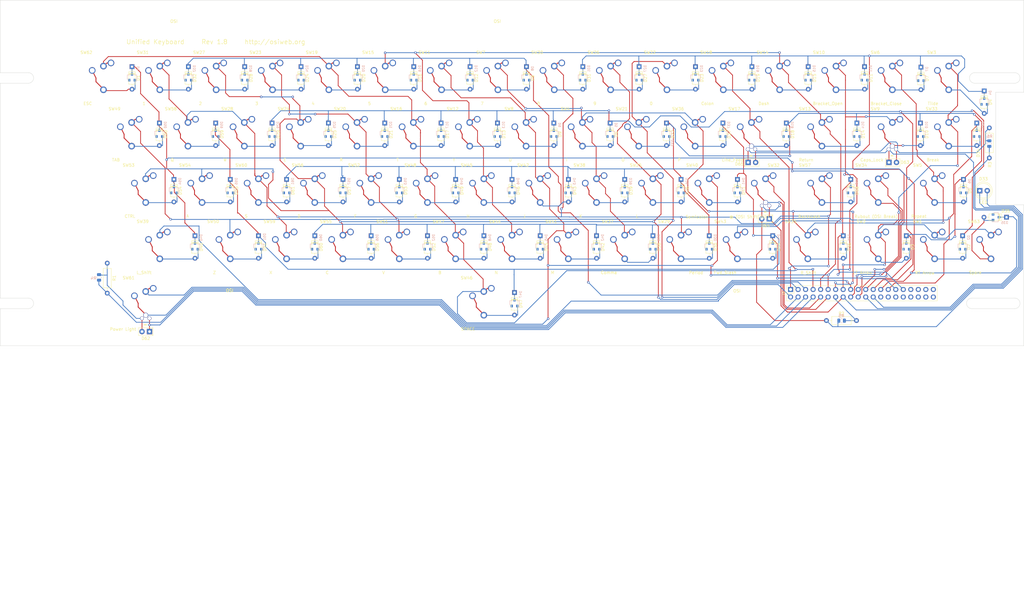
<source format=kicad_pcb>
(kicad_pcb (version 20171130) (host pcbnew "(5.1.6-0-10_14)")
  (title_block (title "Classic Retro Keyboard") (date 2020-06-22) (rev 1.8) (company OSIWeb.org))
  (layers (0 F.Cu signal) (31 B.Cu signal) (34 B.Paste user) (35 F.Paste user) (36 B.SilkS user) (37 F.SilkS user) (38 B.Mask user) (39 F.Mask user) (44 Edge.Cuts user))
  (net 0 "")
  (net 1 /Row3)
  (net 2 /Row0)
  (net 3 /Row1)
  (net 4 "Net-(D5-Pad2)")
  (net 5 "Net-(D7-Pad2)")
  (net 6 "Net-(D8-Pad2)")
  (net 7 "Net-(D9-Pad2)")
  (net 8 "Net-(D10-Pad2)")
  (net 9 "Net-(D11-Pad2)")
  (net 10 "Net-(D12-Pad2)")
  (net 11 "Net-(D13-Pad2)")
  (net 12 "Net-(D14-Pad2)")
  (net 13 "Net-(D15-Pad2)")
  (net 14 "Net-(D16-Pad2)")
  (net 15 "Net-(D18-Pad2)")
  (net 16 "Net-(D19-Pad2)")
  (net 17 "Net-(D20-Pad2)")
  (net 18 "Net-(D22-Pad2)")
  (net 19 "Net-(D23-Pad2)")
  (net 20 "Net-(D24-Pad2)")
  (net 21 "Net-(D25-Pad2)")
  (net 22 "Net-(D26-Pad2)")
  (net 23 "Net-(D27-Pad2)")
  (net 24 "Net-(D28-Pad2)")
  (net 25 "Net-(D29-Pad2)")
  (net 26 "Net-(D30-Pad2)")
  (net 27 "Net-(D31-Pad2)")
  (net 28 "Net-(D32-Pad2)")
  (net 29 "Net-(D34-Pad2)")
  (net 30 "Net-(D36-Pad2)")
  (net 31 /Row4)
  (net 32 /Row5)
  (net 33 /Row7)
  (net 34 "Net-(D41-Pad2)")
  (net 35 "Net-(D42-Pad2)")
  (net 36 "Net-(D43-Pad2)")
  (net 37 "Net-(D45-Pad2)")
  (net 38 "Net-(D46-Pad2)")
  (net 39 "Net-(D47-Pad2)")
  (net 40 "Net-(D48-Pad2)")
  (net 41 "Net-(D49-Pad2)")
  (net 42 "Net-(D50-Pad2)")
  (net 43 "Net-(D51-Pad2)")
  (net 44 "Net-(D52-Pad2)")
  (net 45 "Net-(D53-Pad2)")
  (net 46 "Net-(D54-Pad2)")
  (net 47 "Net-(D55-Pad2)")
  (net 48 "Net-(D56-Pad2)")
  (net 49 "Net-(D57-Pad2)")
  (net 50 "Net-(D58-Pad2)")
  (net 51 "Net-(D59-Pad2)")
  (net 52 "Net-(D60-Pad2)")
  (net 53 "Net-(D61-Pad2)")
  (net 54 /Col0)
  (net 55 /Col1)
  (net 56 /Col2)
  (net 57 /Col3)
  (net 58 /Col4)
  (net 59 /Col5)
  (net 60 /Col6)
  (net 61 /Col7)
  (net 62 /Row6)
  (net 63 /Row2)
  (net 64 "Net-(J1-Pad40)")
  (net 65 "Net-(J1-Pad39)")
  (net 66 "Net-(J1-Pad38)")
  (net 67 "Net-(J1-Pad37)")
  (net 68 "Net-(J1-Pad36)")
  (net 69 "Net-(J1-Pad35)")
  (net 70 "Net-(J1-Pad34)")
  (net 71 "Net-(J1-Pad33)")
  (net 72 "Net-(D2-Pad2)")
  (net 73 "Net-(D3-Pad2)")
  (net 74 "Net-(D4-Pad2)")
  (net 75 "Net-(D6-Pad2)")
  (net 76 "Net-(D17-Pad2)")
  (net 77 "Net-(D21-Pad2)")
  (net 78 "Net-(D37-Pad2)")
  (net 79 "Net-(D38-Pad2)")
  (net 80 "Net-(D39-Pad2)")
  (net 81 "Net-(D40-Pad2)")
  (net 82 "Net-(D44-Pad2)")
  (net 83 "Net-(J1-Pad6)")
  (net 84 "Net-(J1-Pad10)")
  (net 85 "Net-(J1-Pad12)")
  (net 86 "Net-(J1-Pad18)")
  (net 87 "Net-(J1-Pad20)")
  (net 88 "Net-(J1-Pad26)")
  (net 89 "Net-(J1-Pad28)")
  (net 90 "Net-(J1-Pad30)")
  (net 91 "Net-(J1-Pad32)")
  (net 92 "Net-(J1-Pad2)")
  (net 93 "Net-(J1-Pad4)")
  (net 94 "Net-(D1-Pad2)")
  (net 95 "Net-(D35-Pad2)")
  (net 96 "Net-(D33-Pad2)")
  (net 97 "Net-(D33-Pad1)")
  (net 98 "Net-(J1-Pad22)")
  (net 99 "Net-(J1-Pad14)")
  (net 100 "Net-(D62-Pad2)")
  (net 101 "Net-(D62-Pad1)")
  (net 102 "Net-(D63-Pad2)")
  (net 103 "Net-(D63-Pad1)")
  (module unikbd:Key_MX (layer F.Cu) (at 354.32238 89.79916)
    (fp_text reference SW3 (at -5.7912 -8.6106) (layer F.SilkS))
    (fp_text value Tilde (at -5.334 8.6614) (layer F.SilkS))
    (fp_line (start 1.27 -5.08) (end 0.7366 -4.6736) (layer F.Cu) (width 0.3048))
    (fp_line (start 1.651 -5.08) (end 1.27 -5.08) (layer F.Cu) (width 0.3048))
    (fp_line (start -2.54 1.27) (end 0 3.81) (layer F.Cu) (width 0.3048))
    (fp_line (start -2.54 0) (end -2.54 1.27) (layer F.Cu) (width 0.3048))
    (fp_line (start -3.81 -2.54) (end -2.54 0) (layer F.Cu) (width 0.3048))
    (pad 2 thru_hole circle (at 0 4.0005) (size 2.2352 2.2352) (drill 1.397) (layers *.Cu *.Mask) (net 74 "Net-(D4-Pad2)"))
    (pad 1 thru_hole circle (at 0 -4.0005) (size 2.2352 2.2352) (drill 1.397) (layers *.Cu *.Mask) (net 54 /Col0))
    (pad 3 thru_hole circle (at 2.54 -5.08) (size 2.2352 2.2352) (drill 1.5748) (layers *.Cu *.Mask))
    (pad "" np_thru_hole circle (at -5.08 0) (size 1.7018 1.7018) (drill 1.7018) (layers *.Cu *.Mask))
    (pad "" np_thru_hole circle (at 5.08 0) (size 1.7018 1.7018) (drill 1.7018) (layers *.Cu *.Mask))
    (pad "" np_thru_hole circle (at 0 0) (size 3.9878 3.9878) (drill 3.9878) (layers *.Cu *.Mask))
    (pad 4 thru_hole circle (at -3.81 -2.54) (size 2.2352 2.2352) (drill 1.5748) (layers *.Cu *.Mask))
  )
  (module unikbd:Key_MX (layer F.Cu) (at 87.62238 146.94916)
    (fp_text reference SW39 (at -5.7912 -8.6106) (layer F.SilkS))
    (fp_text value L_Shift (at -5.334 8.6614) (layer F.SilkS))
    (fp_line (start 1.27 -5.08) (end 0.7366 -4.6736) (layer F.Cu) (width 0.3048))
    (fp_line (start 1.651 -5.08) (end 1.27 -5.08) (layer F.Cu) (width 0.3048))
    (fp_line (start -2.54 1.27) (end 0 3.81) (layer F.Cu) (width 0.3048))
    (fp_line (start -2.54 0) (end -2.54 1.27) (layer F.Cu) (width 0.3048))
    (fp_line (start -3.81 -2.54) (end -2.54 0) (layer F.Cu) (width 0.3048))
    (pad 2 thru_hole circle (at 0 4.0005) (size 2.2352 2.2352) (drill 1.397) (layers *.Cu *.Mask) (net 81 "Net-(D40-Pad2)"))
    (pad 1 thru_hole circle (at 0 -4.0005) (size 2.2352 2.2352) (drill 1.397) (layers *.Cu *.Mask) (net 56 /Col2))
    (pad 3 thru_hole circle (at 2.54 -5.08) (size 2.2352 2.2352) (drill 1.5748) (layers *.Cu *.Mask))
    (pad "" np_thru_hole circle (at -5.08 0) (size 1.7018 1.7018) (drill 1.7018) (layers *.Cu *.Mask))
    (pad "" np_thru_hole circle (at 5.08 0) (size 1.7018 1.7018) (drill 1.7018) (layers *.Cu *.Mask))
    (pad "" np_thru_hole circle (at 0 0) (size 3.9878 3.9878) (drill 3.9878) (layers *.Cu *.Mask))
    (pad 4 thru_hole circle (at -3.81 -2.54) (size 2.2352 2.2352) (drill 1.5748) (layers *.Cu *.Mask))
  )
  (module unikbd:Key_MX (layer F.Cu) (at 273.35988 127.89916)
    (fp_text reference SW40 (at -5.7912 -8.6106) (layer F.SilkS))
    (fp_text value Semicolon (at -4.13258 8.87984) (layer F.SilkS))
    (fp_line (start 1.27 -5.08) (end 0.7366 -4.6736) (layer F.Cu) (width 0.3048))
    (fp_line (start 1.651 -5.08) (end 1.27 -5.08) (layer F.Cu) (width 0.3048))
    (fp_line (start -2.54 1.27) (end 0 3.81) (layer F.Cu) (width 0.3048))
    (fp_line (start -2.54 0) (end -2.54 1.27) (layer F.Cu) (width 0.3048))
    (fp_line (start -3.81 -2.54) (end -2.54 0) (layer F.Cu) (width 0.3048))
    (pad 2 thru_hole circle (at 0 4.0005) (size 2.2352 2.2352) (drill 1.397) (layers *.Cu *.Mask) (net 34 "Net-(D41-Pad2)"))
    (pad 1 thru_hole circle (at 0 -4.0005) (size 2.2352 2.2352) (drill 1.397) (layers *.Cu *.Mask) (net 56 /Col2))
    (pad 3 thru_hole circle (at 2.54 -5.08) (size 2.2352 2.2352) (drill 1.5748) (layers *.Cu *.Mask))
    (pad "" np_thru_hole circle (at -5.08 0) (size 1.7018 1.7018) (drill 1.7018) (layers *.Cu *.Mask))
    (pad "" np_thru_hole circle (at 5.08 0) (size 1.7018 1.7018) (drill 1.7018) (layers *.Cu *.Mask))
    (pad "" np_thru_hole circle (at 0 0) (size 3.9878 3.9878) (drill 3.9878) (layers *.Cu *.Mask))
    (pad 4 thru_hole circle (at -3.81 -2.54) (size 2.2352 2.2352) (drill 1.5748) (layers *.Cu *.Mask))
  )
  (module unikbd:Key_MX (layer F.Cu) (at 368.60988 146.94916)
    (fp_text reference SW63 (at -5.7912 -8.6106) (layer F.SilkS))
    (fp_text value Spare (at -5.334 8.6614) (layer F.SilkS))
    (fp_line (start 1.27 -5.08) (end 0.7366 -4.6736) (layer F.Cu) (width 0.3048))
    (fp_line (start 1.651 -5.08) (end 1.27 -5.08) (layer F.Cu) (width 0.3048))
    (fp_line (start -2.54 1.27) (end 0 3.81) (layer F.Cu) (width 0.3048))
    (fp_line (start -2.54 0) (end -2.54 1.27) (layer F.Cu) (width 0.3048))
    (fp_line (start -3.81 -2.54) (end -2.54 0) (layer F.Cu) (width 0.3048))
    (pad 2 thru_hole circle (at 0 4.0005) (size 2.2352 2.2352) (drill 1.397) (layers *.Cu *.Mask) (net 95 "Net-(D35-Pad2)"))
    (pad 1 thru_hole circle (at 0 -4.0005) (size 2.2352 2.2352) (drill 1.397) (layers *.Cu *.Mask) (net 54 /Col0))
    (pad 3 thru_hole circle (at 2.54 -5.08) (size 2.2352 2.2352) (drill 1.5748) (layers *.Cu *.Mask))
    (pad "" np_thru_hole circle (at -5.08 0) (size 1.7018 1.7018) (drill 1.7018) (layers *.Cu *.Mask))
    (pad "" np_thru_hole circle (at 5.08 0) (size 1.7018 1.7018) (drill 1.7018) (layers *.Cu *.Mask))
    (pad "" np_thru_hole circle (at 0 0) (size 3.9878 3.9878) (drill 3.9878) (layers *.Cu *.Mask))
    (pad 4 thru_hole circle (at -3.81 -2.54) (size 2.2352 2.2352) (drill 1.5748) (layers *.Cu *.Mask))
  )
  (module unikbd:Key_MX (layer F.Cu) (at 68.57238 89.79916)
    (fp_text reference SW62 (at -5.7912 -8.6106) (layer F.SilkS))
    (fp_text value ESC (at -5.334 8.6614) (layer F.SilkS))
    (fp_line (start 1.27 -5.08) (end 0.7366 -4.6736) (layer F.Cu) (width 0.3048))
    (fp_line (start 1.651 -5.08) (end 1.27 -5.08) (layer F.Cu) (width 0.3048))
    (fp_line (start -2.54 1.27) (end 0 3.81) (layer F.Cu) (width 0.3048))
    (fp_line (start -2.54 0) (end -2.54 1.27) (layer F.Cu) (width 0.3048))
    (fp_line (start -3.81 -2.54) (end -2.54 0) (layer F.Cu) (width 0.3048))
    (pad 2 thru_hole circle (at 0 4.0005) (size 2.2352 2.2352) (drill 1.397) (layers *.Cu *.Mask) (net 94 "Net-(D1-Pad2)"))
    (pad 1 thru_hole circle (at 0 -4.0005) (size 2.2352 2.2352) (drill 1.397) (layers *.Cu *.Mask) (net 58 /Col4))
    (pad 3 thru_hole circle (at 2.54 -5.08) (size 2.2352 2.2352) (drill 1.5748) (layers *.Cu *.Mask))
    (pad "" np_thru_hole circle (at -5.08 0) (size 1.7018 1.7018) (drill 1.7018) (layers *.Cu *.Mask))
    (pad "" np_thru_hole circle (at 5.08 0) (size 1.7018 1.7018) (drill 1.7018) (layers *.Cu *.Mask))
    (pad "" np_thru_hole circle (at 0 0) (size 3.9878 3.9878) (drill 3.9878) (layers *.Cu *.Mask))
    (pad 4 thru_hole circle (at -3.81 -2.54) (size 2.2352 2.2352) (drill 1.5748) (layers *.Cu *.Mask))
  )
  (module unikbd:Key_MX (layer F.Cu) (at 244.78488 146.94916)
    (fp_text reference SW37 (at -5.7912 -8.6106) (layer F.SilkS))
    (fp_text value Comma (at -5.334 8.6614) (layer F.SilkS))
    (fp_line (start 1.27 -5.08) (end 0.7366 -4.6736) (layer F.Cu) (width 0.3048))
    (fp_line (start 1.651 -5.08) (end 1.27 -5.08) (layer F.Cu) (width 0.3048))
    (fp_line (start -2.54 1.27) (end 0 3.81) (layer F.Cu) (width 0.3048))
    (fp_line (start -2.54 0) (end -2.54 1.27) (layer F.Cu) (width 0.3048))
    (fp_line (start -3.81 -2.54) (end -2.54 0) (layer F.Cu) (width 0.3048))
    (pad 2 thru_hole circle (at 0 4.0005) (size 2.2352 2.2352) (drill 1.397) (layers *.Cu *.Mask) (net 79 "Net-(D38-Pad2)"))
    (pad 1 thru_hole circle (at 0 -4.0005) (size 2.2352 2.2352) (drill 1.397) (layers *.Cu *.Mask) (net 55 /Col1))
    (pad 3 thru_hole circle (at 2.54 -5.08) (size 2.2352 2.2352) (drill 1.5748) (layers *.Cu *.Mask))
    (pad "" np_thru_hole circle (at -5.08 0) (size 1.7018 1.7018) (drill 1.7018) (layers *.Cu *.Mask))
    (pad "" np_thru_hole circle (at 5.08 0) (size 1.7018 1.7018) (drill 1.7018) (layers *.Cu *.Mask))
    (pad "" np_thru_hole circle (at 0 0) (size 3.9878 3.9878) (drill 3.9878) (layers *.Cu *.Mask))
    (pad 4 thru_hole circle (at -3.81 -2.54) (size 2.2352 2.2352) (drill 1.5748) (layers *.Cu *.Mask))
  )
  (module unikbd:Key_MX (layer F.Cu) (at 87.62238 89.79916)
    (fp_text reference SW31 (at -5.7912 -8.6106) (layer F.SilkS))
    (fp_text value 1 (at -5.334 8.6614) (layer F.SilkS))
    (fp_line (start 1.27 -5.08) (end 0.7366 -4.6736) (layer F.Cu) (width 0.3048))
    (fp_line (start 1.651 -5.08) (end 1.27 -5.08) (layer F.Cu) (width 0.3048))
    (fp_line (start -2.54 1.27) (end 0 3.81) (layer F.Cu) (width 0.3048))
    (fp_line (start -2.54 0) (end -2.54 1.27) (layer F.Cu) (width 0.3048))
    (fp_line (start -3.81 -2.54) (end -2.54 0) (layer F.Cu) (width 0.3048))
    (pad 2 thru_hole circle (at 0 4.0005) (size 2.2352 2.2352) (drill 1.397) (layers *.Cu *.Mask) (net 28 "Net-(D32-Pad2)"))
    (pad 1 thru_hole circle (at 0 -4.0005) (size 2.2352 2.2352) (drill 1.397) (layers *.Cu *.Mask) (net 61 /Col7))
    (pad 3 thru_hole circle (at 2.54 -5.08) (size 2.2352 2.2352) (drill 1.5748) (layers *.Cu *.Mask))
    (pad "" np_thru_hole circle (at -5.08 0) (size 1.7018 1.7018) (drill 1.7018) (layers *.Cu *.Mask))
    (pad "" np_thru_hole circle (at 5.08 0) (size 1.7018 1.7018) (drill 1.7018) (layers *.Cu *.Mask))
    (pad "" np_thru_hole circle (at 0 0) (size 3.9878 3.9878) (drill 3.9878) (layers *.Cu *.Mask))
    (pad 4 thru_hole circle (at -3.81 -2.54) (size 2.2352 2.2352) (drill 1.5748) (layers *.Cu *.Mask))
  )
  (module unikbd:Key_MX (layer F.Cu) (at 220.97238 89.79916)
    (fp_text reference SW30 (at -5.7912 -8.6106) (layer F.SilkS))
    (fp_text value 8 (at -5.334 8.6614) (layer F.SilkS))
    (fp_line (start 1.27 -5.08) (end 0.7366 -4.6736) (layer F.Cu) (width 0.3048))
    (fp_line (start 1.651 -5.08) (end 1.27 -5.08) (layer F.Cu) (width 0.3048))
    (fp_line (start -2.54 1.27) (end 0 3.81) (layer F.Cu) (width 0.3048))
    (fp_line (start -2.54 0) (end -2.54 1.27) (layer F.Cu) (width 0.3048))
    (fp_line (start -3.81 -2.54) (end -2.54 0) (layer F.Cu) (width 0.3048))
    (pad 2 thru_hole circle (at 0 4.0005) (size 2.2352 2.2352) (drill 1.397) (layers *.Cu *.Mask) (net 27 "Net-(D31-Pad2)"))
    (pad 1 thru_hole circle (at 0 -4.0005) (size 2.2352 2.2352) (drill 1.397) (layers *.Cu *.Mask) (net 61 /Col7))
    (pad 3 thru_hole circle (at 2.54 -5.08) (size 2.2352 2.2352) (drill 1.5748) (layers *.Cu *.Mask))
    (pad "" np_thru_hole circle (at -5.08 0) (size 1.7018 1.7018) (drill 1.7018) (layers *.Cu *.Mask))
    (pad "" np_thru_hole circle (at 5.08 0) (size 1.7018 1.7018) (drill 1.7018) (layers *.Cu *.Mask))
    (pad "" np_thru_hole circle (at 0 0) (size 3.9878 3.9878) (drill 3.9878) (layers *.Cu *.Mask))
    (pad 4 thru_hole circle (at -3.81 -2.54) (size 2.2352 2.2352) (drill 1.5748) (layers *.Cu *.Mask))
  )
  (module unikbd:Key_MX (layer F.Cu) (at 263.83488 146.94916)
    (fp_text reference SW29 (at -5.7912 -8.6106) (layer F.SilkS))
    (fp_text value Period (at 5.07492 8.68934) (layer F.SilkS))
    (fp_line (start 1.27 -5.08) (end 0.7366 -4.6736) (layer F.Cu) (width 0.3048))
    (fp_line (start 1.651 -5.08) (end 1.27 -5.08) (layer F.Cu) (width 0.3048))
    (fp_line (start -2.54 1.27) (end 0 3.81) (layer F.Cu) (width 0.3048))
    (fp_line (start -2.54 0) (end -2.54 1.27) (layer F.Cu) (width 0.3048))
    (fp_line (start -3.81 -2.54) (end -2.54 0) (layer F.Cu) (width 0.3048))
    (pad 2 thru_hole circle (at 0 4.0005) (size 2.2352 2.2352) (drill 1.397) (layers *.Cu *.Mask) (net 26 "Net-(D30-Pad2)"))
    (pad 1 thru_hole circle (at 0 -4.0005) (size 2.2352 2.2352) (drill 1.397) (layers *.Cu *.Mask) (net 61 /Col7))
    (pad 3 thru_hole circle (at 2.54 -5.08) (size 2.2352 2.2352) (drill 1.5748) (layers *.Cu *.Mask))
    (pad "" np_thru_hole circle (at -5.08 0) (size 1.7018 1.7018) (drill 1.7018) (layers *.Cu *.Mask))
    (pad "" np_thru_hole circle (at 5.08 0) (size 1.7018 1.7018) (drill 1.7018) (layers *.Cu *.Mask))
    (pad "" np_thru_hole circle (at 0 0) (size 3.9878 3.9878) (drill 3.9878) (layers *.Cu *.Mask))
    (pad 4 thru_hole circle (at -3.81 -2.54) (size 2.2352 2.2352) (drill 1.5748) (layers *.Cu *.Mask))
  )
  (module unikbd:Key_MX (layer F.Cu) (at 116.19738 108.84916)
    (fp_text reference SW28 (at -5.7912 -8.6106) (layer F.SilkS))
    (fp_text value W (at -6.50748 8.62584) (layer F.SilkS))
    (fp_line (start 1.27 -5.08) (end 0.7366 -4.6736) (layer F.Cu) (width 0.3048))
    (fp_line (start 1.651 -5.08) (end 1.27 -5.08) (layer F.Cu) (width 0.3048))
    (fp_line (start -2.54 1.27) (end 0 3.81) (layer F.Cu) (width 0.3048))
    (fp_line (start -2.54 0) (end -2.54 1.27) (layer F.Cu) (width 0.3048))
    (fp_line (start -3.81 -2.54) (end -2.54 0) (layer F.Cu) (width 0.3048))
    (pad 2 thru_hole circle (at 0 4.0005) (size 2.2352 2.2352) (drill 1.397) (layers *.Cu *.Mask) (net 25 "Net-(D29-Pad2)"))
    (pad 1 thru_hole circle (at 0 -4.0005) (size 2.2352 2.2352) (drill 1.397) (layers *.Cu *.Mask) (net 61 /Col7))
    (pad 3 thru_hole circle (at 2.54 -5.08) (size 2.2352 2.2352) (drill 1.5748) (layers *.Cu *.Mask))
    (pad "" np_thru_hole circle (at -5.08 0) (size 1.7018 1.7018) (drill 1.7018) (layers *.Cu *.Mask))
    (pad "" np_thru_hole circle (at 5.08 0) (size 1.7018 1.7018) (drill 1.7018) (layers *.Cu *.Mask))
    (pad "" np_thru_hole circle (at 0 0) (size 3.9878 3.9878) (drill 3.9878) (layers *.Cu *.Mask))
    (pad 4 thru_hole circle (at -3.81 -2.54) (size 2.2352 2.2352) (drill 1.5748) (layers *.Cu *.Mask))
  )
  (module unikbd:Key_MX (layer F.Cu) (at 106.67238 89.79916)
    (fp_text reference SW27 (at -5.7912 -8.6106) (layer F.SilkS))
    (fp_text value 2 (at -5.334 8.6614) (layer F.SilkS))
    (fp_line (start 1.27 -5.08) (end 0.7366 -4.6736) (layer F.Cu) (width 0.3048))
    (fp_line (start 1.651 -5.08) (end 1.27 -5.08) (layer F.Cu) (width 0.3048))
    (fp_line (start -2.54 1.27) (end 0 3.81) (layer F.Cu) (width 0.3048))
    (fp_line (start -2.54 0) (end -2.54 1.27) (layer F.Cu) (width 0.3048))
    (fp_line (start -3.81 -2.54) (end -2.54 0) (layer F.Cu) (width 0.3048))
    (pad 2 thru_hole circle (at 0 4.0005) (size 2.2352 2.2352) (drill 1.397) (layers *.Cu *.Mask) (net 24 "Net-(D28-Pad2)"))
    (pad 1 thru_hole circle (at 0 -4.0005) (size 2.2352 2.2352) (drill 1.397) (layers *.Cu *.Mask) (net 60 /Col6))
    (pad 3 thru_hole circle (at 2.54 -5.08) (size 2.2352 2.2352) (drill 1.5748) (layers *.Cu *.Mask))
    (pad "" np_thru_hole circle (at -5.08 0) (size 1.7018 1.7018) (drill 1.7018) (layers *.Cu *.Mask))
    (pad "" np_thru_hole circle (at 5.08 0) (size 1.7018 1.7018) (drill 1.7018) (layers *.Cu *.Mask))
    (pad "" np_thru_hole circle (at 0 0) (size 3.9878 3.9878) (drill 3.9878) (layers *.Cu *.Mask))
    (pad 4 thru_hole circle (at -3.81 -2.54) (size 2.2352 2.2352) (drill 1.5748) (layers *.Cu *.Mask))
  )
  (module unikbd:Key_MX (layer F.Cu) (at 240.02238 89.79916)
    (fp_text reference SW26 (at -5.7912 -8.6106) (layer F.SilkS))
    (fp_text value 9 (at -5.334 8.6614) (layer F.SilkS))
    (fp_line (start 1.27 -5.08) (end 0.7366 -4.6736) (layer F.Cu) (width 0.3048))
    (fp_line (start 1.651 -5.08) (end 1.27 -5.08) (layer F.Cu) (width 0.3048))
    (fp_line (start -2.54 1.27) (end 0 3.81) (layer F.Cu) (width 0.3048))
    (fp_line (start -2.54 0) (end -2.54 1.27) (layer F.Cu) (width 0.3048))
    (fp_line (start -3.81 -2.54) (end -2.54 0) (layer F.Cu) (width 0.3048))
    (pad 2 thru_hole circle (at 0 4.0005) (size 2.2352 2.2352) (drill 1.397) (layers *.Cu *.Mask) (net 23 "Net-(D27-Pad2)"))
    (pad 1 thru_hole circle (at 0 -4.0005) (size 2.2352 2.2352) (drill 1.397) (layers *.Cu *.Mask) (net 60 /Col6))
    (pad 3 thru_hole circle (at 2.54 -5.08) (size 2.2352 2.2352) (drill 1.5748) (layers *.Cu *.Mask))
    (pad "" np_thru_hole circle (at -5.08 0) (size 1.7018 1.7018) (drill 1.7018) (layers *.Cu *.Mask))
    (pad "" np_thru_hole circle (at 5.08 0) (size 1.7018 1.7018) (drill 1.7018) (layers *.Cu *.Mask))
    (pad "" np_thru_hole circle (at 0 0) (size 3.9878 3.9878) (drill 3.9878) (layers *.Cu *.Mask))
    (pad 4 thru_hole circle (at -3.81 -2.54) (size 2.2352 2.2352) (drill 1.5748) (layers *.Cu *.Mask))
  )
  (module unikbd:Key_MX (layer F.Cu) (at 254.30988 127.89916)
    (fp_text reference SW25 (at -5.7912 -8.6106) (layer F.SilkS))
    (fp_text value L (at -5.334 8.6614) (layer F.SilkS))
    (fp_line (start 1.27 -5.08) (end 0.7366 -4.6736) (layer F.Cu) (width 0.3048))
    (fp_line (start 1.651 -5.08) (end 1.27 -5.08) (layer F.Cu) (width 0.3048))
    (fp_line (start -2.54 1.27) (end 0 3.81) (layer F.Cu) (width 0.3048))
    (fp_line (start -2.54 0) (end -2.54 1.27) (layer F.Cu) (width 0.3048))
    (fp_line (start -3.81 -2.54) (end -2.54 0) (layer F.Cu) (width 0.3048))
    (pad 2 thru_hole circle (at 0 4.0005) (size 2.2352 2.2352) (drill 1.397) (layers *.Cu *.Mask) (net 22 "Net-(D26-Pad2)"))
    (pad 1 thru_hole circle (at 0 -4.0005) (size 2.2352 2.2352) (drill 1.397) (layers *.Cu *.Mask) (net 60 /Col6))
    (pad 3 thru_hole circle (at 2.54 -5.08) (size 2.2352 2.2352) (drill 1.5748) (layers *.Cu *.Mask))
    (pad "" np_thru_hole circle (at -5.08 0) (size 1.7018 1.7018) (drill 1.7018) (layers *.Cu *.Mask))
    (pad "" np_thru_hole circle (at 5.08 0) (size 1.7018 1.7018) (drill 1.7018) (layers *.Cu *.Mask))
    (pad "" np_thru_hole circle (at 0 0) (size 3.9878 3.9878) (drill 3.9878) (layers *.Cu *.Mask))
    (pad 4 thru_hole circle (at -3.81 -2.54) (size 2.2352 2.2352) (drill 1.5748) (layers *.Cu *.Mask))
  )
  (module unikbd:Key_MX (layer F.Cu) (at 135.24738 108.84916)
    (fp_text reference SW24 (at -5.7912 -8.6106) (layer F.SilkS))
    (fp_text value E (at -5.334 8.6614) (layer F.SilkS))
    (fp_line (start 1.27 -5.08) (end 0.7366 -4.6736) (layer F.Cu) (width 0.3048))
    (fp_line (start 1.651 -5.08) (end 1.27 -5.08) (layer F.Cu) (width 0.3048))
    (fp_line (start -2.54 1.27) (end 0 3.81) (layer F.Cu) (width 0.3048))
    (fp_line (start -2.54 0) (end -2.54 1.27) (layer F.Cu) (width 0.3048))
    (fp_line (start -3.81 -2.54) (end -2.54 0) (layer F.Cu) (width 0.3048))
    (pad 2 thru_hole circle (at 0 4.0005) (size 2.2352 2.2352) (drill 1.397) (layers *.Cu *.Mask) (net 21 "Net-(D25-Pad2)"))
    (pad 1 thru_hole circle (at 0 -4.0005) (size 2.2352 2.2352) (drill 1.397) (layers *.Cu *.Mask) (net 60 /Col6))
    (pad 3 thru_hole circle (at 2.54 -5.08) (size 2.2352 2.2352) (drill 1.5748) (layers *.Cu *.Mask))
    (pad "" np_thru_hole circle (at -5.08 0) (size 1.7018 1.7018) (drill 1.7018) (layers *.Cu *.Mask))
    (pad "" np_thru_hole circle (at 5.08 0) (size 1.7018 1.7018) (drill 1.7018) (layers *.Cu *.Mask))
    (pad "" np_thru_hole circle (at 0 0) (size 3.9878 3.9878) (drill 3.9878) (layers *.Cu *.Mask))
    (pad 4 thru_hole circle (at -3.81 -2.54) (size 2.2352 2.2352) (drill 1.5748) (layers *.Cu *.Mask))
  )
  (module unikbd:Key_MX (layer F.Cu) (at 125.72238 89.79916)
    (fp_text reference SW23 (at -5.7912 -8.6106) (layer F.SilkS))
    (fp_text value 3 (at -5.334 8.6614) (layer F.SilkS))
    (fp_line (start 1.27 -5.08) (end 0.7366 -4.6736) (layer F.Cu) (width 0.3048))
    (fp_line (start 1.651 -5.08) (end 1.27 -5.08) (layer F.Cu) (width 0.3048))
    (fp_line (start -2.54 1.27) (end 0 3.81) (layer F.Cu) (width 0.3048))
    (fp_line (start -2.54 0) (end -2.54 1.27) (layer F.Cu) (width 0.3048))
    (fp_line (start -3.81 -2.54) (end -2.54 0) (layer F.Cu) (width 0.3048))
    (pad 2 thru_hole circle (at 0 4.0005) (size 2.2352 2.2352) (drill 1.397) (layers *.Cu *.Mask) (net 20 "Net-(D24-Pad2)"))
    (pad 1 thru_hole circle (at 0 -4.0005) (size 2.2352 2.2352) (drill 1.397) (layers *.Cu *.Mask) (net 59 /Col5))
    (pad 3 thru_hole circle (at 2.54 -5.08) (size 2.2352 2.2352) (drill 1.5748) (layers *.Cu *.Mask))
    (pad "" np_thru_hole circle (at -5.08 0) (size 1.7018 1.7018) (drill 1.7018) (layers *.Cu *.Mask))
    (pad "" np_thru_hole circle (at 5.08 0) (size 1.7018 1.7018) (drill 1.7018) (layers *.Cu *.Mask))
    (pad "" np_thru_hole circle (at 0 0) (size 3.9878 3.9878) (drill 3.9878) (layers *.Cu *.Mask))
    (pad 4 thru_hole circle (at -3.81 -2.54) (size 2.2352 2.2352) (drill 1.5748) (layers *.Cu *.Mask))
  )
  (module unikbd:Key_MX (layer F.Cu) (at 259.07238 89.79916)
    (fp_text reference SW22 (at -5.7912 -8.6106) (layer F.SilkS))
    (fp_text value 0 (at -5.334 8.6614) (layer F.SilkS))
    (fp_line (start 1.27 -5.08) (end 0.7366 -4.6736) (layer F.Cu) (width 0.3048))
    (fp_line (start 1.651 -5.08) (end 1.27 -5.08) (layer F.Cu) (width 0.3048))
    (fp_line (start -2.54 1.27) (end 0 3.81) (layer F.Cu) (width 0.3048))
    (fp_line (start -2.54 0) (end -2.54 1.27) (layer F.Cu) (width 0.3048))
    (fp_line (start -3.81 -2.54) (end -2.54 0) (layer F.Cu) (width 0.3048))
    (pad 2 thru_hole circle (at 0 4.0005) (size 2.2352 2.2352) (drill 1.397) (layers *.Cu *.Mask) (net 19 "Net-(D23-Pad2)"))
    (pad 1 thru_hole circle (at 0 -4.0005) (size 2.2352 2.2352) (drill 1.397) (layers *.Cu *.Mask) (net 59 /Col5))
    (pad 3 thru_hole circle (at 2.54 -5.08) (size 2.2352 2.2352) (drill 1.5748) (layers *.Cu *.Mask))
    (pad "" np_thru_hole circle (at -5.08 0) (size 1.7018 1.7018) (drill 1.7018) (layers *.Cu *.Mask))
    (pad "" np_thru_hole circle (at 5.08 0) (size 1.7018 1.7018) (drill 1.7018) (layers *.Cu *.Mask))
    (pad "" np_thru_hole circle (at 0 0) (size 3.9878 3.9878) (drill 3.9878) (layers *.Cu *.Mask))
    (pad 4 thru_hole circle (at -3.81 -2.54) (size 2.2352 2.2352) (drill 1.5748) (layers *.Cu *.Mask))
  )
  (module unikbd:Key_MX (layer F.Cu) (at 249.54738 108.84916)
    (fp_text reference SW21 (at -5.7912 -8.6106) (layer F.SilkS))
    (fp_text value O (at -5.334 8.6614) (layer F.SilkS))
    (fp_line (start 1.27 -5.08) (end 0.7366 -4.6736) (layer F.Cu) (width 0.3048))
    (fp_line (start 1.651 -5.08) (end 1.27 -5.08) (layer F.Cu) (width 0.3048))
    (fp_line (start -2.54 1.27) (end 0 3.81) (layer F.Cu) (width 0.3048))
    (fp_line (start -2.54 0) (end -2.54 1.27) (layer F.Cu) (width 0.3048))
    (fp_line (start -3.81 -2.54) (end -2.54 0) (layer F.Cu) (width 0.3048))
    (pad 2 thru_hole circle (at 0 4.0005) (size 2.2352 2.2352) (drill 1.397) (layers *.Cu *.Mask) (net 18 "Net-(D22-Pad2)"))
    (pad 1 thru_hole circle (at 0 -4.0005) (size 2.2352 2.2352) (drill 1.397) (layers *.Cu *.Mask) (net 59 /Col5))
    (pad 3 thru_hole circle (at 2.54 -5.08) (size 2.2352 2.2352) (drill 1.5748) (layers *.Cu *.Mask))
    (pad "" np_thru_hole circle (at -5.08 0) (size 1.7018 1.7018) (drill 1.7018) (layers *.Cu *.Mask))
    (pad "" np_thru_hole circle (at 5.08 0) (size 1.7018 1.7018) (drill 1.7018) (layers *.Cu *.Mask))
    (pad "" np_thru_hole circle (at 0 0) (size 3.9878 3.9878) (drill 3.9878) (layers *.Cu *.Mask))
    (pad 4 thru_hole circle (at -3.81 -2.54) (size 2.2352 2.2352) (drill 1.5748) (layers *.Cu *.Mask))
  )
  (module unikbd:Key_MX (layer F.Cu) (at 154.29738 108.84916)
    (fp_text reference SW20 (at -5.7912 -8.6106) (layer F.SilkS))
    (fp_text value R (at -5.334 8.6614) (layer F.SilkS))
    (fp_line (start 1.27 -5.08) (end 0.7366 -4.6736) (layer F.Cu) (width 0.3048))
    (fp_line (start 1.651 -5.08) (end 1.27 -5.08) (layer F.Cu) (width 0.3048))
    (fp_line (start -2.54 1.27) (end 0 3.81) (layer F.Cu) (width 0.3048))
    (fp_line (start -2.54 0) (end -2.54 1.27) (layer F.Cu) (width 0.3048))
    (fp_line (start -3.81 -2.54) (end -2.54 0) (layer F.Cu) (width 0.3048))
    (pad 2 thru_hole circle (at 0 4.0005) (size 2.2352 2.2352) (drill 1.397) (layers *.Cu *.Mask) (net 77 "Net-(D21-Pad2)"))
    (pad 1 thru_hole circle (at 0 -4.0005) (size 2.2352 2.2352) (drill 1.397) (layers *.Cu *.Mask) (net 59 /Col5))
    (pad 3 thru_hole circle (at 2.54 -5.08) (size 2.2352 2.2352) (drill 1.5748) (layers *.Cu *.Mask))
    (pad "" np_thru_hole circle (at -5.08 0) (size 1.7018 1.7018) (drill 1.7018) (layers *.Cu *.Mask))
    (pad "" np_thru_hole circle (at 5.08 0) (size 1.7018 1.7018) (drill 1.7018) (layers *.Cu *.Mask))
    (pad "" np_thru_hole circle (at 0 0) (size 3.9878 3.9878) (drill 3.9878) (layers *.Cu *.Mask))
    (pad 4 thru_hole circle (at -3.81 -2.54) (size 2.2352 2.2352) (drill 1.5748) (layers *.Cu *.Mask))
  )
  (module unikbd:Key_MX (layer F.Cu) (at 144.77238 89.79916)
    (fp_text reference SW19 (at -5.7912 -8.6106) (layer F.SilkS))
    (fp_text value 4 (at -5.334 8.6614) (layer F.SilkS))
    (fp_line (start 1.27 -5.08) (end 0.7366 -4.6736) (layer F.Cu) (width 0.3048))
    (fp_line (start 1.651 -5.08) (end 1.27 -5.08) (layer F.Cu) (width 0.3048))
    (fp_line (start -2.54 1.27) (end 0 3.81) (layer F.Cu) (width 0.3048))
    (fp_line (start -2.54 0) (end -2.54 1.27) (layer F.Cu) (width 0.3048))
    (fp_line (start -3.81 -2.54) (end -2.54 0) (layer F.Cu) (width 0.3048))
    (pad 2 thru_hole circle (at 0 4.0005) (size 2.2352 2.2352) (drill 1.397) (layers *.Cu *.Mask) (net 17 "Net-(D20-Pad2)"))
    (pad 1 thru_hole circle (at 0 -4.0005) (size 2.2352 2.2352) (drill 1.397) (layers *.Cu *.Mask) (net 58 /Col4))
    (pad 3 thru_hole circle (at 2.54 -5.08) (size 2.2352 2.2352) (drill 1.5748) (layers *.Cu *.Mask))
    (pad "" np_thru_hole circle (at -5.08 0) (size 1.7018 1.7018) (drill 1.7018) (layers *.Cu *.Mask))
    (pad "" np_thru_hole circle (at 5.08 0) (size 1.7018 1.7018) (drill 1.7018) (layers *.Cu *.Mask))
    (pad "" np_thru_hole circle (at 0 0) (size 3.9878 3.9878) (drill 3.9878) (layers *.Cu *.Mask))
    (pad 4 thru_hole circle (at -3.81 -2.54) (size 2.2352 2.2352) (drill 1.5748) (layers *.Cu *.Mask))
  )
  (module unikbd:Key_MX (layer F.Cu) (at 278.12238 89.79916)
    (fp_text reference SW18 (at -5.7912 -8.6106) (layer F.SilkS))
    (fp_text value Colon (at -5.334 8.6614) (layer F.SilkS))
    (fp_line (start 1.27 -5.08) (end 0.7366 -4.6736) (layer F.Cu) (width 0.3048))
    (fp_line (start 1.651 -5.08) (end 1.27 -5.08) (layer F.Cu) (width 0.3048))
    (fp_line (start -2.54 1.27) (end 0 3.81) (layer F.Cu) (width 0.3048))
    (fp_line (start -2.54 0) (end -2.54 1.27) (layer F.Cu) (width 0.3048))
    (fp_line (start -3.81 -2.54) (end -2.54 0) (layer F.Cu) (width 0.3048))
    (pad 2 thru_hole circle (at 0 4.0005) (size 2.2352 2.2352) (drill 1.397) (layers *.Cu *.Mask) (net 16 "Net-(D19-Pad2)"))
    (pad 1 thru_hole circle (at 0 -4.0005) (size 2.2352 2.2352) (drill 1.397) (layers *.Cu *.Mask) (net 58 /Col4))
    (pad 3 thru_hole circle (at 2.54 -5.08) (size 2.2352 2.2352) (drill 1.5748) (layers *.Cu *.Mask))
    (pad "" np_thru_hole circle (at -5.08 0) (size 1.7018 1.7018) (drill 1.7018) (layers *.Cu *.Mask))
    (pad "" np_thru_hole circle (at 5.08 0) (size 1.7018 1.7018) (drill 1.7018) (layers *.Cu *.Mask))
    (pad "" np_thru_hole circle (at 0 0) (size 3.9878 3.9878) (drill 3.9878) (layers *.Cu *.Mask))
    (pad 4 thru_hole circle (at -3.81 -2.54) (size 2.2352 2.2352) (drill 1.5748) (layers *.Cu *.Mask))
  )
  (module unikbd:Key_MX (layer F.Cu) (at 173.34738 108.84916)
    (fp_text reference SW16 (at -5.7912 -8.6106) (layer F.SilkS))
    (fp_text value T (at -5.334 8.6614) (layer F.SilkS))
    (fp_line (start 1.27 -5.08) (end 0.7366 -4.6736) (layer F.Cu) (width 0.3048))
    (fp_line (start 1.651 -5.08) (end 1.27 -5.08) (layer F.Cu) (width 0.3048))
    (fp_line (start -2.54 1.27) (end 0 3.81) (layer F.Cu) (width 0.3048))
    (fp_line (start -2.54 0) (end -2.54 1.27) (layer F.Cu) (width 0.3048))
    (fp_line (start -3.81 -2.54) (end -2.54 0) (layer F.Cu) (width 0.3048))
    (pad 2 thru_hole circle (at 0 4.0005) (size 2.2352 2.2352) (drill 1.397) (layers *.Cu *.Mask) (net 76 "Net-(D17-Pad2)"))
    (pad 1 thru_hole circle (at 0 -4.0005) (size 2.2352 2.2352) (drill 1.397) (layers *.Cu *.Mask) (net 58 /Col4))
    (pad 3 thru_hole circle (at 2.54 -5.08) (size 2.2352 2.2352) (drill 1.5748) (layers *.Cu *.Mask))
    (pad "" np_thru_hole circle (at -5.08 0) (size 1.7018 1.7018) (drill 1.7018) (layers *.Cu *.Mask))
    (pad "" np_thru_hole circle (at 5.08 0) (size 1.7018 1.7018) (drill 1.7018) (layers *.Cu *.Mask))
    (pad "" np_thru_hole circle (at 0 0) (size 3.9878 3.9878) (drill 3.9878) (layers *.Cu *.Mask))
    (pad 4 thru_hole circle (at -3.81 -2.54) (size 2.2352 2.2352) (drill 1.5748) (layers *.Cu *.Mask))
  )
  (module unikbd:Key_MX (layer F.Cu) (at 163.82238 89.79916)
    (fp_text reference SW15 (at -5.7912 -8.6106) (layer F.SilkS))
    (fp_text value 5 (at -5.334 8.6614) (layer F.SilkS))
    (fp_line (start 1.27 -5.08) (end 0.7366 -4.6736) (layer F.Cu) (width 0.3048))
    (fp_line (start 1.651 -5.08) (end 1.27 -5.08) (layer F.Cu) (width 0.3048))
    (fp_line (start -2.54 1.27) (end 0 3.81) (layer F.Cu) (width 0.3048))
    (fp_line (start -2.54 0) (end -2.54 1.27) (layer F.Cu) (width 0.3048))
    (fp_line (start -3.81 -2.54) (end -2.54 0) (layer F.Cu) (width 0.3048))
    (pad 2 thru_hole circle (at 0 4.0005) (size 2.2352 2.2352) (drill 1.397) (layers *.Cu *.Mask) (net 14 "Net-(D16-Pad2)"))
    (pad 1 thru_hole circle (at 0 -4.0005) (size 2.2352 2.2352) (drill 1.397) (layers *.Cu *.Mask) (net 57 /Col3))
    (pad 3 thru_hole circle (at 2.54 -5.08) (size 2.2352 2.2352) (drill 1.5748) (layers *.Cu *.Mask))
    (pad "" np_thru_hole circle (at -5.08 0) (size 1.7018 1.7018) (drill 1.7018) (layers *.Cu *.Mask))
    (pad "" np_thru_hole circle (at 5.08 0) (size 1.7018 1.7018) (drill 1.7018) (layers *.Cu *.Mask))
    (pad "" np_thru_hole circle (at 0 0) (size 3.9878 3.9878) (drill 3.9878) (layers *.Cu *.Mask))
    (pad 4 thru_hole circle (at -3.81 -2.54) (size 2.2352 2.2352) (drill 1.5748) (layers *.Cu *.Mask))
  )
  (module unikbd:Key_MX (layer F.Cu) (at 297.17238 89.79916)
    (fp_text reference SW14 (at -5.7912 -8.6106) (layer F.SilkS))
    (fp_text value Dash (at -5.334 8.6614) (layer F.SilkS))
    (fp_line (start 1.27 -5.08) (end 0.7366 -4.6736) (layer F.Cu) (width 0.3048))
    (fp_line (start 1.651 -5.08) (end 1.27 -5.08) (layer F.Cu) (width 0.3048))
    (fp_line (start -2.54 1.27) (end 0 3.81) (layer F.Cu) (width 0.3048))
    (fp_line (start -2.54 0) (end -2.54 1.27) (layer F.Cu) (width 0.3048))
    (fp_line (start -3.81 -2.54) (end -2.54 0) (layer F.Cu) (width 0.3048))
    (pad 2 thru_hole circle (at 0 4.0005) (size 2.2352 2.2352) (drill 1.397) (layers *.Cu *.Mask) (net 13 "Net-(D15-Pad2)"))
    (pad 1 thru_hole circle (at 0 -4.0005) (size 2.2352 2.2352) (drill 1.397) (layers *.Cu *.Mask) (net 57 /Col3))
    (pad 3 thru_hole circle (at 2.54 -5.08) (size 2.2352 2.2352) (drill 1.5748) (layers *.Cu *.Mask))
    (pad "" np_thru_hole circle (at -5.08 0) (size 1.7018 1.7018) (drill 1.7018) (layers *.Cu *.Mask))
    (pad "" np_thru_hole circle (at 5.08 0) (size 1.7018 1.7018) (drill 1.7018) (layers *.Cu *.Mask))
    (pad "" np_thru_hole circle (at 0 0) (size 3.9878 3.9878) (drill 3.9878) (layers *.Cu *.Mask))
    (pad 4 thru_hole circle (at -3.81 -2.54) (size 2.2352 2.2352) (drill 1.5748) (layers *.Cu *.Mask))
  )
  (module unikbd:Key_MX (layer F.Cu) (at 311.45988 108.84916)
    (fp_text reference SW13 (at -5.7912 -8.6106) (layer F.SilkS))
    (fp_text value Return (at -5.334 8.6614) (layer F.SilkS))
    (fp_line (start 1.27 -5.08) (end 0.7366 -4.6736) (layer F.Cu) (width 0.3048))
    (fp_line (start 1.651 -5.08) (end 1.27 -5.08) (layer F.Cu) (width 0.3048))
    (fp_line (start -2.54 1.27) (end 0 3.81) (layer F.Cu) (width 0.3048))
    (fp_line (start -2.54 0) (end -2.54 1.27) (layer F.Cu) (width 0.3048))
    (fp_line (start -3.81 -2.54) (end -2.54 0) (layer F.Cu) (width 0.3048))
    (pad 2 thru_hole circle (at 0 4.0005) (size 2.2352 2.2352) (drill 1.397) (layers *.Cu *.Mask) (net 12 "Net-(D14-Pad2)"))
    (pad 1 thru_hole circle (at 0 -4.0005) (size 2.2352 2.2352) (drill 1.397) (layers *.Cu *.Mask) (net 57 /Col3))
    (pad 3 thru_hole circle (at 2.54 -5.08) (size 2.2352 2.2352) (drill 1.5748) (layers *.Cu *.Mask))
    (pad "" np_thru_hole circle (at -5.08 0) (size 1.7018 1.7018) (drill 1.7018) (layers *.Cu *.Mask))
    (pad "" np_thru_hole circle (at 5.08 0) (size 1.7018 1.7018) (drill 1.7018) (layers *.Cu *.Mask))
    (pad "" np_thru_hole circle (at 0 0) (size 3.9878 3.9878) (drill 3.9878) (layers *.Cu *.Mask))
    (pad 4 thru_hole circle (at -3.81 -2.54) (size 2.2352 2.2352) (drill 1.5748) (layers *.Cu *.Mask))
  )
  (module unikbd:Key_MX (layer F.Cu) (at 192.39738 108.84916)
    (fp_text reference SW12 (at -5.7912 -8.6106) (layer F.SilkS))
    (fp_text value Y (at -5.334 8.6614) (layer F.SilkS))
    (fp_line (start 1.27 -5.08) (end 0.7366 -4.6736) (layer F.Cu) (width 0.3048))
    (fp_line (start 1.651 -5.08) (end 1.27 -5.08) (layer F.Cu) (width 0.3048))
    (fp_line (start -2.54 1.27) (end 0 3.81) (layer F.Cu) (width 0.3048))
    (fp_line (start -2.54 0) (end -2.54 1.27) (layer F.Cu) (width 0.3048))
    (fp_line (start -3.81 -2.54) (end -2.54 0) (layer F.Cu) (width 0.3048))
    (pad 2 thru_hole circle (at 0 4.0005) (size 2.2352 2.2352) (drill 1.397) (layers *.Cu *.Mask) (net 11 "Net-(D13-Pad2)"))
    (pad 1 thru_hole circle (at 0 -4.0005) (size 2.2352 2.2352) (drill 1.397) (layers *.Cu *.Mask) (net 57 /Col3))
    (pad 3 thru_hole circle (at 2.54 -5.08) (size 2.2352 2.2352) (drill 1.5748) (layers *.Cu *.Mask))
    (pad "" np_thru_hole circle (at -5.08 0) (size 1.7018 1.7018) (drill 1.7018) (layers *.Cu *.Mask))
    (pad "" np_thru_hole circle (at 5.08 0) (size 1.7018 1.7018) (drill 1.7018) (layers *.Cu *.Mask))
    (pad "" np_thru_hole circle (at 0 0) (size 3.9878 3.9878) (drill 3.9878) (layers *.Cu *.Mask))
    (pad 4 thru_hole circle (at -3.81 -2.54) (size 2.2352 2.2352) (drill 1.5748) (layers *.Cu *.Mask))
  )
  (module unikbd:Key_MX (layer F.Cu) (at 182.87238 89.79916)
    (fp_text reference SW11 (at -5.7912 -8.6106) (layer F.SilkS))
    (fp_text value 6 (at -5.334 8.6614) (layer F.SilkS))
    (fp_line (start 1.27 -5.08) (end 0.7366 -4.6736) (layer F.Cu) (width 0.3048))
    (fp_line (start 1.651 -5.08) (end 1.27 -5.08) (layer F.Cu) (width 0.3048))
    (fp_line (start -2.54 1.27) (end 0 3.81) (layer F.Cu) (width 0.3048))
    (fp_line (start -2.54 0) (end -2.54 1.27) (layer F.Cu) (width 0.3048))
    (fp_line (start -3.81 -2.54) (end -2.54 0) (layer F.Cu) (width 0.3048))
    (pad 2 thru_hole circle (at 0 4.0005) (size 2.2352 2.2352) (drill 1.397) (layers *.Cu *.Mask) (net 10 "Net-(D12-Pad2)"))
    (pad 1 thru_hole circle (at 0 -4.0005) (size 2.2352 2.2352) (drill 1.397) (layers *.Cu *.Mask) (net 56 /Col2))
    (pad 3 thru_hole circle (at 2.54 -5.08) (size 2.2352 2.2352) (drill 1.5748) (layers *.Cu *.Mask))
    (pad "" np_thru_hole circle (at -5.08 0) (size 1.7018 1.7018) (drill 1.7018) (layers *.Cu *.Mask))
    (pad "" np_thru_hole circle (at 5.08 0) (size 1.7018 1.7018) (drill 1.7018) (layers *.Cu *.Mask))
    (pad "" np_thru_hole circle (at 0 0) (size 3.9878 3.9878) (drill 3.9878) (layers *.Cu *.Mask))
    (pad 4 thru_hole circle (at -3.81 -2.54) (size 2.2352 2.2352) (drill 1.5748) (layers *.Cu *.Mask))
  )
  (module unikbd:Key_MX (layer F.Cu) (at 316.22238 89.79916)
    (fp_text reference SW10 (at -5.7912 -8.6106) (layer F.SilkS))
    (fp_text value Bracket_Open (at -2.794 8.6614) (layer F.SilkS))
    (fp_line (start 1.27 -5.08) (end 0.7366 -4.6736) (layer F.Cu) (width 0.3048))
    (fp_line (start 1.651 -5.08) (end 1.27 -5.08) (layer F.Cu) (width 0.3048))
    (fp_line (start -2.54 1.27) (end 0 3.81) (layer F.Cu) (width 0.3048))
    (fp_line (start -2.54 0) (end -2.54 1.27) (layer F.Cu) (width 0.3048))
    (fp_line (start -3.81 -2.54) (end -2.54 0) (layer F.Cu) (width 0.3048))
    (pad 2 thru_hole circle (at 0 4.0005) (size 2.2352 2.2352) (drill 1.397) (layers *.Cu *.Mask) (net 9 "Net-(D11-Pad2)"))
    (pad 1 thru_hole circle (at 0 -4.0005) (size 2.2352 2.2352) (drill 1.397) (layers *.Cu *.Mask) (net 56 /Col2))
    (pad 3 thru_hole circle (at 2.54 -5.08) (size 2.2352 2.2352) (drill 1.5748) (layers *.Cu *.Mask))
    (pad "" np_thru_hole circle (at -5.08 0) (size 1.7018 1.7018) (drill 1.7018) (layers *.Cu *.Mask))
    (pad "" np_thru_hole circle (at 5.08 0) (size 1.7018 1.7018) (drill 1.7018) (layers *.Cu *.Mask))
    (pad "" np_thru_hole circle (at 0 0) (size 3.9878 3.9878) (drill 3.9878) (layers *.Cu *.Mask))
    (pad 4 thru_hole circle (at -3.81 -2.54) (size 2.2352 2.2352) (drill 1.5748) (layers *.Cu *.Mask))
  )
  (module unikbd:Key_MX (layer F.Cu) (at 211.44738 108.84916)
    (fp_text reference SW8 (at -5.7912 -8.6106) (layer F.SilkS))
    (fp_text value U (at -5.334 8.6614) (layer F.SilkS))
    (fp_line (start 1.27 -5.08) (end 0.7366 -4.6736) (layer F.Cu) (width 0.3048))
    (fp_line (start 1.651 -5.08) (end 1.27 -5.08) (layer F.Cu) (width 0.3048))
    (fp_line (start -2.54 1.27) (end 0 3.81) (layer F.Cu) (width 0.3048))
    (fp_line (start -2.54 0) (end -2.54 1.27) (layer F.Cu) (width 0.3048))
    (fp_line (start -3.81 -2.54) (end -2.54 0) (layer F.Cu) (width 0.3048))
    (pad 2 thru_hole circle (at 0 4.0005) (size 2.2352 2.2352) (drill 1.397) (layers *.Cu *.Mask) (net 7 "Net-(D9-Pad2)"))
    (pad 1 thru_hole circle (at 0 -4.0005) (size 2.2352 2.2352) (drill 1.397) (layers *.Cu *.Mask) (net 56 /Col2))
    (pad 3 thru_hole circle (at 2.54 -5.08) (size 2.2352 2.2352) (drill 1.5748) (layers *.Cu *.Mask))
    (pad "" np_thru_hole circle (at -5.08 0) (size 1.7018 1.7018) (drill 1.7018) (layers *.Cu *.Mask))
    (pad "" np_thru_hole circle (at 5.08 0) (size 1.7018 1.7018) (drill 1.7018) (layers *.Cu *.Mask))
    (pad "" np_thru_hole circle (at 0 0) (size 3.9878 3.9878) (drill 3.9878) (layers *.Cu *.Mask))
    (pad 4 thru_hole circle (at -3.81 -2.54) (size 2.2352 2.2352) (drill 1.5748) (layers *.Cu *.Mask))
  )
  (module unikbd:Key_MX (layer F.Cu) (at 201.92238 89.79916)
    (fp_text reference SW7 (at -5.7912 -8.6106) (layer F.SilkS))
    (fp_text value 7 (at -5.334 8.6614) (layer F.SilkS))
    (fp_line (start 1.27 -5.08) (end 0.7366 -4.6736) (layer F.Cu) (width 0.3048))
    (fp_line (start 1.651 -5.08) (end 1.27 -5.08) (layer F.Cu) (width 0.3048))
    (fp_line (start -2.54 1.27) (end 0 3.81) (layer F.Cu) (width 0.3048))
    (fp_line (start -2.54 0) (end -2.54 1.27) (layer F.Cu) (width 0.3048))
    (fp_line (start -3.81 -2.54) (end -2.54 0) (layer F.Cu) (width 0.3048))
    (pad 2 thru_hole circle (at 0 4.0005) (size 2.2352 2.2352) (drill 1.397) (layers *.Cu *.Mask) (net 6 "Net-(D8-Pad2)"))
    (pad 1 thru_hole circle (at 0 -4.0005) (size 2.2352 2.2352) (drill 1.397) (layers *.Cu *.Mask) (net 55 /Col1))
    (pad 3 thru_hole circle (at 2.54 -5.08) (size 2.2352 2.2352) (drill 1.5748) (layers *.Cu *.Mask))
    (pad "" np_thru_hole circle (at -5.08 0) (size 1.7018 1.7018) (drill 1.7018) (layers *.Cu *.Mask))
    (pad "" np_thru_hole circle (at 5.08 0) (size 1.7018 1.7018) (drill 1.7018) (layers *.Cu *.Mask))
    (pad "" np_thru_hole circle (at 0 0) (size 3.9878 3.9878) (drill 3.9878) (layers *.Cu *.Mask))
    (pad 4 thru_hole circle (at -3.81 -2.54) (size 2.2352 2.2352) (drill 1.5748) (layers *.Cu *.Mask))
  )
  (module unikbd:Key_MX (layer F.Cu) (at 335.27238 89.79916)
    (fp_text reference SW6 (at -5.7912 -8.6106) (layer F.SilkS))
    (fp_text value Bracket_Close (at -2.08788 8.68934) (layer F.SilkS))
    (fp_line (start 1.27 -5.08) (end 0.7366 -4.6736) (layer F.Cu) (width 0.3048))
    (fp_line (start 1.651 -5.08) (end 1.27 -5.08) (layer F.Cu) (width 0.3048))
    (fp_line (start -2.54 1.27) (end 0 3.81) (layer F.Cu) (width 0.3048))
    (fp_line (start -2.54 0) (end -2.54 1.27) (layer F.Cu) (width 0.3048))
    (fp_line (start -3.81 -2.54) (end -2.54 0) (layer F.Cu) (width 0.3048))
    (pad 2 thru_hole circle (at 0 4.0005) (size 2.2352 2.2352) (drill 1.397) (layers *.Cu *.Mask) (net 5 "Net-(D7-Pad2)"))
    (pad 1 thru_hole circle (at 0 -4.0005) (size 2.2352 2.2352) (drill 1.397) (layers *.Cu *.Mask) (net 55 /Col1))
    (pad 3 thru_hole circle (at 2.54 -5.08) (size 2.2352 2.2352) (drill 1.5748) (layers *.Cu *.Mask))
    (pad "" np_thru_hole circle (at -5.08 0) (size 1.7018 1.7018) (drill 1.7018) (layers *.Cu *.Mask))
    (pad "" np_thru_hole circle (at 5.08 0) (size 1.7018 1.7018) (drill 1.7018) (layers *.Cu *.Mask))
    (pad "" np_thru_hole circle (at 0 0) (size 3.9878 3.9878) (drill 3.9878) (layers *.Cu *.Mask))
    (pad 4 thru_hole circle (at -3.81 -2.54) (size 2.2352 2.2352) (drill 1.5748) (layers *.Cu *.Mask))
  )
  (module unikbd:Key_MX (layer F.Cu) (at 349.55988 127.89916)
    (fp_text reference SW5 (at -5.7912 -8.6106) (layer F.SilkS))
    (fp_text value Repeat (at -5.334 8.6614) (layer F.SilkS))
    (fp_line (start 1.27 -5.08) (end 0.7366 -4.6736) (layer F.Cu) (width 0.3048))
    (fp_line (start 1.651 -5.08) (end 1.27 -5.08) (layer F.Cu) (width 0.3048))
    (fp_line (start -2.54 1.27) (end 0 3.81) (layer F.Cu) (width 0.3048))
    (fp_line (start -2.54 0) (end -2.54 1.27) (layer F.Cu) (width 0.3048))
    (fp_line (start -3.81 -2.54) (end -2.54 0) (layer F.Cu) (width 0.3048))
    (pad 2 thru_hole circle (at 0 4.0005) (size 2.2352 2.2352) (drill 1.397) (layers *.Cu *.Mask) (net 75 "Net-(D6-Pad2)"))
    (pad 1 thru_hole circle (at 0 -4.0005) (size 2.2352 2.2352) (drill 1.397) (layers *.Cu *.Mask) (net 55 /Col1))
    (pad 3 thru_hole circle (at 2.54 -5.08) (size 2.2352 2.2352) (drill 1.5748) (layers *.Cu *.Mask))
    (pad "" np_thru_hole circle (at -5.08 0) (size 1.7018 1.7018) (drill 1.7018) (layers *.Cu *.Mask))
    (pad "" np_thru_hole circle (at 5.08 0) (size 1.7018 1.7018) (drill 1.7018) (layers *.Cu *.Mask))
    (pad "" np_thru_hole circle (at 0 0) (size 3.9878 3.9878) (drill 3.9878) (layers *.Cu *.Mask))
    (pad 4 thru_hole circle (at -3.81 -2.54) (size 2.2352 2.2352) (drill 1.5748) (layers *.Cu *.Mask))
  )
  (module unikbd:Key_MX (layer F.Cu) (at 230.49738 108.84916)
    (fp_text reference SW4 (at -5.7912 -8.6106) (layer F.SilkS))
    (fp_text value I (at -5.334 8.6614) (layer F.SilkS))
    (fp_line (start 1.27 -5.08) (end 0.7366 -4.6736) (layer F.Cu) (width 0.3048))
    (fp_line (start 1.651 -5.08) (end 1.27 -5.08) (layer F.Cu) (width 0.3048))
    (fp_line (start -2.54 1.27) (end 0 3.81) (layer F.Cu) (width 0.3048))
    (fp_line (start -2.54 0) (end -2.54 1.27) (layer F.Cu) (width 0.3048))
    (fp_line (start -3.81 -2.54) (end -2.54 0) (layer F.Cu) (width 0.3048))
    (pad 2 thru_hole circle (at 0 4.0005) (size 2.2352 2.2352) (drill 1.397) (layers *.Cu *.Mask) (net 4 "Net-(D5-Pad2)"))
    (pad 1 thru_hole circle (at 0 -4.0005) (size 2.2352 2.2352) (drill 1.397) (layers *.Cu *.Mask) (net 55 /Col1))
    (pad 3 thru_hole circle (at 2.54 -5.08) (size 2.2352 2.2352) (drill 1.5748) (layers *.Cu *.Mask))
    (pad "" np_thru_hole circle (at -5.08 0) (size 1.7018 1.7018) (drill 1.7018) (layers *.Cu *.Mask))
    (pad "" np_thru_hole circle (at 5.08 0) (size 1.7018 1.7018) (drill 1.7018) (layers *.Cu *.Mask))
    (pad "" np_thru_hole circle (at 0 0) (size 3.9878 3.9878) (drill 3.9878) (layers *.Cu *.Mask))
    (pad 4 thru_hole circle (at -3.81 -2.54) (size 2.2352 2.2352) (drill 1.5748) (layers *.Cu *.Mask))
  )
  (module unikbd:Key_MX (layer F.Cu) (at 330.50988 146.94916)
    (fp_text reference SW2 (at -5.7912 -8.6106) (layer F.SilkS))
    (fp_text value "LT Arrow" (at -5.334 8.6614) (layer F.SilkS))
    (fp_line (start 1.27 -5.08) (end 0.7366 -4.6736) (layer F.Cu) (width 0.3048))
    (fp_line (start 1.651 -5.08) (end 1.27 -5.08) (layer F.Cu) (width 0.3048))
    (fp_line (start -2.54 1.27) (end 0 3.81) (layer F.Cu) (width 0.3048))
    (fp_line (start -2.54 0) (end -2.54 1.27) (layer F.Cu) (width 0.3048))
    (fp_line (start -3.81 -2.54) (end -2.54 0) (layer F.Cu) (width 0.3048))
    (pad 2 thru_hole circle (at 0 4.0005) (size 2.2352 2.2352) (drill 1.397) (layers *.Cu *.Mask) (net 73 "Net-(D3-Pad2)"))
    (pad 1 thru_hole circle (at 0 -4.0005) (size 2.2352 2.2352) (drill 1.397) (layers *.Cu *.Mask) (net 54 /Col0))
    (pad 3 thru_hole circle (at 2.54 -5.08) (size 2.2352 2.2352) (drill 1.5748) (layers *.Cu *.Mask))
    (pad "" np_thru_hole circle (at -5.08 0) (size 1.7018 1.7018) (drill 1.7018) (layers *.Cu *.Mask))
    (pad "" np_thru_hole circle (at 5.08 0) (size 1.7018 1.7018) (drill 1.7018) (layers *.Cu *.Mask))
    (pad "" np_thru_hole circle (at 0 0) (size 3.9878 3.9878) (drill 3.9878) (layers *.Cu *.Mask))
    (pad 4 thru_hole circle (at -3.81 -2.54) (size 2.2352 2.2352) (drill 1.5748) (layers *.Cu *.Mask))
  )
  (module unikbd:Key_MX (layer F.Cu) (at 120.95988 127.89916)
    (fp_text reference SW60 (at -5.7912 -8.6106) (layer F.SilkS))
    (fp_text value S (at -4.13258 8.62584) (layer F.SilkS))
    (fp_line (start 1.27 -5.08) (end 0.7366 -4.6736) (layer F.Cu) (width 0.3048))
    (fp_line (start 1.651 -5.08) (end 1.27 -5.08) (layer F.Cu) (width 0.3048))
    (fp_line (start -2.54 1.27) (end 0 3.81) (layer F.Cu) (width 0.3048))
    (fp_line (start -2.54 0) (end -2.54 1.27) (layer F.Cu) (width 0.3048))
    (fp_line (start -3.81 -2.54) (end -2.54 0) (layer F.Cu) (width 0.3048))
    (pad 2 thru_hole circle (at 0 4.0005) (size 2.2352 2.2352) (drill 1.397) (layers *.Cu *.Mask) (net 53 "Net-(D61-Pad2)"))
    (pad 1 thru_hole circle (at 0 -4.0005) (size 2.2352 2.2352) (drill 1.397) (layers *.Cu *.Mask) (net 61 /Col7))
    (pad 3 thru_hole circle (at 2.54 -5.08) (size 2.2352 2.2352) (drill 1.5748) (layers *.Cu *.Mask))
    (pad "" np_thru_hole circle (at -5.08 0) (size 1.7018 1.7018) (drill 1.7018) (layers *.Cu *.Mask))
    (pad "" np_thru_hole circle (at 5.08 0) (size 1.7018 1.7018) (drill 1.7018) (layers *.Cu *.Mask))
    (pad "" np_thru_hole circle (at 0 0) (size 3.9878 3.9878) (drill 3.9878) (layers *.Cu *.Mask))
    (pad 4 thru_hole circle (at -3.81 -2.54) (size 2.2352 2.2352) (drill 1.5748) (layers *.Cu *.Mask))
  )
  (module unikbd:Key_MX (layer F.Cu) (at 130.48488 146.94916)
    (fp_text reference SW59 (at -5.7912 -8.6106) (layer F.SilkS))
    (fp_text value X (at -5.334 8.6614) (layer F.SilkS))
    (fp_line (start 1.27 -5.08) (end 0.7366 -4.6736) (layer F.Cu) (width 0.3048))
    (fp_line (start 1.651 -5.08) (end 1.27 -5.08) (layer F.Cu) (width 0.3048))
    (fp_line (start -2.54 1.27) (end 0 3.81) (layer F.Cu) (width 0.3048))
    (fp_line (start -2.54 0) (end -2.54 1.27) (layer F.Cu) (width 0.3048))
    (fp_line (start -3.81 -2.54) (end -2.54 0) (layer F.Cu) (width 0.3048))
    (pad 2 thru_hole circle (at 0 4.0005) (size 2.2352 2.2352) (drill 1.397) (layers *.Cu *.Mask) (net 52 "Net-(D60-Pad2)"))
    (pad 1 thru_hole circle (at 0 -4.0005) (size 2.2352 2.2352) (drill 1.397) (layers *.Cu *.Mask) (net 61 /Col7))
    (pad 3 thru_hole circle (at 2.54 -5.08) (size 2.2352 2.2352) (drill 1.5748) (layers *.Cu *.Mask))
    (pad "" np_thru_hole circle (at -5.08 0) (size 1.7018 1.7018) (drill 1.7018) (layers *.Cu *.Mask))
    (pad "" np_thru_hole circle (at 5.08 0) (size 1.7018 1.7018) (drill 1.7018) (layers *.Cu *.Mask))
    (pad "" np_thru_hole circle (at 0 0) (size 3.9878 3.9878) (drill 3.9878) (layers *.Cu *.Mask))
    (pad 4 thru_hole circle (at -3.81 -2.54) (size 2.2352 2.2352) (drill 1.5748) (layers *.Cu *.Mask))
  )
  (module unikbd:Key_MX (layer F.Cu) (at 97.14738 108.84916)
    (fp_text reference SW58 (at -5.7912 -8.6106) (layer F.SilkS))
    (fp_text value Q (at -5.334 8.6614) (layer F.SilkS))
    (fp_line (start 1.27 -5.08) (end 0.7366 -4.6736) (layer F.Cu) (width 0.3048))
    (fp_line (start 1.651 -5.08) (end 1.27 -5.08) (layer F.Cu) (width 0.3048))
    (fp_line (start -2.54 1.27) (end 0 3.81) (layer F.Cu) (width 0.3048))
    (fp_line (start -2.54 0) (end -2.54 1.27) (layer F.Cu) (width 0.3048))
    (fp_line (start -3.81 -2.54) (end -2.54 0) (layer F.Cu) (width 0.3048))
    (pad 2 thru_hole circle (at 0 4.0005) (size 2.2352 2.2352) (drill 1.397) (layers *.Cu *.Mask) (net 51 "Net-(D59-Pad2)"))
    (pad 1 thru_hole circle (at 0 -4.0005) (size 2.2352 2.2352) (drill 1.397) (layers *.Cu *.Mask) (net 61 /Col7))
    (pad 3 thru_hole circle (at 2.54 -5.08) (size 2.2352 2.2352) (drill 1.5748) (layers *.Cu *.Mask))
    (pad "" np_thru_hole circle (at -5.08 0) (size 1.7018 1.7018) (drill 1.7018) (layers *.Cu *.Mask))
    (pad "" np_thru_hole circle (at 5.08 0) (size 1.7018 1.7018) (drill 1.7018) (layers *.Cu *.Mask))
    (pad "" np_thru_hole circle (at 0 0) (size 3.9878 3.9878) (drill 3.9878) (layers *.Cu *.Mask))
    (pad 4 thru_hole circle (at -3.81 -2.54) (size 2.2352 2.2352) (drill 1.5748) (layers *.Cu *.Mask))
  )
  (module unikbd:Key_MX (layer F.Cu) (at 311.45988 127.89916)
    (fp_text reference SW57 (at -5.7912 -8.6106) (layer F.SilkS))
    (fp_text value Backslash (at -4.25958 8.75284) (layer F.SilkS))
    (fp_line (start 1.27 -5.08) (end 0.7366 -4.6736) (layer F.Cu) (width 0.3048))
    (fp_line (start 1.651 -5.08) (end 1.27 -5.08) (layer F.Cu) (width 0.3048))
    (fp_line (start -2.54 1.27) (end 0 3.81) (layer F.Cu) (width 0.3048))
    (fp_line (start -2.54 0) (end -2.54 1.27) (layer F.Cu) (width 0.3048))
    (fp_line (start -3.81 -2.54) (end -2.54 0) (layer F.Cu) (width 0.3048))
    (pad 2 thru_hole circle (at 0 4.0005) (size 2.2352 2.2352) (drill 1.397) (layers *.Cu *.Mask) (net 50 "Net-(D58-Pad2)"))
    (pad 1 thru_hole circle (at 0 -4.0005) (size 2.2352 2.2352) (drill 1.397) (layers *.Cu *.Mask) (net 61 /Col7))
    (pad 3 thru_hole circle (at 2.54 -5.08) (size 2.2352 2.2352) (drill 1.5748) (layers *.Cu *.Mask))
    (pad "" np_thru_hole circle (at -5.08 0) (size 1.7018 1.7018) (drill 1.7018) (layers *.Cu *.Mask))
    (pad "" np_thru_hole circle (at 5.08 0) (size 1.7018 1.7018) (drill 1.7018) (layers *.Cu *.Mask))
    (pad "" np_thru_hole circle (at 0 0) (size 3.9878 3.9878) (drill 3.9878) (layers *.Cu *.Mask))
    (pad 4 thru_hole circle (at -3.81 -2.54) (size 2.2352 2.2352) (drill 1.5748) (layers *.Cu *.Mask))
  )
  (module unikbd:Key_MX (layer F.Cu) (at 140.00988 127.89916)
    (fp_text reference SW56 (at -5.7912 -8.6106) (layer F.SilkS))
    (fp_text value D (at -5.334 8.6614) (layer F.SilkS))
    (fp_line (start 1.27 -5.08) (end 0.7366 -4.6736) (layer F.Cu) (width 0.3048))
    (fp_line (start 1.651 -5.08) (end 1.27 -5.08) (layer F.Cu) (width 0.3048))
    (fp_line (start -2.54 1.27) (end 0 3.81) (layer F.Cu) (width 0.3048))
    (fp_line (start -2.54 0) (end -2.54 1.27) (layer F.Cu) (width 0.3048))
    (fp_line (start -3.81 -2.54) (end -2.54 0) (layer F.Cu) (width 0.3048))
    (pad 2 thru_hole circle (at 0 4.0005) (size 2.2352 2.2352) (drill 1.397) (layers *.Cu *.Mask) (net 49 "Net-(D57-Pad2)"))
    (pad 1 thru_hole circle (at 0 -4.0005) (size 2.2352 2.2352) (drill 1.397) (layers *.Cu *.Mask) (net 60 /Col6))
    (pad 3 thru_hole circle (at 2.54 -5.08) (size 2.2352 2.2352) (drill 1.5748) (layers *.Cu *.Mask))
    (pad "" np_thru_hole circle (at -5.08 0) (size 1.7018 1.7018) (drill 1.7018) (layers *.Cu *.Mask))
    (pad "" np_thru_hole circle (at 5.08 0) (size 1.7018 1.7018) (drill 1.7018) (layers *.Cu *.Mask))
    (pad "" np_thru_hole circle (at 0 0) (size 3.9878 3.9878) (drill 3.9878) (layers *.Cu *.Mask))
    (pad 4 thru_hole circle (at -3.81 -2.54) (size 2.2352 2.2352) (drill 1.5748) (layers *.Cu *.Mask))
  )
  (module unikbd:Key_MX (layer F.Cu) (at 149.53488 146.94916)
    (fp_text reference SW55 (at -5.7912 -8.6106) (layer F.SilkS))
    (fp_text value C (at -5.334 8.6614) (layer F.SilkS))
    (fp_line (start 1.27 -5.08) (end 0.7366 -4.6736) (layer F.Cu) (width 0.3048))
    (fp_line (start 1.651 -5.08) (end 1.27 -5.08) (layer F.Cu) (width 0.3048))
    (fp_line (start -2.54 1.27) (end 0 3.81) (layer F.Cu) (width 0.3048))
    (fp_line (start -2.54 0) (end -2.54 1.27) (layer F.Cu) (width 0.3048))
    (fp_line (start -3.81 -2.54) (end -2.54 0) (layer F.Cu) (width 0.3048))
    (pad 2 thru_hole circle (at 0 4.0005) (size 2.2352 2.2352) (drill 1.397) (layers *.Cu *.Mask) (net 48 "Net-(D56-Pad2)"))
    (pad 1 thru_hole circle (at 0 -4.0005) (size 2.2352 2.2352) (drill 1.397) (layers *.Cu *.Mask) (net 60 /Col6))
    (pad 3 thru_hole circle (at 2.54 -5.08) (size 2.2352 2.2352) (drill 1.5748) (layers *.Cu *.Mask))
    (pad "" np_thru_hole circle (at -5.08 0) (size 1.7018 1.7018) (drill 1.7018) (layers *.Cu *.Mask))
    (pad "" np_thru_hole circle (at 5.08 0) (size 1.7018 1.7018) (drill 1.7018) (layers *.Cu *.Mask))
    (pad "" np_thru_hole circle (at 0 0) (size 3.9878 3.9878) (drill 3.9878) (layers *.Cu *.Mask))
    (pad 4 thru_hole circle (at -3.81 -2.54) (size 2.2352 2.2352) (drill 1.5748) (layers *.Cu *.Mask))
  )
  (module unikbd:Key_MX (layer F.Cu) (at 101.90988 127.89916)
    (fp_text reference SW54 (at -5.7912 -8.6106) (layer F.SilkS))
    (fp_text value A (at -4.89458 8.62584) (layer F.SilkS))
    (fp_line (start 1.27 -5.08) (end 0.7366 -4.6736) (layer F.Cu) (width 0.3048))
    (fp_line (start 1.651 -5.08) (end 1.27 -5.08) (layer F.Cu) (width 0.3048))
    (fp_line (start -2.54 1.27) (end 0 3.81) (layer F.Cu) (width 0.3048))
    (fp_line (start -2.54 0) (end -2.54 1.27) (layer F.Cu) (width 0.3048))
    (fp_line (start -3.81 -2.54) (end -2.54 0) (layer F.Cu) (width 0.3048))
    (pad 2 thru_hole circle (at 0 4.0005) (size 2.2352 2.2352) (drill 1.397) (layers *.Cu *.Mask) (net 47 "Net-(D55-Pad2)"))
    (pad 1 thru_hole circle (at 0 -4.0005) (size 2.2352 2.2352) (drill 1.397) (layers *.Cu *.Mask) (net 60 /Col6))
    (pad 3 thru_hole circle (at 2.54 -5.08) (size 2.2352 2.2352) (drill 1.5748) (layers *.Cu *.Mask))
    (pad "" np_thru_hole circle (at -5.08 0) (size 1.7018 1.7018) (drill 1.7018) (layers *.Cu *.Mask))
    (pad "" np_thru_hole circle (at 5.08 0) (size 1.7018 1.7018) (drill 1.7018) (layers *.Cu *.Mask))
    (pad "" np_thru_hole circle (at 0 0) (size 3.9878 3.9878) (drill 3.9878) (layers *.Cu *.Mask))
    (pad 4 thru_hole circle (at -3.81 -2.54) (size 2.2352 2.2352) (drill 1.5748) (layers *.Cu *.Mask))
  )
  (module unikbd:Key_MX (layer F.Cu) (at 82.85988 127.89916)
    (fp_text reference SW53 (at -5.7912 -8.6106) (layer F.SilkS))
    (fp_text value CTRL (at -5.334 8.6614) (layer F.SilkS))
    (fp_line (start 1.27 -5.08) (end 0.7366 -4.6736) (layer F.Cu) (width 0.3048))
    (fp_line (start 1.651 -5.08) (end 1.27 -5.08) (layer F.Cu) (width 0.3048))
    (fp_line (start -2.54 1.27) (end 0 3.81) (layer F.Cu) (width 0.3048))
    (fp_line (start -2.54 0) (end -2.54 1.27) (layer F.Cu) (width 0.3048))
    (fp_line (start -3.81 -2.54) (end -2.54 0) (layer F.Cu) (width 0.3048))
    (pad 2 thru_hole circle (at 0 4.0005) (size 2.2352 2.2352) (drill 1.397) (layers *.Cu *.Mask) (net 46 "Net-(D54-Pad2)"))
    (pad 1 thru_hole circle (at 0 -4.0005) (size 2.2352 2.2352) (drill 1.397) (layers *.Cu *.Mask) (net 60 /Col6))
    (pad 3 thru_hole circle (at 2.54 -5.08) (size 2.2352 2.2352) (drill 1.5748) (layers *.Cu *.Mask))
    (pad "" np_thru_hole circle (at -5.08 0) (size 1.7018 1.7018) (drill 1.7018) (layers *.Cu *.Mask))
    (pad "" np_thru_hole circle (at 5.08 0) (size 1.7018 1.7018) (drill 1.7018) (layers *.Cu *.Mask))
    (pad "" np_thru_hole circle (at 0 0) (size 3.9878 3.9878) (drill 3.9878) (layers *.Cu *.Mask))
    (pad 4 thru_hole circle (at -3.81 -2.54) (size 2.2352 2.2352) (drill 1.5748) (layers *.Cu *.Mask))
  )
  (module unikbd:Key_MX (layer F.Cu) (at 159.05988 127.89916)
    (fp_text reference SW52 (at -5.7912 -8.6106) (layer F.SilkS))
    (fp_text value F (at -5.334 8.6614) (layer F.SilkS))
    (fp_line (start 1.27 -5.08) (end 0.7366 -4.6736) (layer F.Cu) (width 0.3048))
    (fp_line (start 1.651 -5.08) (end 1.27 -5.08) (layer F.Cu) (width 0.3048))
    (fp_line (start -2.54 1.27) (end 0 3.81) (layer F.Cu) (width 0.3048))
    (fp_line (start -2.54 0) (end -2.54 1.27) (layer F.Cu) (width 0.3048))
    (fp_line (start -3.81 -2.54) (end -2.54 0) (layer F.Cu) (width 0.3048))
    (pad 2 thru_hole circle (at 0 4.0005) (size 2.2352 2.2352) (drill 1.397) (layers *.Cu *.Mask) (net 45 "Net-(D53-Pad2)"))
    (pad 1 thru_hole circle (at 0 -4.0005) (size 2.2352 2.2352) (drill 1.397) (layers *.Cu *.Mask) (net 59 /Col5))
    (pad 3 thru_hole circle (at 2.54 -5.08) (size 2.2352 2.2352) (drill 1.5748) (layers *.Cu *.Mask))
    (pad "" np_thru_hole circle (at -5.08 0) (size 1.7018 1.7018) (drill 1.7018) (layers *.Cu *.Mask))
    (pad "" np_thru_hole circle (at 5.08 0) (size 1.7018 1.7018) (drill 1.7018) (layers *.Cu *.Mask))
    (pad "" np_thru_hole circle (at 0 0) (size 3.9878 3.9878) (drill 3.9878) (layers *.Cu *.Mask))
    (pad 4 thru_hole circle (at -3.81 -2.54) (size 2.2352 2.2352) (drill 1.5748) (layers *.Cu *.Mask))
  )
  (module unikbd:Key_MX (layer F.Cu) (at 168.58488 146.94916)
    (fp_text reference SW51 (at -5.7912 -8.6106) (layer F.SilkS))
    (fp_text value V (at -5.334 8.6614) (layer F.SilkS))
    (fp_line (start 1.27 -5.08) (end 0.7366 -4.6736) (layer F.Cu) (width 0.3048))
    (fp_line (start 1.651 -5.08) (end 1.27 -5.08) (layer F.Cu) (width 0.3048))
    (fp_line (start -2.54 1.27) (end 0 3.81) (layer F.Cu) (width 0.3048))
    (fp_line (start -2.54 0) (end -2.54 1.27) (layer F.Cu) (width 0.3048))
    (fp_line (start -3.81 -2.54) (end -2.54 0) (layer F.Cu) (width 0.3048))
    (pad 2 thru_hole circle (at 0 4.0005) (size 2.2352 2.2352) (drill 1.397) (layers *.Cu *.Mask) (net 44 "Net-(D52-Pad2)"))
    (pad 1 thru_hole circle (at 0 -4.0005) (size 2.2352 2.2352) (drill 1.397) (layers *.Cu *.Mask) (net 59 /Col5))
    (pad 3 thru_hole circle (at 2.54 -5.08) (size 2.2352 2.2352) (drill 1.5748) (layers *.Cu *.Mask))
    (pad "" np_thru_hole circle (at -5.08 0) (size 1.7018 1.7018) (drill 1.7018) (layers *.Cu *.Mask))
    (pad "" np_thru_hole circle (at 5.08 0) (size 1.7018 1.7018) (drill 1.7018) (layers *.Cu *.Mask))
    (pad "" np_thru_hole circle (at 0 0) (size 3.9878 3.9878) (drill 3.9878) (layers *.Cu *.Mask))
    (pad 4 thru_hole circle (at -3.81 -2.54) (size 2.2352 2.2352) (drill 1.5748) (layers *.Cu *.Mask))
  )
  (module unikbd:Key_MX (layer F.Cu) (at 111.43488 146.94916)
    (fp_text reference SW50 (at -5.7912 -8.6106) (layer F.SilkS))
    (fp_text value Z (at -5.334 8.6614) (layer F.SilkS))
    (fp_line (start 1.27 -5.08) (end 0.7366 -4.6736) (layer F.Cu) (width 0.3048))
    (fp_line (start 1.651 -5.08) (end 1.27 -5.08) (layer F.Cu) (width 0.3048))
    (fp_line (start -2.54 1.27) (end 0 3.81) (layer F.Cu) (width 0.3048))
    (fp_line (start -2.54 0) (end -2.54 1.27) (layer F.Cu) (width 0.3048))
    (fp_line (start -3.81 -2.54) (end -2.54 0) (layer F.Cu) (width 0.3048))
    (pad 2 thru_hole circle (at 0 4.0005) (size 2.2352 2.2352) (drill 1.397) (layers *.Cu *.Mask) (net 43 "Net-(D51-Pad2)"))
    (pad 1 thru_hole circle (at 0 -4.0005) (size 2.2352 2.2352) (drill 1.397) (layers *.Cu *.Mask) (net 59 /Col5))
    (pad 3 thru_hole circle (at 2.54 -5.08) (size 2.2352 2.2352) (drill 1.5748) (layers *.Cu *.Mask))
    (pad "" np_thru_hole circle (at -5.08 0) (size 1.7018 1.7018) (drill 1.7018) (layers *.Cu *.Mask))
    (pad "" np_thru_hole circle (at 5.08 0) (size 1.7018 1.7018) (drill 1.7018) (layers *.Cu *.Mask))
    (pad "" np_thru_hole circle (at 0 0) (size 3.9878 3.9878) (drill 3.9878) (layers *.Cu *.Mask))
    (pad 4 thru_hole circle (at -3.81 -2.54) (size 2.2352 2.2352) (drill 1.5748) (layers *.Cu *.Mask))
  )
  (module unikbd:Key_MX (layer F.Cu) (at 78.09738 108.84916)
    (fp_text reference SW49 (at -5.7912 -8.6106) (layer F.SilkS))
    (fp_text value TAB (at -5.334 8.6614) (layer F.SilkS))
    (fp_line (start 1.27 -5.08) (end 0.7366 -4.6736) (layer F.Cu) (width 0.3048))
    (fp_line (start 1.651 -5.08) (end 1.27 -5.08) (layer F.Cu) (width 0.3048))
    (fp_line (start -2.54 1.27) (end 0 3.81) (layer F.Cu) (width 0.3048))
    (fp_line (start -2.54 0) (end -2.54 1.27) (layer F.Cu) (width 0.3048))
    (fp_line (start -3.81 -2.54) (end -2.54 0) (layer F.Cu) (width 0.3048))
    (pad 2 thru_hole circle (at 0 4.0005) (size 2.2352 2.2352) (drill 1.397) (layers *.Cu *.Mask) (net 42 "Net-(D50-Pad2)"))
    (pad 1 thru_hole circle (at 0 -4.0005) (size 2.2352 2.2352) (drill 1.397) (layers *.Cu *.Mask) (net 59 /Col5))
    (pad 3 thru_hole circle (at 2.54 -5.08) (size 2.2352 2.2352) (drill 1.5748) (layers *.Cu *.Mask))
    (pad "" np_thru_hole circle (at -5.08 0) (size 1.7018 1.7018) (drill 1.7018) (layers *.Cu *.Mask))
    (pad "" np_thru_hole circle (at 5.08 0) (size 1.7018 1.7018) (drill 1.7018) (layers *.Cu *.Mask))
    (pad "" np_thru_hole circle (at 0 0) (size 3.9878 3.9878) (drill 3.9878) (layers *.Cu *.Mask))
    (pad 4 thru_hole circle (at -3.81 -2.54) (size 2.2352 2.2352) (drill 1.5748) (layers *.Cu *.Mask))
  )
  (module unikbd:Key_MX (layer F.Cu) (at 178.10988 127.89916)
    (fp_text reference SW48 (at -5.7912 -8.6106) (layer F.SilkS))
    (fp_text value G (at -4.00558 8.62584) (layer F.SilkS))
    (fp_line (start 1.27 -5.08) (end 0.7366 -4.6736) (layer F.Cu) (width 0.3048))
    (fp_line (start 1.651 -5.08) (end 1.27 -5.08) (layer F.Cu) (width 0.3048))
    (fp_line (start -2.54 1.27) (end 0 3.81) (layer F.Cu) (width 0.3048))
    (fp_line (start -2.54 0) (end -2.54 1.27) (layer F.Cu) (width 0.3048))
    (fp_line (start -3.81 -2.54) (end -2.54 0) (layer F.Cu) (width 0.3048))
    (pad 2 thru_hole circle (at 0 4.0005) (size 2.2352 2.2352) (drill 1.397) (layers *.Cu *.Mask) (net 41 "Net-(D49-Pad2)"))
    (pad 1 thru_hole circle (at 0 -4.0005) (size 2.2352 2.2352) (drill 1.397) (layers *.Cu *.Mask) (net 58 /Col4))
    (pad 3 thru_hole circle (at 2.54 -5.08) (size 2.2352 2.2352) (drill 1.5748) (layers *.Cu *.Mask))
    (pad "" np_thru_hole circle (at -5.08 0) (size 1.7018 1.7018) (drill 1.7018) (layers *.Cu *.Mask))
    (pad "" np_thru_hole circle (at 5.08 0) (size 1.7018 1.7018) (drill 1.7018) (layers *.Cu *.Mask))
    (pad "" np_thru_hole circle (at 0 0) (size 3.9878 3.9878) (drill 3.9878) (layers *.Cu *.Mask))
    (pad 4 thru_hole circle (at -3.81 -2.54) (size 2.2352 2.2352) (drill 1.5748) (layers *.Cu *.Mask))
  )
  (module unikbd:Key_MX (layer F.Cu) (at 187.63488 146.94916)
    (fp_text reference SW47 (at -5.7912 -8.6106) (layer F.SilkS))
    (fp_text value B (at -5.334 8.6614) (layer F.SilkS))
    (fp_line (start 1.27 -5.08) (end 0.7366 -4.6736) (layer F.Cu) (width 0.3048))
    (fp_line (start 1.651 -5.08) (end 1.27 -5.08) (layer F.Cu) (width 0.3048))
    (fp_line (start -2.54 1.27) (end 0 3.81) (layer F.Cu) (width 0.3048))
    (fp_line (start -2.54 0) (end -2.54 1.27) (layer F.Cu) (width 0.3048))
    (fp_line (start -3.81 -2.54) (end -2.54 0) (layer F.Cu) (width 0.3048))
    (pad 2 thru_hole circle (at 0 4.0005) (size 2.2352 2.2352) (drill 1.397) (layers *.Cu *.Mask) (net 40 "Net-(D48-Pad2)"))
    (pad 1 thru_hole circle (at 0 -4.0005) (size 2.2352 2.2352) (drill 1.397) (layers *.Cu *.Mask) (net 58 /Col4))
    (pad 3 thru_hole circle (at 2.54 -5.08) (size 2.2352 2.2352) (drill 1.5748) (layers *.Cu *.Mask))
    (pad "" np_thru_hole circle (at -5.08 0) (size 1.7018 1.7018) (drill 1.7018) (layers *.Cu *.Mask))
    (pad "" np_thru_hole circle (at 5.08 0) (size 1.7018 1.7018) (drill 1.7018) (layers *.Cu *.Mask))
    (pad "" np_thru_hole circle (at 0 0) (size 3.9878 3.9878) (drill 3.9878) (layers *.Cu *.Mask))
    (pad 4 thru_hole circle (at -3.81 -2.54) (size 2.2352 2.2352) (drill 1.5748) (layers *.Cu *.Mask))
  )
  (module unikbd:Key_MX (layer F.Cu) (at 197.15988 127.89916)
    (fp_text reference SW45 (at -5.7912 -8.6106) (layer F.SilkS))
    (fp_text value H (at -5.334 8.6614) (layer F.SilkS))
    (fp_line (start 1.27 -5.08) (end 0.7366 -4.6736) (layer F.Cu) (width 0.3048))
    (fp_line (start 1.651 -5.08) (end 1.27 -5.08) (layer F.Cu) (width 0.3048))
    (fp_line (start -2.54 1.27) (end 0 3.81) (layer F.Cu) (width 0.3048))
    (fp_line (start -2.54 0) (end -2.54 1.27) (layer F.Cu) (width 0.3048))
    (fp_line (start -3.81 -2.54) (end -2.54 0) (layer F.Cu) (width 0.3048))
    (pad 2 thru_hole circle (at 0 4.0005) (size 2.2352 2.2352) (drill 1.397) (layers *.Cu *.Mask) (net 38 "Net-(D46-Pad2)"))
    (pad 1 thru_hole circle (at 0 -4.0005) (size 2.2352 2.2352) (drill 1.397) (layers *.Cu *.Mask) (net 57 /Col3))
    (pad 3 thru_hole circle (at 2.54 -5.08) (size 2.2352 2.2352) (drill 1.5748) (layers *.Cu *.Mask))
    (pad "" np_thru_hole circle (at -5.08 0) (size 1.7018 1.7018) (drill 1.7018) (layers *.Cu *.Mask))
    (pad "" np_thru_hole circle (at 5.08 0) (size 1.7018 1.7018) (drill 1.7018) (layers *.Cu *.Mask))
    (pad "" np_thru_hole circle (at 0 0) (size 3.9878 3.9878) (drill 3.9878) (layers *.Cu *.Mask))
    (pad 4 thru_hole circle (at -3.81 -2.54) (size 2.2352 2.2352) (drill 1.5748) (layers *.Cu *.Mask))
  )
  (module unikbd:Key_MX (layer F.Cu) (at 206.68488 146.94916)
    (fp_text reference SW44 (at -5.7912 -8.6106) (layer F.SilkS))
    (fp_text value N (at -5.334 8.6614) (layer F.SilkS))
    (fp_line (start 1.27 -5.08) (end 0.7366 -4.6736) (layer F.Cu) (width 0.3048))
    (fp_line (start 1.651 -5.08) (end 1.27 -5.08) (layer F.Cu) (width 0.3048))
    (fp_line (start -2.54 1.27) (end 0 3.81) (layer F.Cu) (width 0.3048))
    (fp_line (start -2.54 0) (end -2.54 1.27) (layer F.Cu) (width 0.3048))
    (fp_line (start -3.81 -2.54) (end -2.54 0) (layer F.Cu) (width 0.3048))
    (pad 2 thru_hole circle (at 0 4.0005) (size 2.2352 2.2352) (drill 1.397) (layers *.Cu *.Mask) (net 37 "Net-(D45-Pad2)"))
    (pad 1 thru_hole circle (at 0 -4.0005) (size 2.2352 2.2352) (drill 1.397) (layers *.Cu *.Mask) (net 57 /Col3))
    (pad 3 thru_hole circle (at 2.54 -5.08) (size 2.2352 2.2352) (drill 1.5748) (layers *.Cu *.Mask))
    (pad "" np_thru_hole circle (at -5.08 0) (size 1.7018 1.7018) (drill 1.7018) (layers *.Cu *.Mask))
    (pad "" np_thru_hole circle (at 5.08 0) (size 1.7018 1.7018) (drill 1.7018) (layers *.Cu *.Mask))
    (pad "" np_thru_hole circle (at 0 0) (size 3.9878 3.9878) (drill 3.9878) (layers *.Cu *.Mask))
    (pad 4 thru_hole circle (at -3.81 -2.54) (size 2.2352 2.2352) (drill 1.5748) (layers *.Cu *.Mask))
  )
  (module unikbd:Key_MX (layer F.Cu) (at 282.88488 146.94916)
    (fp_text reference SW43 (at -5.7912 -8.6106) (layer F.SilkS))
    (fp_text value Fwd_Slash (at -4.13258 8.6614) (layer F.SilkS))
    (fp_line (start 1.27 -5.08) (end 0.7366 -4.6736) (layer F.Cu) (width 0.3048))
    (fp_line (start 1.651 -5.08) (end 1.27 -5.08) (layer F.Cu) (width 0.3048))
    (fp_line (start -2.54 1.27) (end 0 3.81) (layer F.Cu) (width 0.3048))
    (fp_line (start -2.54 0) (end -2.54 1.27) (layer F.Cu) (width 0.3048))
    (fp_line (start -3.81 -2.54) (end -2.54 0) (layer F.Cu) (width 0.3048))
    (pad 2 thru_hole circle (at 0 4.0005) (size 2.2352 2.2352) (drill 1.397) (layers *.Cu *.Mask) (net 82 "Net-(D44-Pad2)"))
    (pad 1 thru_hole circle (at 0 -4.0005) (size 2.2352 2.2352) (drill 1.397) (layers *.Cu *.Mask) (net 57 /Col3))
    (pad 3 thru_hole circle (at 2.54 -5.08) (size 2.2352 2.2352) (drill 1.5748) (layers *.Cu *.Mask))
    (pad "" np_thru_hole circle (at -5.08 0) (size 1.7018 1.7018) (drill 1.7018) (layers *.Cu *.Mask))
    (pad "" np_thru_hole circle (at 5.08 0) (size 1.7018 1.7018) (drill 1.7018) (layers *.Cu *.Mask))
    (pad "" np_thru_hole circle (at 0 0) (size 3.9878 3.9878) (drill 3.9878) (layers *.Cu *.Mask))
    (pad 4 thru_hole circle (at -3.81 -2.54) (size 2.2352 2.2352) (drill 1.5748) (layers *.Cu *.Mask))
  )
  (module unikbd:Key_MX (layer F.Cu) (at 216.20988 127.89916)
    (fp_text reference SW42 (at -5.7912 -8.6106) (layer F.SilkS))
    (fp_text value J (at -5.334 8.6614) (layer F.SilkS))
    (fp_line (start 1.27 -5.08) (end 0.7366 -4.6736) (layer F.Cu) (width 0.3048))
    (fp_line (start 1.651 -5.08) (end 1.27 -5.08) (layer F.Cu) (width 0.3048))
    (fp_line (start -2.54 1.27) (end 0 3.81) (layer F.Cu) (width 0.3048))
    (fp_line (start -2.54 0) (end -2.54 1.27) (layer F.Cu) (width 0.3048))
    (fp_line (start -3.81 -2.54) (end -2.54 0) (layer F.Cu) (width 0.3048))
    (pad 2 thru_hole circle (at 0 4.0005) (size 2.2352 2.2352) (drill 1.397) (layers *.Cu *.Mask) (net 36 "Net-(D43-Pad2)"))
    (pad 1 thru_hole circle (at 0 -4.0005) (size 2.2352 2.2352) (drill 1.397) (layers *.Cu *.Mask) (net 56 /Col2))
    (pad 3 thru_hole circle (at 2.54 -5.08) (size 2.2352 2.2352) (drill 1.5748) (layers *.Cu *.Mask))
    (pad "" np_thru_hole circle (at -5.08 0) (size 1.7018 1.7018) (drill 1.7018) (layers *.Cu *.Mask))
    (pad "" np_thru_hole circle (at 5.08 0) (size 1.7018 1.7018) (drill 1.7018) (layers *.Cu *.Mask))
    (pad "" np_thru_hole circle (at 0 0) (size 3.9878 3.9878) (drill 3.9878) (layers *.Cu *.Mask))
    (pad 4 thru_hole circle (at -3.81 -2.54) (size 2.2352 2.2352) (drill 1.5748) (layers *.Cu *.Mask))
  )
  (module unikbd:Key_MX (layer F.Cu) (at 225.73488 146.94916)
    (fp_text reference SW41 (at -5.7912 -8.6106) (layer F.SilkS))
    (fp_text value M (at -5.334 8.6614) (layer F.SilkS))
    (fp_line (start 1.27 -5.08) (end 0.7366 -4.6736) (layer F.Cu) (width 0.3048))
    (fp_line (start 1.651 -5.08) (end 1.27 -5.08) (layer F.Cu) (width 0.3048))
    (fp_line (start -2.54 1.27) (end 0 3.81) (layer F.Cu) (width 0.3048))
    (fp_line (start -2.54 0) (end -2.54 1.27) (layer F.Cu) (width 0.3048))
    (fp_line (start -3.81 -2.54) (end -2.54 0) (layer F.Cu) (width 0.3048))
    (pad 2 thru_hole circle (at 0 4.0005) (size 2.2352 2.2352) (drill 1.397) (layers *.Cu *.Mask) (net 35 "Net-(D42-Pad2)"))
    (pad 1 thru_hole circle (at 0 -4.0005) (size 2.2352 2.2352) (drill 1.397) (layers *.Cu *.Mask) (net 56 /Col2))
    (pad 3 thru_hole circle (at 2.54 -5.08) (size 2.2352 2.2352) (drill 1.5748) (layers *.Cu *.Mask))
    (pad "" np_thru_hole circle (at -5.08 0) (size 1.7018 1.7018) (drill 1.7018) (layers *.Cu *.Mask))
    (pad "" np_thru_hole circle (at 5.08 0) (size 1.7018 1.7018) (drill 1.7018) (layers *.Cu *.Mask))
    (pad "" np_thru_hole circle (at 0 0) (size 3.9878 3.9878) (drill 3.9878) (layers *.Cu *.Mask))
    (pad 4 thru_hole circle (at -3.81 -2.54) (size 2.2352 2.2352) (drill 1.5748) (layers *.Cu *.Mask))
  )
  (module unikbd:Key_MX (layer F.Cu) (at 235.25988 127.89916)
    (fp_text reference SW38 (at -5.7912 -8.6106) (layer F.SilkS))
    (fp_text value K (at -5.334 8.6614) (layer F.SilkS))
    (fp_line (start 1.27 -5.08) (end 0.7366 -4.6736) (layer F.Cu) (width 0.3048))
    (fp_line (start 1.651 -5.08) (end 1.27 -5.08) (layer F.Cu) (width 0.3048))
    (fp_line (start -2.54 1.27) (end 0 3.81) (layer F.Cu) (width 0.3048))
    (fp_line (start -2.54 0) (end -2.54 1.27) (layer F.Cu) (width 0.3048))
    (fp_line (start -3.81 -2.54) (end -2.54 0) (layer F.Cu) (width 0.3048))
    (pad 2 thru_hole circle (at 0 4.0005) (size 2.2352 2.2352) (drill 1.397) (layers *.Cu *.Mask) (net 80 "Net-(D39-Pad2)"))
    (pad 1 thru_hole circle (at 0 -4.0005) (size 2.2352 2.2352) (drill 1.397) (layers *.Cu *.Mask) (net 55 /Col1))
    (pad 3 thru_hole circle (at 2.54 -5.08) (size 2.2352 2.2352) (drill 1.5748) (layers *.Cu *.Mask))
    (pad "" np_thru_hole circle (at -5.08 0) (size 1.7018 1.7018) (drill 1.7018) (layers *.Cu *.Mask))
    (pad "" np_thru_hole circle (at 5.08 0) (size 1.7018 1.7018) (drill 1.7018) (layers *.Cu *.Mask))
    (pad "" np_thru_hole circle (at 0 0) (size 3.9878 3.9878) (drill 3.9878) (layers *.Cu *.Mask))
    (pad 4 thru_hole circle (at -3.81 -2.54) (size 2.2352 2.2352) (drill 1.5748) (layers *.Cu *.Mask))
  )
  (module unikbd:Key_MX (layer F.Cu) (at 268.59738 108.84916)
    (fp_text reference SW36 (at -5.7912 -8.6106) (layer F.SilkS))
    (fp_text value P (at -5.334 8.6614) (layer F.SilkS))
    (fp_line (start 1.27 -5.08) (end 0.7366 -4.6736) (layer F.Cu) (width 0.3048))
    (fp_line (start 1.651 -5.08) (end 1.27 -5.08) (layer F.Cu) (width 0.3048))
    (fp_line (start -2.54 1.27) (end 0 3.81) (layer F.Cu) (width 0.3048))
    (fp_line (start -2.54 0) (end -2.54 1.27) (layer F.Cu) (width 0.3048))
    (fp_line (start -3.81 -2.54) (end -2.54 0) (layer F.Cu) (width 0.3048))
    (pad 2 thru_hole circle (at 0 4.0005) (size 2.2352 2.2352) (drill 1.397) (layers *.Cu *.Mask) (net 78 "Net-(D37-Pad2)"))
    (pad 1 thru_hole circle (at 0 -4.0005) (size 2.2352 2.2352) (drill 1.397) (layers *.Cu *.Mask) (net 55 /Col1))
    (pad 3 thru_hole circle (at 2.54 -5.08) (size 2.2352 2.2352) (drill 1.5748) (layers *.Cu *.Mask))
    (pad "" np_thru_hole circle (at -5.08 0) (size 1.7018 1.7018) (drill 1.7018) (layers *.Cu *.Mask))
    (pad "" np_thru_hole circle (at 5.08 0) (size 1.7018 1.7018) (drill 1.7018) (layers *.Cu *.Mask))
    (pad "" np_thru_hole circle (at 0 0) (size 3.9878 3.9878) (drill 3.9878) (layers *.Cu *.Mask))
    (pad 4 thru_hole circle (at -3.81 -2.54) (size 2.2352 2.2352) (drill 1.5748) (layers *.Cu *.Mask))
  )
  (module unikbd:Key_MX (layer F.Cu) (at 306.69738 146.94916)
    (fp_text reference SW35 (at -5.7912 -8.6106) (layer F.SilkS))
    (fp_text value R_Shift (at 0.14732 8.75284) (layer F.SilkS))
    (fp_line (start 1.27 -5.08) (end 0.7366 -4.6736) (layer F.Cu) (width 0.3048))
    (fp_line (start 1.651 -5.08) (end 1.27 -5.08) (layer F.Cu) (width 0.3048))
    (fp_line (start -2.54 1.27) (end 0 3.81) (layer F.Cu) (width 0.3048))
    (fp_line (start -2.54 0) (end -2.54 1.27) (layer F.Cu) (width 0.3048))
    (fp_line (start -3.81 -2.54) (end -2.54 0) (layer F.Cu) (width 0.3048))
    (pad 2 thru_hole circle (at 0 4.0005) (size 2.2352 2.2352) (drill 1.397) (layers *.Cu *.Mask) (net 30 "Net-(D36-Pad2)"))
    (pad 1 thru_hole circle (at 0 -4.0005) (size 2.2352 2.2352) (drill 1.397) (layers *.Cu *.Mask) (net 55 /Col1))
    (pad 3 thru_hole circle (at 2.54 -5.08) (size 2.2352 2.2352) (drill 1.5748) (layers *.Cu *.Mask))
    (pad "" np_thru_hole circle (at -5.08 0) (size 1.7018 1.7018) (drill 1.7018) (layers *.Cu *.Mask))
    (pad "" np_thru_hole circle (at 5.08 0) (size 1.7018 1.7018) (drill 1.7018) (layers *.Cu *.Mask))
    (pad "" np_thru_hole circle (at 0 0) (size 3.9878 3.9878) (drill 3.9878) (layers *.Cu *.Mask))
    (pad 4 thru_hole circle (at -3.81 -2.54) (size 2.2352 2.2352) (drill 1.5748) (layers *.Cu *.Mask))
  )
  (module unikbd:Key_MX (layer F.Cu) (at 330.50988 127.89916)
    (fp_text reference SW34 (at -5.7912 -8.6106) (layer F.SilkS))
    (fp_text value "Rubout (OSI Break)" (at -0.70358 8.75284) (layer F.SilkS))
    (fp_line (start 1.27 -5.08) (end 0.7366 -4.6736) (layer F.Cu) (width 0.3048))
    (fp_line (start 1.651 -5.08) (end 1.27 -5.08) (layer F.Cu) (width 0.3048))
    (fp_line (start -2.54 1.27) (end 0 3.81) (layer F.Cu) (width 0.3048))
    (fp_line (start -2.54 0) (end -2.54 1.27) (layer F.Cu) (width 0.3048))
    (fp_line (start -3.81 -2.54) (end -2.54 0) (layer F.Cu) (width 0.3048))
    (pad 2 thru_hole circle (at 0 4.0005) (size 2.2352 2.2352) (drill 1.397) (layers *.Cu *.Mask) (net 87 "Net-(J1-Pad20)"))
    (pad 1 thru_hole circle (at 0 -4.0005) (size 2.2352 2.2352) (drill 1.397) (layers *.Cu *.Mask) (net 86 "Net-(J1-Pad18)"))
    (pad 3 thru_hole circle (at 2.54 -5.08) (size 2.2352 2.2352) (drill 1.5748) (layers *.Cu *.Mask))
    (pad "" np_thru_hole circle (at -5.08 0) (size 1.7018 1.7018) (drill 1.7018) (layers *.Cu *.Mask))
    (pad "" np_thru_hole circle (at 5.08 0) (size 1.7018 1.7018) (drill 1.7018) (layers *.Cu *.Mask))
    (pad "" np_thru_hole circle (at 0 0) (size 3.9878 3.9878) (drill 3.9878) (layers *.Cu *.Mask))
    (pad 4 thru_hole circle (at -3.81 -2.54) (size 2.2352 2.2352) (drill 1.5748) (layers *.Cu *.Mask))
  )
  (module unikbd:Key_MX (layer F.Cu) (at 354.32238 108.84916)
    (fp_text reference SW33 (at -5.7912 -8.6106) (layer F.SilkS))
    (fp_text value Break (at -5.334 8.6614) (layer F.SilkS))
    (fp_line (start 1.27 -5.08) (end 0.7366 -4.6736) (layer F.Cu) (width 0.3048))
    (fp_line (start 1.651 -5.08) (end 1.27 -5.08) (layer F.Cu) (width 0.3048))
    (fp_line (start -2.54 1.27) (end 0 3.81) (layer F.Cu) (width 0.3048))
    (fp_line (start -2.54 0) (end -2.54 1.27) (layer F.Cu) (width 0.3048))
    (fp_line (start -3.81 -2.54) (end -2.54 0) (layer F.Cu) (width 0.3048))
    (pad 2 thru_hole circle (at 0 4.0005) (size 2.2352 2.2352) (drill 1.397) (layers *.Cu *.Mask) (net 29 "Net-(D34-Pad2)"))
    (pad 1 thru_hole circle (at 0 -4.0005) (size 2.2352 2.2352) (drill 1.397) (layers *.Cu *.Mask) (net 54 /Col0))
    (pad 3 thru_hole circle (at 2.54 -5.08) (size 2.2352 2.2352) (drill 1.5748) (layers *.Cu *.Mask))
    (pad "" np_thru_hole circle (at -5.08 0) (size 1.7018 1.7018) (drill 1.7018) (layers *.Cu *.Mask))
    (pad "" np_thru_hole circle (at 5.08 0) (size 1.7018 1.7018) (drill 1.7018) (layers *.Cu *.Mask))
    (pad "" np_thru_hole circle (at 0 0) (size 3.9878 3.9878) (drill 3.9878) (layers *.Cu *.Mask))
    (pad 4 thru_hole circle (at -3.81 -2.54) (size 2.2352 2.2352) (drill 1.5748) (layers *.Cu *.Mask))
  )
  (module unikbd:Key_MX (layer F.Cu) (at 349.55988 146.94916)
    (fp_text reference SW1 (at -5.7912 -8.6106) (layer F.SilkS))
    (fp_text value "RT Arrow" (at -3.31978 8.75284) (layer F.SilkS))
    (fp_line (start 1.27 -5.08) (end 0.7366 -4.6736) (layer F.Cu) (width 0.3048))
    (fp_line (start 1.651 -5.08) (end 1.27 -5.08) (layer F.Cu) (width 0.3048))
    (fp_line (start -2.54 1.27) (end 0 3.81) (layer F.Cu) (width 0.3048))
    (fp_line (start -2.54 0) (end -2.54 1.27) (layer F.Cu) (width 0.3048))
    (fp_line (start -3.81 -2.54) (end -2.54 0) (layer F.Cu) (width 0.3048))
    (pad 2 thru_hole circle (at 0 4.0005) (size 2.2352 2.2352) (drill 1.397) (layers *.Cu *.Mask) (net 72 "Net-(D2-Pad2)"))
    (pad 1 thru_hole circle (at 0 -4.0005) (size 2.2352 2.2352) (drill 1.397) (layers *.Cu *.Mask) (net 54 /Col0))
    (pad 3 thru_hole circle (at 2.54 -5.08) (size 2.2352 2.2352) (drill 1.5748) (layers *.Cu *.Mask))
    (pad "" np_thru_hole circle (at -5.08 0) (size 1.7018 1.7018) (drill 1.7018) (layers *.Cu *.Mask))
    (pad "" np_thru_hole circle (at 5.08 0) (size 1.7018 1.7018) (drill 1.7018) (layers *.Cu *.Mask))
    (pad "" np_thru_hole circle (at 0 0) (size 3.9878 3.9878) (drill 3.9878) (layers *.Cu *.Mask))
    (pad 4 thru_hole circle (at -3.81 -2.54) (size 2.2352 2.2352) (drill 1.5748) (layers *.Cu *.Mask))
  )
  (module unikbd:Key_MX_Spacebar_5.25 (layer F.Cu) (at 197.15988 165.99916)
    (fp_text reference SW46 (at -5.7912 -8.6106) (layer F.SilkS))
    (fp_text value SPACE (at -5.334 8.6614) (layer F.SilkS))
    (fp_line (start 1.27 -5.08) (end 0.7366 -4.6736) (layer F.Cu) (width 0.3048))
    (fp_line (start 1.651 -5.08) (end 1.27 -5.08) (layer F.Cu) (width 0.3048))
    (fp_line (start -2.54 1.27) (end 0 3.81) (layer F.Cu) (width 0.3048))
    (fp_line (start -2.54 0) (end -2.54 1.27) (layer F.Cu) (width 0.3048))
    (fp_line (start -3.81 -2.54) (end -2.54 0) (layer F.Cu) (width 0.3048))
    (pad "" np_thru_hole circle (at -66.675 8.255) (size 3.9878 3.9878) (drill 3.9878) (layers *.Cu *.Mask))
    (pad "" np_thru_hole circle (at 66.675 -6.985) (size 3.048 3.048) (drill 3.048) (layers *.Cu *.Mask))
    (pad "" np_thru_hole circle (at 66.675 8.255) (size 3.9878 3.9878) (drill 3.9878) (layers *.Cu *.Mask))
    (pad "" np_thru_hole circle (at -66.675 -6.985) (size 3.048 3.048) (drill 3.048) (layers *.Cu *.Mask))
    (pad 2 thru_hole circle (at 0 4.0005) (size 2.2352 2.2352) (drill 1.397) (layers *.Cu *.Mask) (net 39 "Net-(D47-Pad2)"))
    (pad 1 thru_hole circle (at 0 -4.0005) (size 2.2352 2.2352) (drill 1.397) (layers *.Cu *.Mask) (net 58 /Col4))
    (pad 3 thru_hole circle (at 2.54 -5.08) (size 2.2352 2.2352) (drill 1.5748) (layers *.Cu *.Mask))
    (pad "" np_thru_hole circle (at -5.08 0) (size 1.7018 1.7018) (drill 1.7018) (layers *.Cu *.Mask))
    (pad "" np_thru_hole circle (at 5.08 0) (size 1.7018 1.7018) (drill 1.7018) (layers *.Cu *.Mask))
    (pad "" np_thru_hole circle (at 0 0) (size 3.9878 3.9878) (drill 3.9878) (layers *.Cu *.Mask))
    (pad 4 thru_hole circle (at -3.81 -2.54) (size 2.2352 2.2352) (drill 1.5748) (layers *.Cu *.Mask))
  )
  (module unikbd:Key_MX_LED (layer F.Cu) (at 287.64738 108.84916)
    (fp_text reference SW17 (at -5.7912 -8.6106) (layer F.SilkS))
    (fp_text value Line_Feed (at -6.36778 8.67664) (layer F.SilkS))
    (fp_line (start -3.81 -2.54) (end -2.54 0) (layer F.Cu) (width 0.3048))
    (fp_line (start -2.54 0) (end -2.54 1.27) (layer F.Cu) (width 0.3048))
    (fp_line (start -2.54 1.27) (end 0 3.81) (layer F.Cu) (width 0.3048))
    (fp_line (start 1.651 -5.08) (end 1.27 -5.08) (layer F.Cu) (width 0.3048))
    (fp_line (start 1.27 -5.08) (end 0.7366 -4.6736) (layer F.Cu) (width 0.3048))
    (pad 3 thru_hole circle (at -1.27 5.08) (size 1.27 1.27) (drill 1.0668) (layers *.Cu *.Mask) (net 103 "Net-(D63-Pad1)"))
    (pad 4 thru_hole circle (at 1.27 5.08) (size 1.27 1.27) (drill 1.0668) (layers *.Cu *.Mask) (net 102 "Net-(D63-Pad2)"))
    (pad 2 thru_hole circle (at 0 4.0005) (size 1.651 1.651) (drill 1.397) (layers *.Cu *.Mask) (net 15 "Net-(D18-Pad2)"))
    (pad 1 thru_hole circle (at 0 -4.0005) (size 2.2352 2.2352) (drill 1.397) (layers *.Cu *.Mask) (net 58 /Col4))
    (pad 6 thru_hole circle (at 2.54 -5.08) (size 2.2352 2.2352) (drill 1.5748) (layers *.Cu *.Mask))
    (pad "" np_thru_hole circle (at -5.08 0) (size 1.7018 1.7018) (drill 1.7018) (layers *.Cu *.Mask))
    (pad "" np_thru_hole circle (at 5.08 0) (size 1.7018 1.7018) (drill 1.7018) (layers *.Cu *.Mask))
    (pad "" np_thru_hole circle (at 0 0) (size 3.9878 3.9878) (drill 3.9878) (layers *.Cu *.Mask))
    (pad 5 thru_hole circle (at -3.81 -2.54) (size 2.2352 2.2352) (drill 1.5748) (layers *.Cu *.Mask))
  )
  (module unikbd:Key_MX_LED (layer F.Cu) (at 82.85988 165.99916)
    (fp_text reference SW61 (at -5.7912 -8.6106) (layer F.SilkS))
    (fp_text value "Power Light" (at -7.68096 8.72744) (layer F.SilkS))
    (fp_line (start -3.81 -2.54) (end -2.54 0) (layer F.Cu) (width 0.3048))
    (fp_line (start -2.54 0) (end -2.54 1.27) (layer F.Cu) (width 0.3048))
    (fp_line (start -2.54 1.27) (end 0 3.81) (layer F.Cu) (width 0.3048))
    (fp_line (start 1.651 -5.08) (end 1.27 -5.08) (layer F.Cu) (width 0.3048))
    (fp_line (start 1.27 -5.08) (end 0.7366 -4.6736) (layer F.Cu) (width 0.3048))
    (pad 3 thru_hole circle (at -1.27 5.08) (size 1.27 1.27) (drill 1.0668) (layers *.Cu *.Mask) (net 100 "Net-(D62-Pad2)"))
    (pad 4 thru_hole circle (at 1.27 5.08) (size 1.27 1.27) (drill 1.0668) (layers *.Cu *.Mask) (net 101 "Net-(D62-Pad1)"))
    (pad 2 thru_hole circle (at 0 4.0005) (size 1.651 1.651) (drill 1.397) (layers *.Cu *.Mask) (net 93 "Net-(J1-Pad4)"))
    (pad 1 thru_hole circle (at 0 -4.0005) (size 2.2352 2.2352) (drill 1.397) (layers *.Cu *.Mask) (net 92 "Net-(J1-Pad2)"))
    (pad 6 thru_hole circle (at 2.54 -5.08) (size 2.2352 2.2352) (drill 1.5748) (layers *.Cu *.Mask))
    (pad "" np_thru_hole circle (at -5.08 0) (size 1.7018 1.7018) (drill 1.7018) (layers *.Cu *.Mask))
    (pad "" np_thru_hole circle (at 5.08 0) (size 1.7018 1.7018) (drill 1.7018) (layers *.Cu *.Mask))
    (pad "" np_thru_hole circle (at 0 0) (size 3.9878 3.9878) (drill 3.9878) (layers *.Cu *.Mask))
    (pad 5 thru_hole circle (at -3.81 -2.54) (size 2.2352 2.2352) (drill 1.5748) (layers *.Cu *.Mask))
  )
  (module unikbd:Key_MX_LED (layer F.Cu) (at 292.40988 127.89916)
    (fp_text reference SW32 (at 2.69494 -8.55218) (layer F.SilkS))
    (fp_text value "@ (OSI ShiftLock)" (at -5.46862 8.84174) (layer F.SilkS))
    (fp_line (start -3.81 -2.54) (end -2.54 0) (layer F.Cu) (width 0.3048))
    (fp_line (start -2.54 0) (end -2.54 1.27) (layer F.Cu) (width 0.3048))
    (fp_line (start -2.54 1.27) (end 0 3.81) (layer F.Cu) (width 0.3048))
    (fp_line (start 1.651 -5.08) (end 1.27 -5.08) (layer F.Cu) (width 0.3048))
    (fp_line (start 1.27 -5.08) (end 0.7366 -4.6736) (layer F.Cu) (width 0.3048))
    (pad 3 thru_hole circle (at -1.27 5.08) (size 1.27 1.27) (drill 1.0668) (layers *.Cu *.Mask) (net 96 "Net-(D33-Pad2)"))
    (pad 4 thru_hole circle (at 1.27 5.08) (size 1.27 1.27) (drill 1.0668) (layers *.Cu *.Mask) (net 97 "Net-(D33-Pad1)"))
    (pad 2 thru_hole circle (at 0 4.0005) (size 1.651 1.651) (drill 1.397) (layers *.Cu *.Mask) (net 85 "Net-(J1-Pad12)"))
    (pad 1 thru_hole circle (at 0 -4.0005) (size 2.2352 2.2352) (drill 1.397) (layers *.Cu *.Mask) (net 84 "Net-(J1-Pad10)"))
    (pad 6 thru_hole circle (at 2.54 -5.08) (size 2.2352 2.2352) (drill 1.5748) (layers *.Cu *.Mask))
    (pad "" np_thru_hole circle (at -5.08 0) (size 1.7018 1.7018) (drill 1.7018) (layers *.Cu *.Mask))
    (pad "" np_thru_hole circle (at 5.08 0) (size 1.7018 1.7018) (drill 1.7018) (layers *.Cu *.Mask))
    (pad "" np_thru_hole circle (at 0 0) (size 3.9878 3.9878) (drill 3.9878) (layers *.Cu *.Mask))
    (pad 5 thru_hole circle (at -3.81 -2.54) (size 2.2352 2.2352) (drill 1.5748) (layers *.Cu *.Mask))
  )
  (module unikbd:Key_MX_LED (layer F.Cu) (at 335.27238 108.84916)
    (fp_text reference SW9 (at -5.7912 -8.6106) (layer F.SilkS))
    (fp_text value Caps_Lock (at -6.93928 8.6487) (layer F.SilkS))
    (fp_line (start -3.81 -2.54) (end -2.54 0) (layer F.Cu) (width 0.3048))
    (fp_line (start -2.54 0) (end -2.54 1.27) (layer F.Cu) (width 0.3048))
    (fp_line (start -2.54 1.27) (end 0 3.81) (layer F.Cu) (width 0.3048))
    (fp_line (start 1.651 -5.08) (end 1.27 -5.08) (layer F.Cu) (width 0.3048))
    (fp_line (start 1.27 -5.08) (end 0.7366 -4.6736) (layer F.Cu) (width 0.3048))
    (pad 3 thru_hole circle (at -1.27 5.08) (size 1.27 1.27) (drill 1.0668) (layers *.Cu *.Mask) (net 103 "Net-(D63-Pad1)"))
    (pad 4 thru_hole circle (at 1.27 5.08) (size 1.27 1.27) (drill 1.0668) (layers *.Cu *.Mask) (net 102 "Net-(D63-Pad2)"))
    (pad 2 thru_hole circle (at 0 4.0005) (size 1.651 1.651) (drill 1.397) (layers *.Cu *.Mask) (net 8 "Net-(D10-Pad2)"))
    (pad 1 thru_hole circle (at 0 -4.0005) (size 2.2352 2.2352) (drill 1.397) (layers *.Cu *.Mask) (net 56 /Col2))
    (pad 6 thru_hole circle (at 2.54 -5.08) (size 2.2352 2.2352) (drill 1.5748) (layers *.Cu *.Mask))
    (pad "" np_thru_hole circle (at -5.08 0) (size 1.7018 1.7018) (drill 1.7018) (layers *.Cu *.Mask))
    (pad "" np_thru_hole circle (at 5.08 0) (size 1.7018 1.7018) (drill 1.7018) (layers *.Cu *.Mask))
    (pad "" np_thru_hole circle (at 0 0) (size 3.9878 3.9878) (drill 3.9878) (layers *.Cu *.Mask))
    (pad 5 thru_hole circle (at -3.81 -2.54) (size 2.2352 2.2352) (drill 1.5748) (layers *.Cu *.Mask))
  )
  (module unikbd:kbd_header_and_mounting_holes (layer F.Cu) (at 301.0408 163.87826 90)
    (fp_text reference J1 (at 1.2954 -2.5078 90) (layer F.SilkS))
    (fp_text value Controller)
    (pad "" np_thru_hole circle (at 91.4924 50.4712 90) (size 3.175 3.175) (drill 3.175) (layers *.Cu *.Mask))
    (pad "" np_thru_hole circle (at 91.4924 -2.8688 90) (size 3.175 3.175) (drill 3.175) (layers *.Cu *.Mask))
    (pad "" np_thru_hole circle (at 1.2954 -8.8124 90) (size 3.175 3.175) (drill 3.175) (layers *.Cu *.Mask))
    (pad "" np_thru_hole circle (at 1.2954 54.5606 90) (size 3.175 3.175) (drill 3.175) (layers *.Cu *.Mask))
    (pad 40 thru_hole oval (at 0.0254 48.0822 90) (size 1.7 1.7) (drill 1) (layers *.Cu *.Mask) (net 64 "Net-(J1-Pad40)"))
    (pad 39 thru_hole oval (at 2.5654 48.0822 90) (size 1.7 1.7) (drill 1) (layers *.Cu *.Mask) (net 65 "Net-(J1-Pad39)"))
    (pad 38 thru_hole oval (at 0.0254 45.5422 90) (size 1.7 1.7) (drill 1) (layers *.Cu *.Mask) (net 66 "Net-(J1-Pad38)"))
    (pad 37 thru_hole oval (at 2.5654 45.5422 90) (size 1.7 1.7) (drill 1) (layers *.Cu *.Mask) (net 67 "Net-(J1-Pad37)"))
    (pad 36 thru_hole oval (at 0.0254 43.0022 90) (size 1.7 1.7) (drill 1) (layers *.Cu *.Mask) (net 68 "Net-(J1-Pad36)"))
    (pad 35 thru_hole oval (at 2.5654 43.0022 90) (size 1.7 1.7) (drill 1) (layers *.Cu *.Mask) (net 69 "Net-(J1-Pad35)"))
    (pad 34 thru_hole oval (at 0.0254 40.4622 90) (size 1.7 1.7) (drill 1) (layers *.Cu *.Mask) (net 70 "Net-(J1-Pad34)"))
    (pad 33 thru_hole oval (at 2.5654 40.4622 90) (size 1.7 1.7) (drill 1) (layers *.Cu *.Mask) (net 71 "Net-(J1-Pad33)"))
    (pad 32 thru_hole oval (at 0.0254 37.9222 90) (size 1.7 1.7) (drill 1) (layers *.Cu *.Mask) (net 91 "Net-(J1-Pad32)"))
    (pad 31 thru_hole oval (at 2.5654 37.9222 90) (size 1.7 1.7) (drill 1) (layers *.Cu *.Mask) (net 2 /Row0))
    (pad 30 thru_hole oval (at 0.0254 35.3822 90) (size 1.7 1.7) (drill 1) (layers *.Cu *.Mask) (net 90 "Net-(J1-Pad30)"))
    (pad 29 thru_hole oval (at 2.5654 35.3822 90) (size 1.7 1.7) (drill 1) (layers *.Cu *.Mask) (net 3 /Row1))
    (pad 28 thru_hole oval (at 0.0254 32.8422 90) (size 1.7 1.7) (drill 1) (layers *.Cu *.Mask) (net 89 "Net-(J1-Pad28)"))
    (pad 27 thru_hole oval (at 2.5654 32.8422 90) (size 1.7 1.7) (drill 1) (layers *.Cu *.Mask) (net 63 /Row2))
    (pad 26 thru_hole oval (at 0.0254 30.3022 90) (size 1.7 1.7) (drill 1) (layers *.Cu *.Mask) (net 88 "Net-(J1-Pad26)"))
    (pad 25 thru_hole oval (at 2.5654 30.3022 90) (size 1.7 1.7) (drill 1) (layers *.Cu *.Mask) (net 1 /Row3))
    (pad 24 thru_hole oval (at 0.0254 27.7622 90) (size 1.7 1.7) (drill 1) (layers *.Cu *.Mask) (net 103 "Net-(D63-Pad1)"))
    (pad 23 thru_hole oval (at 2.5654 27.7622 90) (size 1.7 1.7) (drill 1) (layers *.Cu *.Mask) (net 31 /Row4))
    (pad 22 thru_hole oval (at 0.0254 25.2222 90) (size 1.7 1.7) (drill 1) (layers *.Cu *.Mask) (net 98 "Net-(J1-Pad22)"))
    (pad 21 thru_hole oval (at 2.5654 25.2222 90) (size 1.7 1.7) (drill 1) (layers *.Cu *.Mask) (net 32 /Row5))
    (pad 20 thru_hole oval (at 0.0254 22.6822 90) (size 1.7 1.7) (drill 1) (layers *.Cu *.Mask) (net 87 "Net-(J1-Pad20)"))
    (pad 19 thru_hole oval (at 2.5654 22.6822 90) (size 1.7 1.7) (drill 1) (layers *.Cu *.Mask) (net 62 /Row6))
    (pad 18 thru_hole oval (at 0.0254 20.1422 90) (size 1.7 1.7) (drill 1) (layers *.Cu *.Mask) (net 86 "Net-(J1-Pad18)"))
    (pad 17 thru_hole oval (at 2.5654 20.1422 90) (size 1.7 1.7) (drill 1) (layers *.Cu *.Mask) (net 33 /Row7))
    (pad 16 thru_hole oval (at 0.0254 17.6022 90) (size 1.7 1.7) (drill 1) (layers *.Cu *.Mask) (net 97 "Net-(D33-Pad1)"))
    (pad 15 thru_hole oval (at 2.5654 17.6022 90) (size 1.7 1.7) (drill 1) (layers *.Cu *.Mask) (net 54 /Col0))
    (pad 14 thru_hole oval (at 0.0254 15.0622 90) (size 1.7 1.7) (drill 1) (layers *.Cu *.Mask) (net 99 "Net-(J1-Pad14)"))
    (pad 13 thru_hole oval (at 2.5654 15.0622 90) (size 1.7 1.7) (drill 1) (layers *.Cu *.Mask) (net 55 /Col1))
    (pad 12 thru_hole oval (at 0.0254 12.5222 90) (size 1.7 1.7) (drill 1) (layers *.Cu *.Mask) (net 85 "Net-(J1-Pad12)"))
    (pad 11 thru_hole oval (at 2.5654 12.5222 90) (size 1.7 1.7) (drill 1) (layers *.Cu *.Mask) (net 56 /Col2))
    (pad 10 thru_hole oval (at 0.0254 9.9822 90) (size 1.7 1.7) (drill 1) (layers *.Cu *.Mask) (net 84 "Net-(J1-Pad10)"))
    (pad 9 thru_hole oval (at 2.5654 9.9822 90) (size 1.7 1.7) (drill 1) (layers *.Cu *.Mask) (net 57 /Col3))
    (pad 8 thru_hole oval (at 0.0254 7.4422 90) (size 1.7 1.7) (drill 1) (layers *.Cu *.Mask) (net 101 "Net-(D62-Pad1)"))
    (pad 7 thru_hole oval (at 2.5654 7.4422 90) (size 1.7 1.7) (drill 1) (layers *.Cu *.Mask) (net 58 /Col4))
    (pad 6 thru_hole oval (at 0.0254 4.9022 90) (size 1.7 1.7) (drill 1) (layers *.Cu *.Mask) (net 83 "Net-(J1-Pad6)"))
    (pad 5 thru_hole oval (at 2.5654 4.9022 90) (size 1.7 1.7) (drill 1) (layers *.Cu *.Mask) (net 59 /Col5))
    (pad 4 thru_hole oval (at 0.0254 2.3622 90) (size 1.7 1.7) (drill 1) (layers *.Cu *.Mask) (net 93 "Net-(J1-Pad4)"))
    (pad 3 thru_hole oval (at 2.5654 2.3622 90) (size 1.7 1.7) (drill 1) (layers *.Cu *.Mask) (net 60 /Col6))
    (pad 2 thru_hole oval (at 0.0254 -0.1778 90) (size 1.7 1.7) (drill 1) (layers *.Cu *.Mask) (net 92 "Net-(J1-Pad2)"))
    (pad 1 thru_hole rect (at 2.5654 -0.1778 90) (size 1.7 1.7) (drill 1) (layers *.Cu *.Mask) (net 61 /Col7))
  )
  (module Resistor_SMD:R_0805_2012Metric (layer B.Cu) (at 368.046 111.9886 90)
    (fp_text reference R6 (at 2.413 0.1016 180) (layer B.SilkS) (effects (justify mirror)))
    (fp_text value 470 hide)
    (pad 2 smd roundrect (at 0.9375 0 90) (size 0.975 1.4) (layers B.Cu B.Paste B.Mask) (net 102 "Net-(D63-Pad2)"))
    (pad 1 smd roundrect (at -0.9375 0 90) (size 0.975 1.4) (layers B.Cu B.Paste B.Mask) (net 98 "Net-(J1-Pad22)"))
  )
  (module Resistor_SMD:R_0805_2012Metric (layer B.Cu) (at 318.1096 171.8564)
    (fp_text reference R5 (at -0.0762 -1.6256) (layer B.SilkS) (effects (justify mirror)))
    (fp_text value 470 hide)
    (pad 2 smd roundrect (at 0.9375 0) (size 0.975 1.4) (layers B.Cu B.Paste B.Mask) (net 99 "Net-(J1-Pad14)"))
    (pad 1 smd roundrect (at -0.9375 0) (size 0.975 1.4) (layers B.Cu B.Paste B.Mask) (net 96 "Net-(D33-Pad2)"))
  )
  (module Resistor_SMD:R_0805_2012Metric (layer B.Cu) (at 67.0814 157.226 270)
    (fp_text reference R4 (at 0.2794 1.8796 180) (layer B.SilkS) (effects (justify mirror)))
    (fp_text value 470 hide)
    (pad 2 smd roundrect (at 0.9375 0 270) (size 0.975 1.4) (layers B.Cu B.Paste B.Mask) (net 83 "Net-(J1-Pad6)"))
    (pad 1 smd roundrect (at -0.9375 0 270) (size 0.975 1.4) (layers B.Cu B.Paste B.Mask) (net 100 "Net-(D62-Pad2)"))
  )
  (module unikbd:diode-combined (layer F.Cu) (at 318.54648 143.13916 270)
    (fp_text reference D36 (at 3.81 -2.247 90) (layer F.SilkS))
    (fp_text value 1N4148)
    (fp_poly (pts (xy 2.3368 -0.0508) (xy 0.508 -0.0508) (xy 0.508 -0.2032) (xy 2.3368 -0.2032)) (layer B.Cu) (width 0.1))
    (fp_poly (pts (xy 7.7216 -0.6604) (xy 7.5692 -0.6604) (xy 7.5692 -1.1176) (xy 4.7752 -1.1176) (xy 4.7752 -1.27) (xy 7.7216 -1.27)) (layer B.Cu) (width 0.1))
    (fp_text user %R (at 0.635 -2.159 90) (layer B.SilkS) (effects (font (size 0.8 0.8) (thickness 0.12)) (justify mirror)))
    (pad 2 thru_hole oval (at 7.62 -0.127 270) (size 1.6 1.6) (drill 0.8) (layers *.Cu *.Mask) (net 30 "Net-(D36-Pad2)"))
    (pad 1 thru_hole rect (at 0 -0.127 270) (size 1.6 1.6) (drill 0.8) (layers *.Cu *.Mask) (net 2 /Row0))
    (pad 4 smd rect (at 2.556 -0.127 90) (size 0.9 0.8) (layers B.Cu B.Paste B.Mask))
    (pad "" smd rect (at 4.556 0.823 90) (size 0.9 0.8) (layers B.Cu B.Paste B.Mask))
    (pad 3 smd rect (at 4.556 -1.077 90) (size 0.9 0.8) (layers B.Cu B.Paste B.Mask))
  )
  (module unikbd:diode-combined (layer F.Cu) (at 273.24558 143.13916 270)
    (fp_text reference D30 (at 3.81 -2.247 90) (layer F.SilkS))
    (fp_text value 1N4148)
    (fp_poly (pts (xy 2.3368 -0.0508) (xy 0.508 -0.0508) (xy 0.508 -0.2032) (xy 2.3368 -0.2032)) (layer B.Cu) (width 0.1))
    (fp_poly (pts (xy 7.7216 -0.6604) (xy 7.5692 -0.6604) (xy 7.5692 -1.1176) (xy 4.7752 -1.1176) (xy 4.7752 -1.27) (xy 7.7216 -1.27)) (layer B.Cu) (width 0.1))
    (fp_text user %R (at 0.635 -2.159 90) (layer B.SilkS) (effects (font (size 0.8 0.8) (thickness 0.12)) (justify mirror)))
    (pad 2 thru_hole oval (at 7.62 -0.127 270) (size 1.6 1.6) (drill 0.8) (layers *.Cu *.Mask) (net 26 "Net-(D30-Pad2)"))
    (pad 1 thru_hole rect (at 0 -0.127 270) (size 1.6 1.6) (drill 0.8) (layers *.Cu *.Mask) (net 32 /Row5))
    (pad 4 smd rect (at 2.556 -0.127 90) (size 0.9 0.8) (layers B.Cu B.Paste B.Mask))
    (pad "" smd rect (at 4.556 0.823 90) (size 0.9 0.8) (layers B.Cu B.Paste B.Mask))
    (pad 3 smd rect (at 4.556 -1.077 90) (size 0.9 0.8) (layers B.Cu B.Paste B.Mask))
  )
  (module unikbd:diode-combined (layer F.Cu) (at 299.29328 105.03916 270)
    (fp_text reference D18 (at 3.81 -2.247 90) (layer F.SilkS))
    (fp_text value 1N4148)
    (fp_poly (pts (xy 2.3368 -0.0508) (xy 0.508 -0.0508) (xy 0.508 -0.2032) (xy 2.3368 -0.2032)) (layer B.Cu) (width 0.1))
    (fp_poly (pts (xy 7.7216 -0.6604) (xy 7.5692 -0.6604) (xy 7.5692 -1.1176) (xy 4.7752 -1.1176) (xy 4.7752 -1.27) (xy 7.7216 -1.27)) (layer B.Cu) (width 0.1))
    (fp_text user %R (at 0.635 -2.159 90) (layer B.SilkS) (effects (font (size 0.8 0.8) (thickness 0.12)) (justify mirror)))
    (pad 2 thru_hole oval (at 7.62 -0.127 270) (size 1.6 1.6) (drill 0.8) (layers *.Cu *.Mask) (net 15 "Net-(D18-Pad2)"))
    (pad 1 thru_hole rect (at 0 -0.127 270) (size 1.6 1.6) (drill 0.8) (layers *.Cu *.Mask) (net 32 /Row5))
    (pad 4 smd rect (at 2.556 -0.127 90) (size 0.9 0.8) (layers B.Cu B.Paste B.Mask))
    (pad "" smd rect (at 4.556 0.823 90) (size 0.9 0.8) (layers B.Cu B.Paste B.Mask))
    (pad 3 smd rect (at 4.556 -1.077 90) (size 0.9 0.8) (layers B.Cu B.Paste B.Mask))
  )
  (module unikbd:diode-combined (layer F.Cu) (at 373.8626 136.7536 180)
    (fp_text reference D35 (at 0.2794 1.9812) (layer F.SilkS))
    (fp_text value 1N4148 hide)
    (fp_poly (pts (xy 2.3368 -0.0508) (xy 0.508 -0.0508) (xy 0.508 -0.2032) (xy 2.3368 -0.2032)) (layer B.Cu) (width 0.1))
    (fp_poly (pts (xy 7.7216 -0.6604) (xy 7.5692 -0.6604) (xy 7.5692 -1.1176) (xy 4.7752 -1.1176) (xy 4.7752 -1.27) (xy 7.7216 -1.27)) (layer B.Cu) (width 0.1))
    (fp_text user %R (at 0.635 -1.9812) (layer B.SilkS) (effects (font (size 0.8 0.8) (thickness 0.12)) (justify mirror)))
    (pad 2 thru_hole oval (at 7.62 -0.127 180) (size 1.6 1.6) (drill 0.8) (layers *.Cu *.Mask) (net 95 "Net-(D35-Pad2)"))
    (pad 1 thru_hole rect (at 0 -0.127 180) (size 1.6 1.6) (drill 0.8) (layers *.Cu *.Mask) (net 1 /Row3))
    (pad 4 smd rect (at 2.556 -0.127) (size 0.9 0.8) (layers B.Cu B.Paste B.Mask))
    (pad "" smd rect (at 4.556 0.823) (size 0.9 0.8) (layers B.Cu B.Paste B.Mask))
    (pad 3 smd rect (at 4.556 -1.077) (size 0.9 0.8) (layers B.Cu B.Paste B.Mask))
  )
  (module unikbd:diode-combined (layer F.Cu) (at 78.09738 85.98916 270)
    (fp_text reference D1 (at 3.81 -2.247 90) (layer F.SilkS))
    (fp_text value 1N4148)
    (fp_poly (pts (xy 2.3368 -0.0508) (xy 0.508 -0.0508) (xy 0.508 -0.2032) (xy 2.3368 -0.2032)) (layer B.Cu) (width 0.1))
    (fp_poly (pts (xy 7.7216 -0.6604) (xy 7.5692 -0.6604) (xy 7.5692 -1.1176) (xy 4.7752 -1.1176) (xy 4.7752 -1.27) (xy 7.7216 -1.27)) (layer B.Cu) (width 0.1))
    (fp_text user %R (at 0.635 -2.159 90) (layer B.SilkS) (effects (font (size 0.8 0.8) (thickness 0.12)) (justify mirror)))
    (pad 2 thru_hole oval (at 7.62 -0.127 270) (size 1.6 1.6) (drill 0.8) (layers *.Cu *.Mask) (net 94 "Net-(D1-Pad2)"))
    (pad 1 thru_hole rect (at 0 -0.127 270) (size 1.6 1.6) (drill 0.8) (layers *.Cu *.Mask) (net 2 /Row0))
    (pad 4 smd rect (at 2.556 -0.127 90) (size 0.9 0.8) (layers B.Cu B.Paste B.Mask))
    (pad "" smd rect (at 4.556 0.823 90) (size 0.9 0.8) (layers B.Cu B.Paste B.Mask))
    (pad 3 smd rect (at 4.556 -1.077 90) (size 0.9 0.8) (layers B.Cu B.Paste B.Mask))
  )
  (module unikbd:diode-combined (layer F.Cu) (at 344.63482 105.03916 270)
    (fp_text reference D10 (at 3.81 -2.247 90) (layer F.SilkS))
    (fp_text value 1N4148)
    (fp_poly (pts (xy 2.3368 -0.0508) (xy 0.508 -0.0508) (xy 0.508 -0.2032) (xy 2.3368 -0.2032)) (layer B.Cu) (width 0.1))
    (fp_poly (pts (xy 7.7216 -0.6604) (xy 7.5692 -0.6604) (xy 7.5692 -1.1176) (xy 4.7752 -1.1176) (xy 4.7752 -1.27) (xy 7.7216 -1.27)) (layer B.Cu) (width 0.1))
    (fp_text user %R (at 0.635 -2.159 90) (layer B.SilkS) (effects (font (size 0.8 0.8) (thickness 0.12)) (justify mirror)))
    (pad 2 thru_hole oval (at 7.62 -0.127 270) (size 1.6 1.6) (drill 0.8) (layers *.Cu *.Mask) (net 8 "Net-(D10-Pad2)"))
    (pad 1 thru_hole rect (at 0 -0.127 270) (size 1.6 1.6) (drill 0.8) (layers *.Cu *.Mask) (net 32 /Row5))
    (pad 4 smd rect (at 2.556 -0.127 90) (size 0.9 0.8) (layers B.Cu B.Paste B.Mask))
    (pad "" smd rect (at 4.556 0.823 90) (size 0.9 0.8) (layers B.Cu B.Paste B.Mask))
    (pad 3 smd rect (at 4.556 -1.077 90) (size 0.9 0.8) (layers B.Cu B.Paste B.Mask))
  )
  (module unikbd:diode-combined (layer F.Cu) (at 325.74738 85.98916 270)
    (fp_text reference D11 (at 3.81 -2.247 90) (layer F.SilkS))
    (fp_text value 1N4148)
    (fp_poly (pts (xy 2.3368 -0.0508) (xy 0.508 -0.0508) (xy 0.508 -0.2032) (xy 2.3368 -0.2032)) (layer B.Cu) (width 0.1))
    (fp_poly (pts (xy 7.7216 -0.6604) (xy 7.5692 -0.6604) (xy 7.5692 -1.1176) (xy 4.7752 -1.1176) (xy 4.7752 -1.27) (xy 7.7216 -1.27)) (layer B.Cu) (width 0.1))
    (fp_text user %R (at 0.635 -2.159 90) (layer B.SilkS) (effects (font (size 0.8 0.8) (thickness 0.12)) (justify mirror)))
    (pad 2 thru_hole oval (at 7.62 -0.127 270) (size 1.6 1.6) (drill 0.8) (layers *.Cu *.Mask) (net 9 "Net-(D11-Pad2)"))
    (pad 1 thru_hole rect (at 0 -0.127 270) (size 1.6 1.6) (drill 0.8) (layers *.Cu *.Mask) (net 62 /Row6))
    (pad 4 smd rect (at 2.556 -0.127 90) (size 0.9 0.8) (layers B.Cu B.Paste B.Mask))
    (pad "" smd rect (at 4.556 0.823 90) (size 0.9 0.8) (layers B.Cu B.Paste B.Mask))
    (pad 3 smd rect (at 4.556 -1.077 90) (size 0.9 0.8) (layers B.Cu B.Paste B.Mask))
  )
  (module unikbd:diode-combined (layer F.Cu) (at 239.74298 105.03916 270)
    (fp_text reference D5 (at 3.81 -2.247 90) (layer F.SilkS))
    (fp_text value 1N4148)
    (fp_poly (pts (xy 2.3368 -0.0508) (xy 0.508 -0.0508) (xy 0.508 -0.2032) (xy 2.3368 -0.2032)) (layer B.Cu) (width 0.1))
    (fp_poly (pts (xy 7.7216 -0.6604) (xy 7.5692 -0.6604) (xy 7.5692 -1.1176) (xy 4.7752 -1.1176) (xy 4.7752 -1.27) (xy 7.7216 -1.27)) (layer B.Cu) (width 0.1))
    (fp_text user %R (at 0.635 -2.159 90) (layer B.SilkS) (effects (font (size 0.8 0.8) (thickness 0.12)) (justify mirror)))
    (pad 2 thru_hole oval (at 7.62 -0.127 270) (size 1.6 1.6) (drill 0.8) (layers *.Cu *.Mask) (net 4 "Net-(D5-Pad2)"))
    (pad 1 thru_hole rect (at 0 -0.127 270) (size 1.6 1.6) (drill 0.8) (layers *.Cu *.Mask) (net 31 /Row4))
    (pad 4 smd rect (at 2.556 -0.127 90) (size 0.9 0.8) (layers B.Cu B.Paste B.Mask))
    (pad "" smd rect (at 4.556 0.823 90) (size 0.9 0.8) (layers B.Cu B.Paste B.Mask))
    (pad 3 smd rect (at 4.556 -1.077 90) (size 0.9 0.8) (layers B.Cu B.Paste B.Mask))
  )
  (module unikbd:diode-combined (layer F.Cu) (at 363.68482 105.03916 270)
    (fp_text reference D34 (at 10.12444 -0.60198 90) (layer F.SilkS))
    (fp_text value 1N4148 hide)
    (fp_poly (pts (xy 2.3368 -0.0508) (xy 0.508 -0.0508) (xy 0.508 -0.2032) (xy 2.3368 -0.2032)) (layer B.Cu) (width 0.1))
    (fp_poly (pts (xy 7.7216 -0.6604) (xy 7.5692 -0.6604) (xy 7.5692 -1.1176) (xy 4.7752 -1.1176) (xy 4.7752 -1.27) (xy 7.7216 -1.27)) (layer B.Cu) (width 0.1))
    (fp_text user %R (at 0.635 -2.159 90) (layer B.SilkS) (effects (font (size 0.8 0.8) (thickness 0.12)) (justify mirror)))
    (pad 2 thru_hole oval (at 7.62 -0.127 270) (size 1.6 1.6) (drill 0.8) (layers *.Cu *.Mask) (net 29 "Net-(D34-Pad2)"))
    (pad 1 thru_hole rect (at 0 -0.127 270) (size 1.6 1.6) (drill 0.8) (layers *.Cu *.Mask) (net 63 /Row2))
    (pad 4 smd rect (at 2.556 -0.127 90) (size 0.9 0.8) (layers B.Cu B.Paste B.Mask))
    (pad "" smd rect (at 4.556 0.823 90) (size 0.9 0.8) (layers B.Cu B.Paste B.Mask))
    (pad 3 smd rect (at 4.556 -1.077 90) (size 0.9 0.8) (layers B.Cu B.Paste B.Mask))
  )
  (module unikbd:diode-combined (layer F.Cu) (at 277.84298 105.03916 270)
    (fp_text reference D37 (at 3.81 -2.247 90) (layer F.SilkS))
    (fp_text value 1N4148)
    (fp_poly (pts (xy 2.3368 -0.0508) (xy 0.508 -0.0508) (xy 0.508 -0.2032) (xy 2.3368 -0.2032)) (layer B.Cu) (width 0.1))
    (fp_poly (pts (xy 7.7216 -0.6604) (xy 7.5692 -0.6604) (xy 7.5692 -1.1176) (xy 4.7752 -1.1176) (xy 4.7752 -1.27) (xy 7.7216 -1.27)) (layer B.Cu) (width 0.1))
    (fp_text user %R (at 0.635 -2.159 90) (layer B.SilkS) (effects (font (size 0.8 0.8) (thickness 0.12)) (justify mirror)))
    (pad 2 thru_hole oval (at 7.62 -0.127 270) (size 1.6 1.6) (drill 0.8) (layers *.Cu *.Mask) (net 78 "Net-(D37-Pad2)"))
    (pad 1 thru_hole rect (at 0 -0.127 270) (size 1.6 1.6) (drill 0.8) (layers *.Cu *.Mask) (net 3 /Row1))
    (pad 4 smd rect (at 2.556 -0.127 90) (size 0.9 0.8) (layers B.Cu B.Paste B.Mask))
    (pad "" smd rect (at 4.556 0.823 90) (size 0.9 0.8) (layers B.Cu B.Paste B.Mask))
    (pad 3 smd rect (at 4.556 -1.077 90) (size 0.9 0.8) (layers B.Cu B.Paste B.Mask))
  )
  (module unikbd:diode-combined (layer F.Cu) (at 254.19558 143.13916 270)
    (fp_text reference D38 (at 3.81 -2.247 90) (layer F.SilkS))
    (fp_text value 1N4148)
    (fp_poly (pts (xy 2.3368 -0.0508) (xy 0.508 -0.0508) (xy 0.508 -0.2032) (xy 2.3368 -0.2032)) (layer B.Cu) (width 0.1))
    (fp_poly (pts (xy 7.7216 -0.6604) (xy 7.5692 -0.6604) (xy 7.5692 -1.1176) (xy 4.7752 -1.1176) (xy 4.7752 -1.27) (xy 7.7216 -1.27)) (layer B.Cu) (width 0.1))
    (fp_text user %R (at 0.635 -2.159 90) (layer B.SilkS) (effects (font (size 0.8 0.8) (thickness 0.12)) (justify mirror)))
    (pad 2 thru_hole oval (at 7.62 -0.127 270) (size 1.6 1.6) (drill 0.8) (layers *.Cu *.Mask) (net 79 "Net-(D38-Pad2)"))
    (pad 1 thru_hole rect (at 0 -0.127 270) (size 1.6 1.6) (drill 0.8) (layers *.Cu *.Mask) (net 63 /Row2))
    (pad 4 smd rect (at 2.556 -0.127 90) (size 0.9 0.8) (layers B.Cu B.Paste B.Mask))
    (pad "" smd rect (at 4.556 0.823 90) (size 0.9 0.8) (layers B.Cu B.Paste B.Mask))
    (pad 3 smd rect (at 4.556 -1.077 90) (size 0.9 0.8) (layers B.Cu B.Paste B.Mask))
  )
  (module unikbd:diode-combined (layer F.Cu) (at 244.67058 124.08916 270)
    (fp_text reference D39 (at 3.81 -2.247 90) (layer F.SilkS))
    (fp_text value 1N4148)
    (fp_poly (pts (xy 2.3368 -0.0508) (xy 0.508 -0.0508) (xy 0.508 -0.2032) (xy 2.3368 -0.2032)) (layer B.Cu) (width 0.1))
    (fp_poly (pts (xy 7.7216 -0.6604) (xy 7.5692 -0.6604) (xy 7.5692 -1.1176) (xy 4.7752 -1.1176) (xy 4.7752 -1.27) (xy 7.7216 -1.27)) (layer B.Cu) (width 0.1))
    (fp_text user %R (at 0.635 -2.159 90) (layer B.SilkS) (effects (font (size 0.8 0.8) (thickness 0.12)) (justify mirror)))
    (pad 2 thru_hole oval (at 7.62 -0.127 270) (size 1.6 1.6) (drill 0.8) (layers *.Cu *.Mask) (net 80 "Net-(D39-Pad2)"))
    (pad 1 thru_hole rect (at 0 -0.127 270) (size 1.6 1.6) (drill 0.8) (layers *.Cu *.Mask) (net 1 /Row3))
    (pad 4 smd rect (at 2.556 -0.127 90) (size 0.9 0.8) (layers B.Cu B.Paste B.Mask))
    (pad "" smd rect (at 4.556 0.823 90) (size 0.9 0.8) (layers B.Cu B.Paste B.Mask))
    (pad 3 smd rect (at 4.556 -1.077 90) (size 0.9 0.8) (layers B.Cu B.Paste B.Mask))
  )
  (module unikbd:diode-combined (layer F.Cu) (at 99.39528 143.13916 270)
    (fp_text reference D40 (at 3.81 -2.247 90) (layer F.SilkS))
    (fp_text value 1N4148)
    (fp_poly (pts (xy 2.3368 -0.0508) (xy 0.508 -0.0508) (xy 0.508 -0.2032) (xy 2.3368 -0.2032)) (layer B.Cu) (width 0.1))
    (fp_poly (pts (xy 7.7216 -0.6604) (xy 7.5692 -0.6604) (xy 7.5692 -1.1176) (xy 4.7752 -1.1176) (xy 4.7752 -1.27) (xy 7.7216 -1.27)) (layer B.Cu) (width 0.1))
    (fp_text user %R (at 0.635 -2.159 90) (layer B.SilkS) (effects (font (size 0.8 0.8) (thickness 0.12)) (justify mirror)))
    (pad 2 thru_hole oval (at 7.62 -0.127 270) (size 1.6 1.6) (drill 0.8) (layers *.Cu *.Mask) (net 81 "Net-(D40-Pad2)"))
    (pad 1 thru_hole rect (at 0 -0.127 270) (size 1.6 1.6) (drill 0.8) (layers *.Cu *.Mask) (net 2 /Row0))
    (pad 4 smd rect (at 2.556 -0.127 90) (size 0.9 0.8) (layers B.Cu B.Paste B.Mask))
    (pad "" smd rect (at 4.556 0.823 90) (size 0.9 0.8) (layers B.Cu B.Paste B.Mask))
    (pad 3 smd rect (at 4.556 -1.077 90) (size 0.9 0.8) (layers B.Cu B.Paste B.Mask))
  )
  (module unikbd:diode-combined (layer F.Cu) (at 282.77058 124.08916 270)
    (fp_text reference D41 (at 3.81 -2.247 90) (layer F.SilkS))
    (fp_text value 1N4148)
    (fp_poly (pts (xy 2.3368 -0.0508) (xy 0.508 -0.0508) (xy 0.508 -0.2032) (xy 2.3368 -0.2032)) (layer B.Cu) (width 0.1))
    (fp_poly (pts (xy 7.7216 -0.6604) (xy 7.5692 -0.6604) (xy 7.5692 -1.1176) (xy 4.7752 -1.1176) (xy 4.7752 -1.27) (xy 7.7216 -1.27)) (layer B.Cu) (width 0.1))
    (fp_text user %R (at 0.635 -2.159 90) (layer B.SilkS) (effects (font (size 0.8 0.8) (thickness 0.12)) (justify mirror)))
    (pad 2 thru_hole oval (at 7.62 -0.127 270) (size 1.6 1.6) (drill 0.8) (layers *.Cu *.Mask) (net 34 "Net-(D41-Pad2)"))
    (pad 1 thru_hole rect (at 0 -0.127 270) (size 1.6 1.6) (drill 0.8) (layers *.Cu *.Mask) (net 3 /Row1))
    (pad 4 smd rect (at 2.556 -0.127 90) (size 0.9 0.8) (layers B.Cu B.Paste B.Mask))
    (pad "" smd rect (at 4.556 0.823 90) (size 0.9 0.8) (layers B.Cu B.Paste B.Mask))
    (pad 3 smd rect (at 4.556 -1.077 90) (size 0.9 0.8) (layers B.Cu B.Paste B.Mask))
  )
  (module unikbd:diode-combined (layer F.Cu) (at 235.14558 143.13916 270)
    (fp_text reference D42 (at 3.81 -2.247 90) (layer F.SilkS))
    (fp_text value 1N4148)
    (fp_poly (pts (xy 2.3368 -0.0508) (xy 0.508 -0.0508) (xy 0.508 -0.2032) (xy 2.3368 -0.2032)) (layer B.Cu) (width 0.1))
    (fp_poly (pts (xy 7.7216 -0.6604) (xy 7.5692 -0.6604) (xy 7.5692 -1.1176) (xy 4.7752 -1.1176) (xy 4.7752 -1.27) (xy 7.7216 -1.27)) (layer B.Cu) (width 0.1))
    (fp_text user %R (at 0.635 -2.159 90) (layer B.SilkS) (effects (font (size 0.8 0.8) (thickness 0.12)) (justify mirror)))
    (pad 2 thru_hole oval (at 7.62 -0.127 270) (size 1.6 1.6) (drill 0.8) (layers *.Cu *.Mask) (net 35 "Net-(D42-Pad2)"))
    (pad 1 thru_hole rect (at 0 -0.127 270) (size 1.6 1.6) (drill 0.8) (layers *.Cu *.Mask) (net 63 /Row2))
    (pad 4 smd rect (at 2.556 -0.127 90) (size 0.9 0.8) (layers B.Cu B.Paste B.Mask))
    (pad "" smd rect (at 4.556 0.823 90) (size 0.9 0.8) (layers B.Cu B.Paste B.Mask))
    (pad 3 smd rect (at 4.556 -1.077 90) (size 0.9 0.8) (layers B.Cu B.Paste B.Mask))
  )
  (module unikbd:diode-combined (layer F.Cu) (at 225.62058 124.08916 270)
    (fp_text reference D43 (at 3.81 -2.247 90) (layer F.SilkS))
    (fp_text value 1N4148)
    (fp_poly (pts (xy 2.3368 -0.0508) (xy 0.508 -0.0508) (xy 0.508 -0.2032) (xy 2.3368 -0.2032)) (layer B.Cu) (width 0.1))
    (fp_poly (pts (xy 7.7216 -0.6604) (xy 7.5692 -0.6604) (xy 7.5692 -1.1176) (xy 4.7752 -1.1176) (xy 4.7752 -1.27) (xy 7.7216 -1.27)) (layer B.Cu) (width 0.1))
    (fp_text user %R (at 0.635 -2.159 90) (layer B.SilkS) (effects (font (size 0.8 0.8) (thickness 0.12)) (justify mirror)))
    (pad 2 thru_hole oval (at 7.62 -0.127 270) (size 1.6 1.6) (drill 0.8) (layers *.Cu *.Mask) (net 36 "Net-(D43-Pad2)"))
    (pad 1 thru_hole rect (at 0 -0.127 270) (size 1.6 1.6) (drill 0.8) (layers *.Cu *.Mask) (net 1 /Row3))
    (pad 4 smd rect (at 2.556 -0.127 90) (size 0.9 0.8) (layers B.Cu B.Paste B.Mask))
    (pad "" smd rect (at 4.556 0.823 90) (size 0.9 0.8) (layers B.Cu B.Paste B.Mask))
    (pad 3 smd rect (at 4.556 -1.077 90) (size 0.9 0.8) (layers B.Cu B.Paste B.Mask))
  )
  (module unikbd:diode-combined (layer F.Cu) (at 294.69588 143.13916 270)
    (fp_text reference D44 (at 3.81 -2.247 90) (layer F.SilkS))
    (fp_text value 1N4148)
    (fp_poly (pts (xy 2.3368 -0.0508) (xy 0.508 -0.0508) (xy 0.508 -0.2032) (xy 2.3368 -0.2032)) (layer B.Cu) (width 0.1))
    (fp_poly (pts (xy 7.7216 -0.6604) (xy 7.5692 -0.6604) (xy 7.5692 -1.1176) (xy 4.7752 -1.1176) (xy 4.7752 -1.27) (xy 7.7216 -1.27)) (layer B.Cu) (width 0.1))
    (fp_text user %R (at 0.635 -2.159 90) (layer B.SilkS) (effects (font (size 0.8 0.8) (thickness 0.12)) (justify mirror)))
    (pad 2 thru_hole oval (at 7.62 -0.127 270) (size 1.6 1.6) (drill 0.8) (layers *.Cu *.Mask) (net 82 "Net-(D44-Pad2)"))
    (pad 1 thru_hole rect (at 0 -0.127 270) (size 1.6 1.6) (drill 0.8) (layers *.Cu *.Mask) (net 3 /Row1))
    (pad 4 smd rect (at 2.556 -0.127 90) (size 0.9 0.8) (layers B.Cu B.Paste B.Mask))
    (pad "" smd rect (at 4.556 0.823 90) (size 0.9 0.8) (layers B.Cu B.Paste B.Mask))
    (pad 3 smd rect (at 4.556 -1.077 90) (size 0.9 0.8) (layers B.Cu B.Paste B.Mask))
  )
  (module unikbd:diode-combined (layer F.Cu) (at 216.09558 143.13916 270)
    (fp_text reference D45 (at 3.81 -2.247 90) (layer F.SilkS))
    (fp_text value 1N4148)
    (fp_poly (pts (xy 2.3368 -0.0508) (xy 0.508 -0.0508) (xy 0.508 -0.2032) (xy 2.3368 -0.2032)) (layer B.Cu) (width 0.1))
    (fp_poly (pts (xy 7.7216 -0.6604) (xy 7.5692 -0.6604) (xy 7.5692 -1.1176) (xy 4.7752 -1.1176) (xy 4.7752 -1.27) (xy 7.7216 -1.27)) (layer B.Cu) (width 0.1))
    (fp_text user %R (at 0.635 -2.159 90) (layer B.SilkS) (effects (font (size 0.8 0.8) (thickness 0.12)) (justify mirror)))
    (pad 2 thru_hole oval (at 7.62 -0.127 270) (size 1.6 1.6) (drill 0.8) (layers *.Cu *.Mask) (net 37 "Net-(D45-Pad2)"))
    (pad 1 thru_hole rect (at 0 -0.127 270) (size 1.6 1.6) (drill 0.8) (layers *.Cu *.Mask) (net 63 /Row2))
    (pad 4 smd rect (at 2.556 -0.127 90) (size 0.9 0.8) (layers B.Cu B.Paste B.Mask))
    (pad "" smd rect (at 4.556 0.823 90) (size 0.9 0.8) (layers B.Cu B.Paste B.Mask))
    (pad 3 smd rect (at 4.556 -1.077 90) (size 0.9 0.8) (layers B.Cu B.Paste B.Mask))
  )
  (module unikbd:diode-combined (layer F.Cu) (at 206.57058 124.08916 270)
    (fp_text reference D46 (at 3.81 -2.247 90) (layer F.SilkS))
    (fp_text value 1N4148)
    (fp_poly (pts (xy 2.3368 -0.0508) (xy 0.508 -0.0508) (xy 0.508 -0.2032) (xy 2.3368 -0.2032)) (layer B.Cu) (width 0.1))
    (fp_poly (pts (xy 7.7216 -0.6604) (xy 7.5692 -0.6604) (xy 7.5692 -1.1176) (xy 4.7752 -1.1176) (xy 4.7752 -1.27) (xy 7.7216 -1.27)) (layer B.Cu) (width 0.1))
    (fp_text user %R (at 0.635 -2.159 90) (layer B.SilkS) (effects (font (size 0.8 0.8) (thickness 0.12)) (justify mirror)))
    (pad 2 thru_hole oval (at 7.62 -0.127 270) (size 1.6 1.6) (drill 0.8) (layers *.Cu *.Mask) (net 38 "Net-(D46-Pad2)"))
    (pad 1 thru_hole rect (at 0 -0.127 270) (size 1.6 1.6) (drill 0.8) (layers *.Cu *.Mask) (net 1 /Row3))
    (pad 4 smd rect (at 2.556 -0.127 90) (size 0.9 0.8) (layers B.Cu B.Paste B.Mask))
    (pad "" smd rect (at 4.556 0.823 90) (size 0.9 0.8) (layers B.Cu B.Paste B.Mask))
    (pad 3 smd rect (at 4.556 -1.077 90) (size 0.9 0.8) (layers B.Cu B.Paste B.Mask))
  )
  (module unikbd:diode-combined (layer F.Cu) (at 197.04558 143.13916 270)
    (fp_text reference D48 (at 3.81 -2.247 90) (layer F.SilkS))
    (fp_text value 1N4148)
    (fp_poly (pts (xy 2.3368 -0.0508) (xy 0.508 -0.0508) (xy 0.508 -0.2032) (xy 2.3368 -0.2032)) (layer B.Cu) (width 0.1))
    (fp_poly (pts (xy 7.7216 -0.6604) (xy 7.5692 -0.6604) (xy 7.5692 -1.1176) (xy 4.7752 -1.1176) (xy 4.7752 -1.27) (xy 7.7216 -1.27)) (layer B.Cu) (width 0.1))
    (fp_text user %R (at 0.635 -2.159 90) (layer B.SilkS) (effects (font (size 0.8 0.8) (thickness 0.12)) (justify mirror)))
    (pad 2 thru_hole oval (at 7.62 -0.127 270) (size 1.6 1.6) (drill 0.8) (layers *.Cu *.Mask) (net 40 "Net-(D48-Pad2)"))
    (pad 1 thru_hole rect (at 0 -0.127 270) (size 1.6 1.6) (drill 0.8) (layers *.Cu *.Mask) (net 63 /Row2))
    (pad 4 smd rect (at 2.556 -0.127 90) (size 0.9 0.8) (layers B.Cu B.Paste B.Mask))
    (pad "" smd rect (at 4.556 0.823 90) (size 0.9 0.8) (layers B.Cu B.Paste B.Mask))
    (pad 3 smd rect (at 4.556 -1.077 90) (size 0.9 0.8) (layers B.Cu B.Paste B.Mask))
  )
  (module unikbd:diode-combined (layer F.Cu) (at 187.52058 124.08916 270)
    (fp_text reference D49 (at 3.81 -2.247 90) (layer F.SilkS))
    (fp_text value 1N4148)
    (fp_poly (pts (xy 2.3368 -0.0508) (xy 0.508 -0.0508) (xy 0.508 -0.2032) (xy 2.3368 -0.2032)) (layer B.Cu) (width 0.1))
    (fp_poly (pts (xy 7.7216 -0.6604) (xy 7.5692 -0.6604) (xy 7.5692 -1.1176) (xy 4.7752 -1.1176) (xy 4.7752 -1.27) (xy 7.7216 -1.27)) (layer B.Cu) (width 0.1))
    (fp_text user %R (at 0.635 -2.159 90) (layer B.SilkS) (effects (font (size 0.8 0.8) (thickness 0.12)) (justify mirror)))
    (pad 2 thru_hole oval (at 7.62 -0.127 270) (size 1.6 1.6) (drill 0.8) (layers *.Cu *.Mask) (net 41 "Net-(D49-Pad2)"))
    (pad 1 thru_hole rect (at 0 -0.127 270) (size 1.6 1.6) (drill 0.8) (layers *.Cu *.Mask) (net 1 /Row3))
    (pad 4 smd rect (at 2.556 -0.127 90) (size 0.9 0.8) (layers B.Cu B.Paste B.Mask))
    (pad "" smd rect (at 4.556 0.823 90) (size 0.9 0.8) (layers B.Cu B.Paste B.Mask))
    (pad 3 smd rect (at 4.556 -1.077 90) (size 0.9 0.8) (layers B.Cu B.Paste B.Mask))
  )
  (module unikbd:diode-combined (layer F.Cu) (at 87.34298 105.03916 270)
    (fp_text reference D50 (at 3.81 -2.247 90) (layer F.SilkS))
    (fp_text value 1N4148)
    (fp_poly (pts (xy 2.3368 -0.0508) (xy 0.508 -0.0508) (xy 0.508 -0.2032) (xy 2.3368 -0.2032)) (layer B.Cu) (width 0.1))
    (fp_poly (pts (xy 7.7216 -0.6604) (xy 7.5692 -0.6604) (xy 7.5692 -1.1176) (xy 4.7752 -1.1176) (xy 4.7752 -1.27) (xy 7.7216 -1.27)) (layer B.Cu) (width 0.1))
    (fp_text user %R (at 0.635 -2.159 90) (layer B.SilkS) (effects (font (size 0.8 0.8) (thickness 0.12)) (justify mirror)))
    (pad 2 thru_hole oval (at 7.62 -0.127 270) (size 1.6 1.6) (drill 0.8) (layers *.Cu *.Mask) (net 42 "Net-(D50-Pad2)"))
    (pad 1 thru_hole rect (at 0 -0.127 270) (size 1.6 1.6) (drill 0.8) (layers *.Cu *.Mask) (net 2 /Row0))
    (pad 4 smd rect (at 2.556 -0.127 90) (size 0.9 0.8) (layers B.Cu B.Paste B.Mask))
    (pad "" smd rect (at 4.556 0.823 90) (size 0.9 0.8) (layers B.Cu B.Paste B.Mask))
    (pad 3 smd rect (at 4.556 -1.077 90) (size 0.9 0.8) (layers B.Cu B.Paste B.Mask))
  )
  (module unikbd:diode-combined (layer F.Cu) (at 120.84558 143.13916 270)
    (fp_text reference D51 (at 3.81 -2.247 90) (layer F.SilkS))
    (fp_text value 1N4148)
    (fp_poly (pts (xy 2.3368 -0.0508) (xy 0.508 -0.0508) (xy 0.508 -0.2032) (xy 2.3368 -0.2032)) (layer B.Cu) (width 0.1))
    (fp_poly (pts (xy 7.7216 -0.6604) (xy 7.5692 -0.6604) (xy 7.5692 -1.1176) (xy 4.7752 -1.1176) (xy 4.7752 -1.27) (xy 7.7216 -1.27)) (layer B.Cu) (width 0.1))
    (fp_text user %R (at 0.34544 -2.19202 90) (layer B.SilkS) (effects (font (size 0.8 0.8) (thickness 0.12)) (justify mirror)))
    (pad 2 thru_hole oval (at 7.62 -0.127 270) (size 1.6 1.6) (drill 0.8) (layers *.Cu *.Mask) (net 43 "Net-(D51-Pad2)"))
    (pad 1 thru_hole rect (at 0 -0.127 270) (size 1.6 1.6) (drill 0.8) (layers *.Cu *.Mask) (net 3 /Row1))
    (pad 4 smd rect (at 2.556 -0.127 90) (size 0.9 0.8) (layers B.Cu B.Paste B.Mask))
    (pad "" smd rect (at 4.556 0.823 90) (size 0.9 0.8) (layers B.Cu B.Paste B.Mask))
    (pad 3 smd rect (at 4.556 -1.077 90) (size 0.9 0.8) (layers B.Cu B.Paste B.Mask))
  )
  (module unikbd:diode-combined (layer F.Cu) (at 177.99558 143.13916 270)
    (fp_text reference D52 (at 3.81 -2.247 90) (layer F.SilkS))
    (fp_text value 1N4148)
    (fp_poly (pts (xy 2.3368 -0.0508) (xy 0.508 -0.0508) (xy 0.508 -0.2032) (xy 2.3368 -0.2032)) (layer B.Cu) (width 0.1))
    (fp_poly (pts (xy 7.7216 -0.6604) (xy 7.5692 -0.6604) (xy 7.5692 -1.1176) (xy 4.7752 -1.1176) (xy 4.7752 -1.27) (xy 7.7216 -1.27)) (layer B.Cu) (width 0.1))
    (fp_text user %R (at 0.635 -2.159 90) (layer B.SilkS) (effects (font (size 0.8 0.8) (thickness 0.12)) (justify mirror)))
    (pad 2 thru_hole oval (at 7.62 -0.127 270) (size 1.6 1.6) (drill 0.8) (layers *.Cu *.Mask) (net 44 "Net-(D52-Pad2)"))
    (pad 1 thru_hole rect (at 0 -0.127 270) (size 1.6 1.6) (drill 0.8) (layers *.Cu *.Mask) (net 63 /Row2))
    (pad 4 smd rect (at 2.556 -0.127 90) (size 0.9 0.8) (layers B.Cu B.Paste B.Mask))
    (pad "" smd rect (at 4.556 0.823 90) (size 0.9 0.8) (layers B.Cu B.Paste B.Mask))
    (pad 3 smd rect (at 4.556 -1.077 90) (size 0.9 0.8) (layers B.Cu B.Paste B.Mask))
  )
  (module unikbd:diode-combined (layer F.Cu) (at 168.47058 124.08916 270)
    (fp_text reference D53 (at 3.81 -2.247 90) (layer F.SilkS))
    (fp_text value 1N4148)
    (fp_poly (pts (xy 2.3368 -0.0508) (xy 0.508 -0.0508) (xy 0.508 -0.2032) (xy 2.3368 -0.2032)) (layer B.Cu) (width 0.1))
    (fp_poly (pts (xy 7.7216 -0.6604) (xy 7.5692 -0.6604) (xy 7.5692 -1.1176) (xy 4.7752 -1.1176) (xy 4.7752 -1.27) (xy 7.7216 -1.27)) (layer B.Cu) (width 0.1))
    (fp_text user %R (at 0.635 -2.159 90) (layer B.SilkS) (effects (font (size 0.8 0.8) (thickness 0.12)) (justify mirror)))
    (pad 2 thru_hole oval (at 7.62 -0.127 270) (size 1.6 1.6) (drill 0.8) (layers *.Cu *.Mask) (net 45 "Net-(D53-Pad2)"))
    (pad 1 thru_hole rect (at 0 -0.127 270) (size 1.6 1.6) (drill 0.8) (layers *.Cu *.Mask) (net 1 /Row3))
    (pad 4 smd rect (at 2.556 -0.127 90) (size 0.9 0.8) (layers B.Cu B.Paste B.Mask))
    (pad "" smd rect (at 4.556 0.823 90) (size 0.9 0.8) (layers B.Cu B.Paste B.Mask))
    (pad 3 smd rect (at 4.556 -1.077 90) (size 0.9 0.8) (layers B.Cu B.Paste B.Mask))
  )
  (module unikbd:diode-combined (layer F.Cu) (at 92.27058 124.08916 270)
    (fp_text reference D54 (at 3.81 -2.247 90) (layer F.SilkS))
    (fp_text value 1N4148)
    (fp_poly (pts (xy 2.3368 -0.0508) (xy 0.508 -0.0508) (xy 0.508 -0.2032) (xy 2.3368 -0.2032)) (layer B.Cu) (width 0.1))
    (fp_poly (pts (xy 7.7216 -0.6604) (xy 7.5692 -0.6604) (xy 7.5692 -1.1176) (xy 4.7752 -1.1176) (xy 4.7752 -1.27) (xy 7.7216 -1.27)) (layer B.Cu) (width 0.1))
    (fp_text user %R (at 0.635 -2.159 90) (layer B.SilkS) (effects (font (size 0.8 0.8) (thickness 0.12)) (justify mirror)))
    (pad 2 thru_hole oval (at 7.62 -0.127 270) (size 1.6 1.6) (drill 0.8) (layers *.Cu *.Mask) (net 46 "Net-(D54-Pad2)"))
    (pad 1 thru_hole rect (at 0 -0.127 270) (size 1.6 1.6) (drill 0.8) (layers *.Cu *.Mask) (net 2 /Row0))
    (pad 4 smd rect (at 2.556 -0.127 90) (size 0.9 0.8) (layers B.Cu B.Paste B.Mask))
    (pad "" smd rect (at 4.556 0.823 90) (size 0.9 0.8) (layers B.Cu B.Paste B.Mask))
    (pad 3 smd rect (at 4.556 -1.077 90) (size 0.9 0.8) (layers B.Cu B.Paste B.Mask))
  )
  (module unikbd:diode-combined (layer F.Cu) (at 111.32058 124.08916 270)
    (fp_text reference D55 (at 3.81 -2.247 90) (layer F.SilkS))
    (fp_text value 1N4148)
    (fp_poly (pts (xy 2.3368 -0.0508) (xy 0.508 -0.0508) (xy 0.508 -0.2032) (xy 2.3368 -0.2032)) (layer B.Cu) (width 0.1))
    (fp_poly (pts (xy 7.7216 -0.6604) (xy 7.5692 -0.6604) (xy 7.5692 -1.1176) (xy 4.7752 -1.1176) (xy 4.7752 -1.27) (xy 7.7216 -1.27)) (layer B.Cu) (width 0.1))
    (fp_text user %R (at 0.635 -2.159 90) (layer B.SilkS) (effects (font (size 0.8 0.8) (thickness 0.12)) (justify mirror)))
    (pad 2 thru_hole oval (at 7.62 -0.127 270) (size 1.6 1.6) (drill 0.8) (layers *.Cu *.Mask) (net 47 "Net-(D55-Pad2)"))
    (pad 1 thru_hole rect (at 0 -0.127 270) (size 1.6 1.6) (drill 0.8) (layers *.Cu *.Mask) (net 3 /Row1))
    (pad 4 smd rect (at 2.556 -0.127 90) (size 0.9 0.8) (layers B.Cu B.Paste B.Mask))
    (pad "" smd rect (at 4.556 0.823 90) (size 0.9 0.8) (layers B.Cu B.Paste B.Mask))
    (pad 3 smd rect (at 4.556 -1.077 90) (size 0.9 0.8) (layers B.Cu B.Paste B.Mask))
  )
  (module unikbd:diode-combined (layer F.Cu) (at 158.94558 143.13916 270)
    (fp_text reference D56 (at 3.81 -2.247 90) (layer F.SilkS))
    (fp_text value 1N4148)
    (fp_poly (pts (xy 2.3368 -0.0508) (xy 0.508 -0.0508) (xy 0.508 -0.2032) (xy 2.3368 -0.2032)) (layer B.Cu) (width 0.1))
    (fp_poly (pts (xy 7.7216 -0.6604) (xy 7.5692 -0.6604) (xy 7.5692 -1.1176) (xy 4.7752 -1.1176) (xy 4.7752 -1.27) (xy 7.7216 -1.27)) (layer B.Cu) (width 0.1))
    (fp_text user %R (at 0.635 -2.159 90) (layer B.SilkS) (effects (font (size 0.8 0.8) (thickness 0.12)) (justify mirror)))
    (pad 2 thru_hole oval (at 7.62 -0.127 270) (size 1.6 1.6) (drill 0.8) (layers *.Cu *.Mask) (net 48 "Net-(D56-Pad2)"))
    (pad 1 thru_hole rect (at 0 -0.127 270) (size 1.6 1.6) (drill 0.8) (layers *.Cu *.Mask) (net 63 /Row2))
    (pad 4 smd rect (at 2.556 -0.127 90) (size 0.9 0.8) (layers B.Cu B.Paste B.Mask))
    (pad "" smd rect (at 4.556 0.823 90) (size 0.9 0.8) (layers B.Cu B.Paste B.Mask))
    (pad 3 smd rect (at 4.556 -1.077 90) (size 0.9 0.8) (layers B.Cu B.Paste B.Mask))
  )
  (module unikbd:diode-combined (layer F.Cu) (at 149.42058 124.08916 270)
    (fp_text reference D57 (at 3.81 -2.247 90) (layer F.SilkS))
    (fp_text value 1N4148)
    (fp_poly (pts (xy 2.3368 -0.0508) (xy 0.508 -0.0508) (xy 0.508 -0.2032) (xy 2.3368 -0.2032)) (layer B.Cu) (width 0.1))
    (fp_poly (pts (xy 7.7216 -0.6604) (xy 7.5692 -0.6604) (xy 7.5692 -1.1176) (xy 4.7752 -1.1176) (xy 4.7752 -1.27) (xy 7.7216 -1.27)) (layer B.Cu) (width 0.1))
    (fp_text user %R (at 0.635 -2.159 90) (layer B.SilkS) (effects (font (size 0.8 0.8) (thickness 0.12)) (justify mirror)))
    (pad 2 thru_hole oval (at 7.62 -0.127 270) (size 1.6 1.6) (drill 0.8) (layers *.Cu *.Mask) (net 49 "Net-(D57-Pad2)"))
    (pad 1 thru_hole rect (at 0 -0.127 270) (size 1.6 1.6) (drill 0.8) (layers *.Cu *.Mask) (net 1 /Row3))
    (pad 4 smd rect (at 2.556 -0.127 90) (size 0.9 0.8) (layers B.Cu B.Paste B.Mask))
    (pad "" smd rect (at 4.556 0.823 90) (size 0.9 0.8) (layers B.Cu B.Paste B.Mask))
    (pad 3 smd rect (at 4.556 -1.077 90) (size 0.9 0.8) (layers B.Cu B.Paste B.Mask))
  )
  (module unikbd:diode-combined (layer F.Cu) (at 321.0814 124.08916 270)
    (fp_text reference D58 (at 3.81 -2.247 90) (layer F.SilkS))
    (fp_text value 1N4148)
    (fp_poly (pts (xy 2.3368 -0.0508) (xy 0.508 -0.0508) (xy 0.508 -0.2032) (xy 2.3368 -0.2032)) (layer B.Cu) (width 0.1))
    (fp_poly (pts (xy 7.7216 -0.6604) (xy 7.5692 -0.6604) (xy 7.5692 -1.1176) (xy 4.7752 -1.1176) (xy 4.7752 -1.27) (xy 7.7216 -1.27)) (layer B.Cu) (width 0.1))
    (fp_text user %R (at 0.635 -2.159 90) (layer B.SilkS) (effects (font (size 0.8 0.8) (thickness 0.12)) (justify mirror)))
    (pad 2 thru_hole oval (at 7.62 -0.127 270) (size 1.6 1.6) (drill 0.8) (layers *.Cu *.Mask) (net 50 "Net-(D58-Pad2)"))
    (pad 1 thru_hole rect (at 0 -0.127 270) (size 1.6 1.6) (drill 0.8) (layers *.Cu *.Mask) (net 2 /Row0))
    (pad 4 smd rect (at 2.556 -0.127 90) (size 0.9 0.8) (layers B.Cu B.Paste B.Mask))
    (pad "" smd rect (at 4.556 0.823 90) (size 0.9 0.8) (layers B.Cu B.Paste B.Mask))
    (pad 3 smd rect (at 4.556 -1.077 90) (size 0.9 0.8) (layers B.Cu B.Paste B.Mask))
  )
  (module unikbd:diode-combined (layer F.Cu) (at 106.39298 105.03916 270)
    (fp_text reference D59 (at 3.81 -2.247 90) (layer F.SilkS))
    (fp_text value 1N4148)
    (fp_poly (pts (xy 2.3368 -0.0508) (xy 0.508 -0.0508) (xy 0.508 -0.2032) (xy 2.3368 -0.2032)) (layer B.Cu) (width 0.1))
    (fp_poly (pts (xy 7.7216 -0.6604) (xy 7.5692 -0.6604) (xy 7.5692 -1.1176) (xy 4.7752 -1.1176) (xy 4.7752 -1.27) (xy 7.7216 -1.27)) (layer B.Cu) (width 0.1))
    (fp_text user %R (at 0.635 -2.159 90) (layer B.SilkS) (effects (font (size 0.8 0.8) (thickness 0.12)) (justify mirror)))
    (pad 2 thru_hole oval (at 7.62 -0.127 270) (size 1.6 1.6) (drill 0.8) (layers *.Cu *.Mask) (net 51 "Net-(D59-Pad2)"))
    (pad 1 thru_hole rect (at 0 -0.127 270) (size 1.6 1.6) (drill 0.8) (layers *.Cu *.Mask) (net 3 /Row1))
    (pad 4 smd rect (at 2.556 -0.127 90) (size 0.9 0.8) (layers B.Cu B.Paste B.Mask))
    (pad "" smd rect (at 4.556 0.823 90) (size 0.9 0.8) (layers B.Cu B.Paste B.Mask))
    (pad 3 smd rect (at 4.556 -1.077 90) (size 0.9 0.8) (layers B.Cu B.Paste B.Mask))
  )
  (module unikbd:diode-combined (layer F.Cu) (at 139.89558 143.13916 270)
    (fp_text reference D60 (at 3.81 -2.247 90) (layer F.SilkS))
    (fp_text value 1N4148)
    (fp_poly (pts (xy 2.3368 -0.0508) (xy 0.508 -0.0508) (xy 0.508 -0.2032) (xy 2.3368 -0.2032)) (layer B.Cu) (width 0.1))
    (fp_poly (pts (xy 7.7216 -0.6604) (xy 7.5692 -0.6604) (xy 7.5692 -1.1176) (xy 4.7752 -1.1176) (xy 4.7752 -1.27) (xy 7.7216 -1.27)) (layer B.Cu) (width 0.1))
    (fp_text user %R (at 0.635 -2.159 90) (layer B.SilkS) (effects (font (size 0.8 0.8) (thickness 0.12)) (justify mirror)))
    (pad 2 thru_hole oval (at 7.62 -0.127 270) (size 1.6 1.6) (drill 0.8) (layers *.Cu *.Mask) (net 52 "Net-(D60-Pad2)"))
    (pad 1 thru_hole rect (at 0 -0.127 270) (size 1.6 1.6) (drill 0.8) (layers *.Cu *.Mask) (net 63 /Row2))
    (pad 4 smd rect (at 2.556 -0.127 90) (size 0.9 0.8) (layers B.Cu B.Paste B.Mask))
    (pad "" smd rect (at 4.556 0.823 90) (size 0.9 0.8) (layers B.Cu B.Paste B.Mask))
    (pad 3 smd rect (at 4.556 -1.077 90) (size 0.9 0.8) (layers B.Cu B.Paste B.Mask))
  )
  (module unikbd:diode-combined (layer F.Cu) (at 130.37058 124.08916 270)
    (fp_text reference D61 (at 3.81 -2.247 90) (layer F.SilkS))
    (fp_text value 1N4148)
    (fp_poly (pts (xy 2.3368 -0.0508) (xy 0.508 -0.0508) (xy 0.508 -0.2032) (xy 2.3368 -0.2032)) (layer B.Cu) (width 0.1))
    (fp_poly (pts (xy 7.7216 -0.6604) (xy 7.5692 -0.6604) (xy 7.5692 -1.1176) (xy 4.7752 -1.1176) (xy 4.7752 -1.27) (xy 7.7216 -1.27)) (layer B.Cu) (width 0.1))
    (fp_text user %R (at 0.635 -2.159 90) (layer B.SilkS) (effects (font (size 0.8 0.8) (thickness 0.12)) (justify mirror)))
    (pad 2 thru_hole oval (at 7.62 -0.127 270) (size 1.6 1.6) (drill 0.8) (layers *.Cu *.Mask) (net 53 "Net-(D61-Pad2)"))
    (pad 1 thru_hole rect (at 0 -0.127 270) (size 1.6 1.6) (drill 0.8) (layers *.Cu *.Mask) (net 1 /Row3))
    (pad 4 smd rect (at 2.556 -0.127 90) (size 0.9 0.8) (layers B.Cu B.Paste B.Mask))
    (pad "" smd rect (at 4.556 0.823 90) (size 0.9 0.8) (layers B.Cu B.Paste B.Mask))
    (pad 3 smd rect (at 4.556 -1.077 90) (size 0.9 0.8) (layers B.Cu B.Paste B.Mask))
  )
  (module unikbd:diode-combined (layer F.Cu) (at 358.908113 143.13916 270)
    (fp_text reference D2 (at 3.81 -2.247 90) (layer F.SilkS))
    (fp_text value 1N4148)
    (fp_poly (pts (xy 2.3368 -0.0508) (xy 0.508 -0.0508) (xy 0.508 -0.2032) (xy 2.3368 -0.2032)) (layer B.Cu) (width 0.1))
    (fp_poly (pts (xy 7.7216 -0.6604) (xy 7.5692 -0.6604) (xy 7.5692 -1.1176) (xy 4.7752 -1.1176) (xy 4.7752 -1.27) (xy 7.7216 -1.27)) (layer B.Cu) (width 0.1))
    (fp_text user %R (at 0.635 -2.159 90) (layer B.SilkS) (effects (font (size 0.8 0.8) (thickness 0.12)) (justify mirror)))
    (pad 2 thru_hole oval (at 7.62 -0.127 270) (size 1.6 1.6) (drill 0.8) (layers *.Cu *.Mask) (net 72 "Net-(D2-Pad2)"))
    (pad 1 thru_hole rect (at 0 -0.127 270) (size 1.6 1.6) (drill 0.8) (layers *.Cu *.Mask) (net 31 /Row4))
    (pad 4 smd rect (at 2.556 -0.127 90) (size 0.9 0.8) (layers B.Cu B.Paste B.Mask))
    (pad "" smd rect (at 4.556 0.823 90) (size 0.9 0.8) (layers B.Cu B.Paste B.Mask))
    (pad 3 smd rect (at 4.556 -1.077 90) (size 0.9 0.8) (layers B.Cu B.Paste B.Mask))
  )
  (module unikbd:diode-combined (layer F.Cu) (at 339.858113 143.13916 270)
    (fp_text reference D3 (at 3.81 -2.247 90) (layer F.SilkS))
    (fp_text value 1N4148)
    (fp_poly (pts (xy 2.3368 -0.0508) (xy 0.508 -0.0508) (xy 0.508 -0.2032) (xy 2.3368 -0.2032)) (layer B.Cu) (width 0.1))
    (fp_poly (pts (xy 7.7216 -0.6604) (xy 7.5692 -0.6604) (xy 7.5692 -1.1176) (xy 4.7752 -1.1176) (xy 4.7752 -1.27) (xy 7.7216 -1.27)) (layer B.Cu) (width 0.1))
    (fp_text user %R (at 0.635 -2.159 90) (layer B.SilkS) (effects (font (size 0.8 0.8) (thickness 0.12)) (justify mirror)))
    (pad 2 thru_hole oval (at 7.62 -0.127 270) (size 1.6 1.6) (drill 0.8) (layers *.Cu *.Mask) (net 73 "Net-(D3-Pad2)"))
    (pad 1 thru_hole rect (at 0 -0.127 270) (size 1.6 1.6) (drill 0.8) (layers *.Cu *.Mask) (net 32 /Row5))
    (pad 4 smd rect (at 2.556 -0.127 90) (size 0.9 0.8) (layers B.Cu B.Paste B.Mask))
    (pad "" smd rect (at 4.556 0.823 90) (size 0.9 0.8) (layers B.Cu B.Paste B.Mask))
    (pad 3 smd rect (at 4.556 -1.077 90) (size 0.9 0.8) (layers B.Cu B.Paste B.Mask))
  )
  (module unikbd:diode-combined (layer F.Cu) (at 366.202 94.1738 270)
    (fp_text reference D4 (at 3.81 -2.247 90) (layer F.SilkS))
    (fp_text value 1N4148 hide)
    (fp_poly (pts (xy 2.3368 -0.0508) (xy 0.508 -0.0508) (xy 0.508 -0.2032) (xy 2.3368 -0.2032)) (layer B.Cu) (width 0.1))
    (fp_poly (pts (xy 7.7216 -0.6604) (xy 7.5692 -0.6604) (xy 7.5692 -1.1176) (xy 4.7752 -1.1176) (xy 4.7752 -1.27) (xy 7.7216 -1.27)) (layer B.Cu) (width 0.1))
    (fp_text user %R (at 0.635 -2.159 90) (layer B.SilkS) (effects (font (size 0.8 0.8) (thickness 0.12)) (justify mirror)))
    (pad 2 thru_hole oval (at 7.62 -0.127 270) (size 1.6 1.6) (drill 0.8) (layers *.Cu *.Mask) (net 74 "Net-(D4-Pad2)"))
    (pad 1 thru_hole rect (at 0 -0.127 270) (size 1.6 1.6) (drill 0.8) (layers *.Cu *.Mask) (net 62 /Row6))
    (pad 4 smd rect (at 2.556 -0.127 90) (size 0.9 0.8) (layers B.Cu B.Paste B.Mask))
    (pad "" smd rect (at 4.556 0.823 90) (size 0.9 0.8) (layers B.Cu B.Paste B.Mask))
    (pad 3 smd rect (at 4.556 -1.077 90) (size 0.9 0.8) (layers B.Cu B.Paste B.Mask))
  )
  (module unikbd:diode-combined (layer F.Cu) (at 359.1814 124.08916 270)
    (fp_text reference D6 (at 3.81 -2.247 90) (layer F.SilkS))
    (fp_text value 1N4148 hide)
    (fp_poly (pts (xy 2.3368 -0.0508) (xy 0.508 -0.0508) (xy 0.508 -0.2032) (xy 2.3368 -0.2032)) (layer B.Cu) (width 0.1))
    (fp_poly (pts (xy 7.7216 -0.6604) (xy 7.5692 -0.6604) (xy 7.5692 -1.1176) (xy 4.7752 -1.1176) (xy 4.7752 -1.27) (xy 7.7216 -1.27)) (layer B.Cu) (width 0.1))
    (fp_text user %R (at 0.635 -2.159 90) (layer B.SilkS) (effects (font (size 0.8 0.8) (thickness 0.12)) (justify mirror)))
    (pad 2 thru_hole oval (at 7.62 -0.127 270) (size 1.6 1.6) (drill 0.8) (layers *.Cu *.Mask) (net 75 "Net-(D6-Pad2)"))
    (pad 1 thru_hole rect (at 0 -0.127 270) (size 1.6 1.6) (drill 0.8) (layers *.Cu *.Mask) (net 32 /Row5))
    (pad 4 smd rect (at 2.556 -0.127 90) (size 0.9 0.8) (layers B.Cu B.Paste B.Mask))
    (pad "" smd rect (at 4.556 0.823 90) (size 0.9 0.8) (layers B.Cu B.Paste B.Mask))
    (pad 3 smd rect (at 4.556 -1.077 90) (size 0.9 0.8) (layers B.Cu B.Paste B.Mask))
  )
  (module unikbd:diode-combined (layer F.Cu) (at 344.79738 86.1568 270)
    (fp_text reference D7 (at 3.81 -2.247 90) (layer F.SilkS))
    (fp_text value 1N4148)
    (fp_poly (pts (xy 2.3368 -0.0508) (xy 0.508 -0.0508) (xy 0.508 -0.2032) (xy 2.3368 -0.2032)) (layer B.Cu) (width 0.1))
    (fp_poly (pts (xy 7.7216 -0.6604) (xy 7.5692 -0.6604) (xy 7.5692 -1.1176) (xy 4.7752 -1.1176) (xy 4.7752 -1.27) (xy 7.7216 -1.27)) (layer B.Cu) (width 0.1))
    (fp_text user %R (at 0.635 -2.159 90) (layer B.SilkS) (effects (font (size 0.8 0.8) (thickness 0.12)) (justify mirror)))
    (pad 2 thru_hole oval (at 7.62 -0.127 270) (size 1.6 1.6) (drill 0.8) (layers *.Cu *.Mask) (net 5 "Net-(D7-Pad2)"))
    (pad 1 thru_hole rect (at 0 -0.127 270) (size 1.6 1.6) (drill 0.8) (layers *.Cu *.Mask) (net 62 /Row6))
    (pad 4 smd rect (at 2.556 -0.127 90) (size 0.9 0.8) (layers B.Cu B.Paste B.Mask))
    (pad "" smd rect (at 4.556 0.823 90) (size 0.9 0.8) (layers B.Cu B.Paste B.Mask))
    (pad 3 smd rect (at 4.556 -1.077 90) (size 0.9 0.8) (layers B.Cu B.Paste B.Mask))
  )
  (module unikbd:diode-combined (layer F.Cu) (at 211.44738 85.98916 270)
    (fp_text reference D8 (at 3.81 -2.247 90) (layer F.SilkS))
    (fp_text value 1N4148)
    (fp_poly (pts (xy 2.3368 -0.0508) (xy 0.508 -0.0508) (xy 0.508 -0.2032) (xy 2.3368 -0.2032)) (layer B.Cu) (width 0.1))
    (fp_poly (pts (xy 7.7216 -0.6604) (xy 7.5692 -0.6604) (xy 7.5692 -1.1176) (xy 4.7752 -1.1176) (xy 4.7752 -1.27) (xy 7.7216 -1.27)) (layer B.Cu) (width 0.1))
    (fp_text user %R (at 0.635 -2.159 90) (layer B.SilkS) (effects (font (size 0.8 0.8) (thickness 0.12)) (justify mirror)))
    (pad 2 thru_hole oval (at 7.62 -0.127 270) (size 1.6 1.6) (drill 0.8) (layers *.Cu *.Mask) (net 6 "Net-(D8-Pad2)"))
    (pad 1 thru_hole rect (at 0 -0.127 270) (size 1.6 1.6) (drill 0.8) (layers *.Cu *.Mask) (net 33 /Row7))
    (pad 4 smd rect (at 2.556 -0.127 90) (size 0.9 0.8) (layers B.Cu B.Paste B.Mask))
    (pad "" smd rect (at 4.556 0.823 90) (size 0.9 0.8) (layers B.Cu B.Paste B.Mask))
    (pad 3 smd rect (at 4.556 -1.077 90) (size 0.9 0.8) (layers B.Cu B.Paste B.Mask))
  )
  (module unikbd:diode-combined (layer F.Cu) (at 220.69298 105.03916 270)
    (fp_text reference D9 (at 3.81 -2.247 90) (layer F.SilkS))
    (fp_text value 1N4148)
    (fp_poly (pts (xy 2.3368 -0.0508) (xy 0.508 -0.0508) (xy 0.508 -0.2032) (xy 2.3368 -0.2032)) (layer B.Cu) (width 0.1))
    (fp_poly (pts (xy 7.7216 -0.6604) (xy 7.5692 -0.6604) (xy 7.5692 -1.1176) (xy 4.7752 -1.1176) (xy 4.7752 -1.27) (xy 7.7216 -1.27)) (layer B.Cu) (width 0.1))
    (fp_text user %R (at 0.635 -2.159 90) (layer B.SilkS) (effects (font (size 0.8 0.8) (thickness 0.12)) (justify mirror)))
    (pad 2 thru_hole oval (at 7.62 -0.127 270) (size 1.6 1.6) (drill 0.8) (layers *.Cu *.Mask) (net 7 "Net-(D9-Pad2)"))
    (pad 1 thru_hole rect (at 0 -0.127 270) (size 1.6 1.6) (drill 0.8) (layers *.Cu *.Mask) (net 31 /Row4))
    (pad 4 smd rect (at 2.556 -0.127 90) (size 0.9 0.8) (layers B.Cu B.Paste B.Mask))
    (pad "" smd rect (at 4.556 0.823 90) (size 0.9 0.8) (layers B.Cu B.Paste B.Mask))
    (pad 3 smd rect (at 4.556 -1.077 90) (size 0.9 0.8) (layers B.Cu B.Paste B.Mask))
  )
  (module unikbd:diode-combined (layer F.Cu) (at 192.39738 85.98916 270)
    (fp_text reference D12 (at 3.81 -2.247 90) (layer F.SilkS))
    (fp_text value 1N4148)
    (fp_poly (pts (xy 2.3368 -0.0508) (xy 0.508 -0.0508) (xy 0.508 -0.2032) (xy 2.3368 -0.2032)) (layer B.Cu) (width 0.1))
    (fp_poly (pts (xy 7.7216 -0.6604) (xy 7.5692 -0.6604) (xy 7.5692 -1.1176) (xy 4.7752 -1.1176) (xy 4.7752 -1.27) (xy 7.7216 -1.27)) (layer B.Cu) (width 0.1))
    (fp_text user %R (at 0.635 -2.159 90) (layer B.SilkS) (effects (font (size 0.8 0.8) (thickness 0.12)) (justify mirror)))
    (pad 2 thru_hole oval (at 7.62 -0.127 270) (size 1.6 1.6) (drill 0.8) (layers *.Cu *.Mask) (net 10 "Net-(D12-Pad2)"))
    (pad 1 thru_hole rect (at 0 -0.127 270) (size 1.6 1.6) (drill 0.8) (layers *.Cu *.Mask) (net 33 /Row7))
    (pad 4 smd rect (at 2.556 -0.127 90) (size 0.9 0.8) (layers B.Cu B.Paste B.Mask))
    (pad "" smd rect (at 4.556 0.823 90) (size 0.9 0.8) (layers B.Cu B.Paste B.Mask))
    (pad 3 smd rect (at 4.556 -1.077 90) (size 0.9 0.8) (layers B.Cu B.Paste B.Mask))
  )
  (module unikbd:diode-combined (layer F.Cu) (at 201.64298 105.03916 270)
    (fp_text reference D13 (at 3.81 -2.247 90) (layer F.SilkS))
    (fp_text value 1N4148)
    (fp_poly (pts (xy 2.3368 -0.0508) (xy 0.508 -0.0508) (xy 0.508 -0.2032) (xy 2.3368 -0.2032)) (layer B.Cu) (width 0.1))
    (fp_poly (pts (xy 7.7216 -0.6604) (xy 7.5692 -0.6604) (xy 7.5692 -1.1176) (xy 4.7752 -1.1176) (xy 4.7752 -1.27) (xy 7.7216 -1.27)) (layer B.Cu) (width 0.1))
    (fp_text user %R (at 0.635 -2.159 90) (layer B.SilkS) (effects (font (size 0.8 0.8) (thickness 0.12)) (justify mirror)))
    (pad 2 thru_hole oval (at 7.62 -0.127 270) (size 1.6 1.6) (drill 0.8) (layers *.Cu *.Mask) (net 11 "Net-(D13-Pad2)"))
    (pad 1 thru_hole rect (at 0 -0.127 270) (size 1.6 1.6) (drill 0.8) (layers *.Cu *.Mask) (net 31 /Row4))
    (pad 4 smd rect (at 2.556 -0.127 90) (size 0.9 0.8) (layers B.Cu B.Paste B.Mask))
    (pad "" smd rect (at 4.556 0.823 90) (size 0.9 0.8) (layers B.Cu B.Paste B.Mask))
    (pad 3 smd rect (at 4.556 -1.077 90) (size 0.9 0.8) (layers B.Cu B.Paste B.Mask))
  )
  (module unikbd:diode-combined (layer F.Cu) (at 323.14388 105.03916 270)
    (fp_text reference D14 (at 3.81 -2.247 90) (layer F.SilkS))
    (fp_text value 1N4148)
    (fp_poly (pts (xy 2.3368 -0.0508) (xy 0.508 -0.0508) (xy 0.508 -0.2032) (xy 2.3368 -0.2032)) (layer B.Cu) (width 0.1))
    (fp_poly (pts (xy 7.7216 -0.6604) (xy 7.5692 -0.6604) (xy 7.5692 -1.1176) (xy 4.7752 -1.1176) (xy 4.7752 -1.27) (xy 7.7216 -1.27)) (layer B.Cu) (width 0.1))
    (fp_text user %R (at 0.635 -2.159 90) (layer B.SilkS) (effects (font (size 0.8 0.8) (thickness 0.12)) (justify mirror)))
    (pad 2 thru_hole oval (at 7.62 -0.127 270) (size 1.6 1.6) (drill 0.8) (layers *.Cu *.Mask) (net 12 "Net-(D14-Pad2)"))
    (pad 1 thru_hole rect (at 0 -0.127 270) (size 1.6 1.6) (drill 0.8) (layers *.Cu *.Mask) (net 32 /Row5))
    (pad 4 smd rect (at 2.556 -0.127 90) (size 0.9 0.8) (layers B.Cu B.Paste B.Mask))
    (pad "" smd rect (at 4.556 0.823 90) (size 0.9 0.8) (layers B.Cu B.Paste B.Mask))
    (pad 3 smd rect (at 4.556 -1.077 90) (size 0.9 0.8) (layers B.Cu B.Paste B.Mask))
  )
  (module unikbd:diode-combined (layer F.Cu) (at 306.69738 85.98916 270)
    (fp_text reference D15 (at 3.81 -2.247 90) (layer F.SilkS))
    (fp_text value 1N4148)
    (fp_poly (pts (xy 2.3368 -0.0508) (xy 0.508 -0.0508) (xy 0.508 -0.2032) (xy 2.3368 -0.2032)) (layer B.Cu) (width 0.1))
    (fp_poly (pts (xy 7.7216 -0.6604) (xy 7.5692 -0.6604) (xy 7.5692 -1.1176) (xy 4.7752 -1.1176) (xy 4.7752 -1.27) (xy 7.7216 -1.27)) (layer B.Cu) (width 0.1))
    (fp_text user %R (at 0.635 -2.159 90) (layer B.SilkS) (effects (font (size 0.8 0.8) (thickness 0.12)) (justify mirror)))
    (pad 2 thru_hole oval (at 7.62 -0.127 270) (size 1.6 1.6) (drill 0.8) (layers *.Cu *.Mask) (net 13 "Net-(D15-Pad2)"))
    (pad 1 thru_hole rect (at 0 -0.127 270) (size 1.6 1.6) (drill 0.8) (layers *.Cu *.Mask) (net 62 /Row6))
    (pad 4 smd rect (at 2.556 -0.127 90) (size 0.9 0.8) (layers B.Cu B.Paste B.Mask))
    (pad "" smd rect (at 4.556 0.823 90) (size 0.9 0.8) (layers B.Cu B.Paste B.Mask))
    (pad 3 smd rect (at 4.556 -1.077 90) (size 0.9 0.8) (layers B.Cu B.Paste B.Mask))
  )
  (module unikbd:diode-combined (layer F.Cu) (at 173.34738 85.98916 270)
    (fp_text reference D16 (at 3.81 -2.247 90) (layer F.SilkS))
    (fp_text value 1N4148)
    (fp_poly (pts (xy 2.3368 -0.0508) (xy 0.508 -0.0508) (xy 0.508 -0.2032) (xy 2.3368 -0.2032)) (layer B.Cu) (width 0.1))
    (fp_poly (pts (xy 7.7216 -0.6604) (xy 7.5692 -0.6604) (xy 7.5692 -1.1176) (xy 4.7752 -1.1176) (xy 4.7752 -1.27) (xy 7.7216 -1.27)) (layer B.Cu) (width 0.1))
    (fp_text user %R (at 0.635 -2.159 90) (layer B.SilkS) (effects (font (size 0.8 0.8) (thickness 0.12)) (justify mirror)))
    (pad 2 thru_hole oval (at 7.62 -0.127 270) (size 1.6 1.6) (drill 0.8) (layers *.Cu *.Mask) (net 14 "Net-(D16-Pad2)"))
    (pad 1 thru_hole rect (at 0 -0.127 270) (size 1.6 1.6) (drill 0.8) (layers *.Cu *.Mask) (net 33 /Row7))
    (pad 4 smd rect (at 2.556 -0.127 90) (size 0.9 0.8) (layers B.Cu B.Paste B.Mask))
    (pad "" smd rect (at 4.556 0.823 90) (size 0.9 0.8) (layers B.Cu B.Paste B.Mask))
    (pad 3 smd rect (at 4.556 -1.077 90) (size 0.9 0.8) (layers B.Cu B.Paste B.Mask))
  )
  (module unikbd:diode-combined (layer F.Cu) (at 182.59298 105.03916 270)
    (fp_text reference D17 (at 3.81 -2.247 90) (layer F.SilkS))
    (fp_text value 1N4148)
    (fp_poly (pts (xy 2.3368 -0.0508) (xy 0.508 -0.0508) (xy 0.508 -0.2032) (xy 2.3368 -0.2032)) (layer B.Cu) (width 0.1))
    (fp_poly (pts (xy 7.7216 -0.6604) (xy 7.5692 -0.6604) (xy 7.5692 -1.1176) (xy 4.7752 -1.1176) (xy 4.7752 -1.27) (xy 7.7216 -1.27)) (layer B.Cu) (width 0.1))
    (fp_text user %R (at 0.635 -2.159 90) (layer B.SilkS) (effects (font (size 0.8 0.8) (thickness 0.12)) (justify mirror)))
    (pad 2 thru_hole oval (at 7.62 -0.127 270) (size 1.6 1.6) (drill 0.8) (layers *.Cu *.Mask) (net 76 "Net-(D17-Pad2)"))
    (pad 1 thru_hole rect (at 0 -0.127 270) (size 1.6 1.6) (drill 0.8) (layers *.Cu *.Mask) (net 31 /Row4))
    (pad 4 smd rect (at 2.556 -0.127 90) (size 0.9 0.8) (layers B.Cu B.Paste B.Mask))
    (pad "" smd rect (at 4.556 0.823 90) (size 0.9 0.8) (layers B.Cu B.Paste B.Mask))
    (pad 3 smd rect (at 4.556 -1.077 90) (size 0.9 0.8) (layers B.Cu B.Paste B.Mask))
  )
  (module unikbd:diode-combined (layer F.Cu) (at 287.64738 85.98916 270)
    (fp_text reference D19 (at 3.81 -2.247 90) (layer F.SilkS))
    (fp_text value 1N4148)
    (fp_poly (pts (xy 2.3368 -0.0508) (xy 0.508 -0.0508) (xy 0.508 -0.2032) (xy 2.3368 -0.2032)) (layer B.Cu) (width 0.1))
    (fp_poly (pts (xy 7.7216 -0.6604) (xy 7.5692 -0.6604) (xy 7.5692 -1.1176) (xy 4.7752 -1.1176) (xy 4.7752 -1.27) (xy 7.7216 -1.27)) (layer B.Cu) (width 0.1))
    (fp_text user %R (at 0.635 -2.159 90) (layer B.SilkS) (effects (font (size 0.8 0.8) (thickness 0.12)) (justify mirror)))
    (pad 2 thru_hole oval (at 7.62 -0.127 270) (size 1.6 1.6) (drill 0.8) (layers *.Cu *.Mask) (net 16 "Net-(D19-Pad2)"))
    (pad 1 thru_hole rect (at 0 -0.127 270) (size 1.6 1.6) (drill 0.8) (layers *.Cu *.Mask) (net 62 /Row6))
    (pad 4 smd rect (at 2.556 -0.127 90) (size 0.9 0.8) (layers B.Cu B.Paste B.Mask))
    (pad "" smd rect (at 4.556 0.823 90) (size 0.9 0.8) (layers B.Cu B.Paste B.Mask))
    (pad 3 smd rect (at 4.556 -1.077 90) (size 0.9 0.8) (layers B.Cu B.Paste B.Mask))
  )
  (module unikbd:diode-combined (layer F.Cu) (at 154.29738 85.98916 270)
    (fp_text reference D20 (at 3.81 -2.247 90) (layer F.SilkS))
    (fp_text value 1N4148)
    (fp_poly (pts (xy 2.3368 -0.0508) (xy 0.508 -0.0508) (xy 0.508 -0.2032) (xy 2.3368 -0.2032)) (layer B.Cu) (width 0.1))
    (fp_poly (pts (xy 7.7216 -0.6604) (xy 7.5692 -0.6604) (xy 7.5692 -1.1176) (xy 4.7752 -1.1176) (xy 4.7752 -1.27) (xy 7.7216 -1.27)) (layer B.Cu) (width 0.1))
    (fp_text user %R (at 0.635 -2.159 90) (layer B.SilkS) (effects (font (size 0.8 0.8) (thickness 0.12)) (justify mirror)))
    (pad 2 thru_hole oval (at 7.62 -0.127 270) (size 1.6 1.6) (drill 0.8) (layers *.Cu *.Mask) (net 17 "Net-(D20-Pad2)"))
    (pad 1 thru_hole rect (at 0 -0.127 270) (size 1.6 1.6) (drill 0.8) (layers *.Cu *.Mask) (net 33 /Row7))
    (pad 4 smd rect (at 2.556 -0.127 90) (size 0.9 0.8) (layers B.Cu B.Paste B.Mask))
    (pad "" smd rect (at 4.556 0.823 90) (size 0.9 0.8) (layers B.Cu B.Paste B.Mask))
    (pad 3 smd rect (at 4.556 -1.077 90) (size 0.9 0.8) (layers B.Cu B.Paste B.Mask))
  )
  (module unikbd:diode-combined (layer F.Cu) (at 163.54298 105.03916 270)
    (fp_text reference D21 (at 3.81 -2.247 90) (layer F.SilkS))
    (fp_text value 1N4148)
    (fp_poly (pts (xy 2.3368 -0.0508) (xy 0.508 -0.0508) (xy 0.508 -0.2032) (xy 2.3368 -0.2032)) (layer B.Cu) (width 0.1))
    (fp_poly (pts (xy 7.7216 -0.6604) (xy 7.5692 -0.6604) (xy 7.5692 -1.1176) (xy 4.7752 -1.1176) (xy 4.7752 -1.27) (xy 7.7216 -1.27)) (layer B.Cu) (width 0.1))
    (fp_text user %R (at 0.635 -2.159 90) (layer B.SilkS) (effects (font (size 0.8 0.8) (thickness 0.12)) (justify mirror)))
    (pad 2 thru_hole oval (at 7.62 -0.127 270) (size 1.6 1.6) (drill 0.8) (layers *.Cu *.Mask) (net 77 "Net-(D21-Pad2)"))
    (pad 1 thru_hole rect (at 0 -0.127 270) (size 1.6 1.6) (drill 0.8) (layers *.Cu *.Mask) (net 31 /Row4))
    (pad 4 smd rect (at 2.556 -0.127 90) (size 0.9 0.8) (layers B.Cu B.Paste B.Mask))
    (pad "" smd rect (at 4.556 0.823 90) (size 0.9 0.8) (layers B.Cu B.Paste B.Mask))
    (pad 3 smd rect (at 4.556 -1.077 90) (size 0.9 0.8) (layers B.Cu B.Paste B.Mask))
  )
  (module unikbd:diode-combined (layer F.Cu) (at 258.79298 105.03916 270)
    (fp_text reference D22 (at 3.81 -2.247 90) (layer F.SilkS))
    (fp_text value 1N4148)
    (fp_poly (pts (xy 2.3368 -0.0508) (xy 0.508 -0.0508) (xy 0.508 -0.2032) (xy 2.3368 -0.2032)) (layer B.Cu) (width 0.1))
    (fp_poly (pts (xy 7.7216 -0.6604) (xy 7.5692 -0.6604) (xy 7.5692 -1.1176) (xy 4.7752 -1.1176) (xy 4.7752 -1.27) (xy 7.7216 -1.27)) (layer B.Cu) (width 0.1))
    (fp_text user %R (at 6.72084 -2.19202 90) (layer B.SilkS) (effects (font (size 0.8 0.8) (thickness 0.12)) (justify mirror)))
    (pad 2 thru_hole oval (at 7.62 -0.127 270) (size 1.6 1.6) (drill 0.8) (layers *.Cu *.Mask) (net 18 "Net-(D22-Pad2)"))
    (pad 1 thru_hole rect (at 0 -0.127 270) (size 1.6 1.6) (drill 0.8) (layers *.Cu *.Mask) (net 32 /Row5))
    (pad 4 smd rect (at 2.556 -0.127 90) (size 0.9 0.8) (layers B.Cu B.Paste B.Mask))
    (pad "" smd rect (at 4.556 0.823 90) (size 0.9 0.8) (layers B.Cu B.Paste B.Mask))
    (pad 3 smd rect (at 4.556 -1.077 90) (size 0.9 0.8) (layers B.Cu B.Paste B.Mask))
  )
  (module unikbd:diode-combined (layer F.Cu) (at 268.59738 85.98916 270)
    (fp_text reference D23 (at 3.81 -2.247 90) (layer F.SilkS))
    (fp_text value 1N4148)
    (fp_poly (pts (xy 2.3368 -0.0508) (xy 0.508 -0.0508) (xy 0.508 -0.2032) (xy 2.3368 -0.2032)) (layer B.Cu) (width 0.1))
    (fp_poly (pts (xy 7.7216 -0.6604) (xy 7.5692 -0.6604) (xy 7.5692 -1.1176) (xy 4.7752 -1.1176) (xy 4.7752 -1.27) (xy 7.7216 -1.27)) (layer B.Cu) (width 0.1))
    (fp_text user %R (at 0.635 -2.159 90) (layer B.SilkS) (effects (font (size 0.8 0.8) (thickness 0.12)) (justify mirror)))
    (pad 2 thru_hole oval (at 7.62 -0.127 270) (size 1.6 1.6) (drill 0.8) (layers *.Cu *.Mask) (net 19 "Net-(D23-Pad2)"))
    (pad 1 thru_hole rect (at 0 -0.127 270) (size 1.6 1.6) (drill 0.8) (layers *.Cu *.Mask) (net 62 /Row6))
    (pad 4 smd rect (at 2.556 -0.127 90) (size 0.9 0.8) (layers B.Cu B.Paste B.Mask))
    (pad "" smd rect (at 4.556 0.823 90) (size 0.9 0.8) (layers B.Cu B.Paste B.Mask))
    (pad 3 smd rect (at 4.556 -1.077 90) (size 0.9 0.8) (layers B.Cu B.Paste B.Mask))
  )
  (module unikbd:diode-combined (layer F.Cu) (at 135.24738 85.98916 270)
    (fp_text reference D24 (at 3.81 -2.247 90) (layer F.SilkS))
    (fp_text value 1N4148)
    (fp_poly (pts (xy 2.3368 -0.0508) (xy 0.508 -0.0508) (xy 0.508 -0.2032) (xy 2.3368 -0.2032)) (layer B.Cu) (width 0.1))
    (fp_poly (pts (xy 7.7216 -0.6604) (xy 7.5692 -0.6604) (xy 7.5692 -1.1176) (xy 4.7752 -1.1176) (xy 4.7752 -1.27) (xy 7.7216 -1.27)) (layer B.Cu) (width 0.1))
    (fp_text user %R (at 0.635 -2.159 90) (layer B.SilkS) (effects (font (size 0.8 0.8) (thickness 0.12)) (justify mirror)))
    (pad 2 thru_hole oval (at 7.62 -0.127 270) (size 1.6 1.6) (drill 0.8) (layers *.Cu *.Mask) (net 20 "Net-(D24-Pad2)"))
    (pad 1 thru_hole rect (at 0 -0.127 270) (size 1.6 1.6) (drill 0.8) (layers *.Cu *.Mask) (net 33 /Row7))
    (pad 4 smd rect (at 2.556 -0.127 90) (size 0.9 0.8) (layers B.Cu B.Paste B.Mask))
    (pad "" smd rect (at 4.556 0.823 90) (size 0.9 0.8) (layers B.Cu B.Paste B.Mask))
    (pad 3 smd rect (at 4.556 -1.077 90) (size 0.9 0.8) (layers B.Cu B.Paste B.Mask))
  )
  (module unikbd:diode-combined (layer F.Cu) (at 144.49298 105.03916 270)
    (fp_text reference D25 (at 3.81 -2.247 90) (layer F.SilkS))
    (fp_text value 1N4148)
    (fp_poly (pts (xy 2.3368 -0.0508) (xy 0.508 -0.0508) (xy 0.508 -0.2032) (xy 2.3368 -0.2032)) (layer B.Cu) (width 0.1))
    (fp_poly (pts (xy 7.7216 -0.6604) (xy 7.5692 -0.6604) (xy 7.5692 -1.1176) (xy 4.7752 -1.1176) (xy 4.7752 -1.27) (xy 7.7216 -1.27)) (layer B.Cu) (width 0.1))
    (fp_text user %R (at 0.635 -2.159 90) (layer B.SilkS) (effects (font (size 0.8 0.8) (thickness 0.12)) (justify mirror)))
    (pad 2 thru_hole oval (at 7.62 -0.127 270) (size 1.6 1.6) (drill 0.8) (layers *.Cu *.Mask) (net 21 "Net-(D25-Pad2)"))
    (pad 1 thru_hole rect (at 0 -0.127 270) (size 1.6 1.6) (drill 0.8) (layers *.Cu *.Mask) (net 31 /Row4))
    (pad 4 smd rect (at 2.556 -0.127 90) (size 0.9 0.8) (layers B.Cu B.Paste B.Mask))
    (pad "" smd rect (at 4.556 0.823 90) (size 0.9 0.8) (layers B.Cu B.Paste B.Mask))
    (pad 3 smd rect (at 4.556 -1.077 90) (size 0.9 0.8) (layers B.Cu B.Paste B.Mask))
  )
  (module unikbd:diode-combined (layer F.Cu) (at 263.72058 124.08916 270)
    (fp_text reference D26 (at 3.81 -2.247 90) (layer F.SilkS))
    (fp_text value 1N4148)
    (fp_poly (pts (xy 2.3368 -0.0508) (xy 0.508 -0.0508) (xy 0.508 -0.2032) (xy 2.3368 -0.2032)) (layer B.Cu) (width 0.1))
    (fp_poly (pts (xy 7.7216 -0.6604) (xy 7.5692 -0.6604) (xy 7.5692 -1.1176) (xy 4.7752 -1.1176) (xy 4.7752 -1.27) (xy 7.7216 -1.27)) (layer B.Cu) (width 0.1))
    (fp_text user %R (at 0.635 -2.159 90) (layer B.SilkS) (effects (font (size 0.8 0.8) (thickness 0.12)) (justify mirror)))
    (pad 2 thru_hole oval (at 7.62 -0.127 270) (size 1.6 1.6) (drill 0.8) (layers *.Cu *.Mask) (net 22 "Net-(D26-Pad2)"))
    (pad 1 thru_hole rect (at 0 -0.127 270) (size 1.6 1.6) (drill 0.8) (layers *.Cu *.Mask) (net 32 /Row5))
    (pad 4 smd rect (at 2.556 -0.127 90) (size 0.9 0.8) (layers B.Cu B.Paste B.Mask))
    (pad "" smd rect (at 4.556 0.823 90) (size 0.9 0.8) (layers B.Cu B.Paste B.Mask))
    (pad 3 smd rect (at 4.556 -1.077 90) (size 0.9 0.8) (layers B.Cu B.Paste B.Mask))
  )
  (module unikbd:diode-combined (layer F.Cu) (at 249.54738 85.98916 270)
    (fp_text reference D27 (at 3.81 -2.247 90) (layer F.SilkS))
    (fp_text value 1N4148)
    (fp_poly (pts (xy 2.3368 -0.0508) (xy 0.508 -0.0508) (xy 0.508 -0.2032) (xy 2.3368 -0.2032)) (layer B.Cu) (width 0.1))
    (fp_poly (pts (xy 7.7216 -0.6604) (xy 7.5692 -0.6604) (xy 7.5692 -1.1176) (xy 4.7752 -1.1176) (xy 4.7752 -1.27) (xy 7.7216 -1.27)) (layer B.Cu) (width 0.1))
    (fp_text user %R (at 0.635 -2.159 90) (layer B.SilkS) (effects (font (size 0.8 0.8) (thickness 0.12)) (justify mirror)))
    (pad 2 thru_hole oval (at 7.62 -0.127 270) (size 1.6 1.6) (drill 0.8) (layers *.Cu *.Mask) (net 23 "Net-(D27-Pad2)"))
    (pad 1 thru_hole rect (at 0 -0.127 270) (size 1.6 1.6) (drill 0.8) (layers *.Cu *.Mask) (net 62 /Row6))
    (pad 4 smd rect (at 2.556 -0.127 90) (size 0.9 0.8) (layers B.Cu B.Paste B.Mask))
    (pad "" smd rect (at 4.556 0.823 90) (size 0.9 0.8) (layers B.Cu B.Paste B.Mask))
    (pad 3 smd rect (at 4.556 -1.077 90) (size 0.9 0.8) (layers B.Cu B.Paste B.Mask))
  )
  (module unikbd:diode-combined (layer F.Cu) (at 116.19738 85.98916 270)
    (fp_text reference D28 (at 3.81 -2.247 90) (layer F.SilkS))
    (fp_text value 1N4148)
    (fp_poly (pts (xy 2.3368 -0.0508) (xy 0.508 -0.0508) (xy 0.508 -0.2032) (xy 2.3368 -0.2032)) (layer B.Cu) (width 0.1))
    (fp_poly (pts (xy 7.7216 -0.6604) (xy 7.5692 -0.6604) (xy 7.5692 -1.1176) (xy 4.7752 -1.1176) (xy 4.7752 -1.27) (xy 7.7216 -1.27)) (layer B.Cu) (width 0.1))
    (fp_text user %R (at 0.635 -2.159 90) (layer B.SilkS) (effects (font (size 0.8 0.8) (thickness 0.12)) (justify mirror)))
    (pad 2 thru_hole oval (at 7.62 -0.127 270) (size 1.6 1.6) (drill 0.8) (layers *.Cu *.Mask) (net 24 "Net-(D28-Pad2)"))
    (pad 1 thru_hole rect (at 0 -0.127 270) (size 1.6 1.6) (drill 0.8) (layers *.Cu *.Mask) (net 33 /Row7))
    (pad 4 smd rect (at 2.556 -0.127 90) (size 0.9 0.8) (layers B.Cu B.Paste B.Mask))
    (pad "" smd rect (at 4.556 0.823 90) (size 0.9 0.8) (layers B.Cu B.Paste B.Mask))
    (pad 3 smd rect (at 4.556 -1.077 90) (size 0.9 0.8) (layers B.Cu B.Paste B.Mask))
  )
  (module unikbd:diode-combined (layer F.Cu) (at 125.44298 105.03916 270)
    (fp_text reference D29 (at 3.81 -2.247 90) (layer F.SilkS))
    (fp_text value 1N4148)
    (fp_poly (pts (xy 2.3368 -0.0508) (xy 0.508 -0.0508) (xy 0.508 -0.2032) (xy 2.3368 -0.2032)) (layer B.Cu) (width 0.1))
    (fp_poly (pts (xy 7.7216 -0.6604) (xy 7.5692 -0.6604) (xy 7.5692 -1.1176) (xy 4.7752 -1.1176) (xy 4.7752 -1.27) (xy 7.7216 -1.27)) (layer B.Cu) (width 0.1))
    (fp_text user %R (at 0.635 -2.159 90) (layer B.SilkS) (effects (font (size 0.8 0.8) (thickness 0.12)) (justify mirror)))
    (pad 2 thru_hole oval (at 7.62 -0.127 270) (size 1.6 1.6) (drill 0.8) (layers *.Cu *.Mask) (net 25 "Net-(D29-Pad2)"))
    (pad 1 thru_hole rect (at 0 -0.127 270) (size 1.6 1.6) (drill 0.8) (layers *.Cu *.Mask) (net 31 /Row4))
    (pad 4 smd rect (at 2.556 -0.127 90) (size 0.9 0.8) (layers B.Cu B.Paste B.Mask))
    (pad "" smd rect (at 4.556 0.823 90) (size 0.9 0.8) (layers B.Cu B.Paste B.Mask))
    (pad 3 smd rect (at 4.556 -1.077 90) (size 0.9 0.8) (layers B.Cu B.Paste B.Mask))
  )
  (module unikbd:diode-combined (layer F.Cu) (at 230.49738 85.98916 270)
    (fp_text reference D31 (at 3.81 -2.247 90) (layer F.SilkS))
    (fp_text value 1N4148)
    (fp_poly (pts (xy 2.3368 -0.0508) (xy 0.508 -0.0508) (xy 0.508 -0.2032) (xy 2.3368 -0.2032)) (layer B.Cu) (width 0.1))
    (fp_poly (pts (xy 7.7216 -0.6604) (xy 7.5692 -0.6604) (xy 7.5692 -1.1176) (xy 4.7752 -1.1176) (xy 4.7752 -1.27) (xy 7.7216 -1.27)) (layer B.Cu) (width 0.1))
    (fp_text user %R (at 0.635 -2.159 90) (layer B.SilkS) (effects (font (size 0.8 0.8) (thickness 0.12)) (justify mirror)))
    (pad 2 thru_hole oval (at 7.62 -0.127 270) (size 1.6 1.6) (drill 0.8) (layers *.Cu *.Mask) (net 27 "Net-(D31-Pad2)"))
    (pad 1 thru_hole rect (at 0 -0.127 270) (size 1.6 1.6) (drill 0.8) (layers *.Cu *.Mask) (net 62 /Row6))
    (pad 4 smd rect (at 2.556 -0.127 90) (size 0.9 0.8) (layers B.Cu B.Paste B.Mask))
    (pad "" smd rect (at 4.556 0.823 90) (size 0.9 0.8) (layers B.Cu B.Paste B.Mask))
    (pad 3 smd rect (at 4.556 -1.077 90) (size 0.9 0.8) (layers B.Cu B.Paste B.Mask))
  )
  (module unikbd:diode-combined (layer F.Cu) (at 97.14738 85.98916 270)
    (fp_text reference D32 (at 3.81 -2.247 90) (layer F.SilkS))
    (fp_text value 1N4148)
    (fp_poly (pts (xy 2.3368 -0.0508) (xy 0.508 -0.0508) (xy 0.508 -0.2032) (xy 2.3368 -0.2032)) (layer B.Cu) (width 0.1))
    (fp_poly (pts (xy 7.7216 -0.6604) (xy 7.5692 -0.6604) (xy 7.5692 -1.1176) (xy 4.7752 -1.1176) (xy 4.7752 -1.27) (xy 7.7216 -1.27)) (layer B.Cu) (width 0.1))
    (fp_text user %R (at 0.635 -2.159 90) (layer B.SilkS) (effects (font (size 0.8 0.8) (thickness 0.12)) (justify mirror)))
    (pad 2 thru_hole oval (at 7.62 -0.127 270) (size 1.6 1.6) (drill 0.8) (layers *.Cu *.Mask) (net 28 "Net-(D32-Pad2)"))
    (pad 1 thru_hole rect (at 0 -0.127 270) (size 1.6 1.6) (drill 0.8) (layers *.Cu *.Mask) (net 33 /Row7))
    (pad 4 smd rect (at 2.556 -0.127 90) (size 0.9 0.8) (layers B.Cu B.Paste B.Mask))
    (pad "" smd rect (at 4.556 0.823 90) (size 0.9 0.8) (layers B.Cu B.Paste B.Mask))
    (pad 3 smd rect (at 4.556 -1.077 90) (size 0.9 0.8) (layers B.Cu B.Paste B.Mask))
  )
  (module unikbd:diode-combined (layer F.Cu) (at 207.40878 162.34156 270)
    (fp_text reference D47 (at 3.81 -2.247 90) (layer F.SilkS))
    (fp_text value 1N4148)
    (fp_poly (pts (xy 2.3368 -0.0508) (xy 0.508 -0.0508) (xy 0.508 -0.2032) (xy 2.3368 -0.2032)) (layer B.Cu) (width 0.1))
    (fp_poly (pts (xy 7.7216 -0.6604) (xy 7.5692 -0.6604) (xy 7.5692 -1.1176) (xy 4.7752 -1.1176) (xy 4.7752 -1.27) (xy 7.7216 -1.27)) (layer B.Cu) (width 0.1))
    (fp_text user %R (at 0.635 -2.159 90) (layer B.SilkS) (effects (font (size 0.8 0.8) (thickness 0.12)) (justify mirror)))
    (pad 2 thru_hole oval (at 7.62 -0.127 270) (size 1.6 1.6) (drill 0.8) (layers *.Cu *.Mask) (net 39 "Net-(D47-Pad2)"))
    (pad 1 thru_hole rect (at 0 -0.127 270) (size 1.6 1.6) (drill 0.8) (layers *.Cu *.Mask) (net 3 /Row1))
    (pad 4 smd rect (at 2.556 -0.127 90) (size 0.9 0.8) (layers B.Cu B.Paste B.Mask))
    (pad "" smd rect (at 4.556 0.823 90) (size 0.9 0.8) (layers B.Cu B.Paste B.Mask))
    (pad 3 smd rect (at 4.556 -1.077 90) (size 0.9 0.8) (layers B.Cu B.Paste B.Mask))
  )
  (module "unikbd:OSI mounting holes" (layer F.Cu) (at 197.15988 165.99916)
    (fp_text reference REF** hide)
    (fp_text value "OSI mounting holes")
    (fp_text user OSI (at -85.92058 -4.32816) (layer F.SilkS))
    (fp_text user OSI (at -104.7496 -95.3516) (layer F.SilkS))
    (fp_text user OSI (at 4.572 -95.3516) (layer F.SilkS))
    (fp_text user OSI (at 85.5726 -4.191) (layer F.SilkS))
    (fp_text user OSI (at -85.92058 -4.32816) (layer F.SilkS))
    (pad "" np_thru_hole oval (at 109.22 -95.25) (size 3.5052 8.5852) (drill oval 3.5052 8.5852) (layers *.Cu *.Mask))
    (pad "" np_thru_hole oval (at -109.22 -95.25) (size 3.5052 8.5852) (drill oval 3.5052 8.5852) (layers *.Cu *.Mask))
    (pad "" np_thru_hole oval (at 0 -95.25) (size 3.5052 8.5852) (drill oval 3.5052 8.5852) (layers *.Cu *.Mask))
    (pad "" np_thru_hole circle (at 85.725 0.635) (size 3.500001 3.500001) (drill 3.500001) (layers *.Cu *.Mask))
    (pad "" np_thru_hole circle (at -85.725 0.635) (size 3.500001 3.500001) (drill 3.500001) (layers *.Cu *.Mask))
  )
  (module LED_THT:LED_D2.0mm_W4.8mm_H2.5mm_FlatTop (layer F.Cu) (at 286.4993 118.35892)
    (fp_text reference D65 (at -2.9718 0.5334) (layer F.SilkS))
    (fp_text value LED)
    (pad 2 thru_hole circle (at 2.54 0) (size 1.8 1.8) (drill 0.9) (layers *.Cu *.Mask) (net 102 "Net-(D63-Pad2)"))
    (pad 1 thru_hole rect (at 0 0) (size 1.8 1.8) (drill 0.9) (layers *.Cu *.Mask) (net 103 "Net-(D63-Pad1)"))
  )
  (module LED_THT:LED_D2.0mm_W4.8mm_H2.5mm_FlatTop (layer F.Cu) (at 293.67988 137.43432 180)
    (fp_text reference D64 (at 1.27 -2.31) (layer F.SilkS))
    (fp_text value LED)
    (pad 2 thru_hole circle (at 2.54 0 180) (size 1.8 1.8) (drill 0.9) (layers *.Cu *.Mask) (net 96 "Net-(D33-Pad2)"))
    (pad 1 thru_hole rect (at 0 0 180) (size 1.8 1.8) (drill 0.9) (layers *.Cu *.Mask) (net 97 "Net-(D33-Pad1)"))
  )
  (module LED_THT:LED_D2.0mm_W4.8mm_H2.5mm_FlatTop (layer F.Cu) (at 334.1243 118.35892)
    (fp_text reference D63 (at 5.40258 -0.0381) (layer F.SilkS))
    (fp_text value LED)
    (pad 2 thru_hole circle (at 2.54 0) (size 1.8 1.8) (drill 0.9) (layers *.Cu *.Mask) (net 102 "Net-(D63-Pad2)"))
    (pad 1 thru_hole rect (at 0 0) (size 1.8 1.8) (drill 0.9) (layers *.Cu *.Mask) (net 103 "Net-(D63-Pad1)"))
  )
  (module LED_THT:LED_D2.0mm_W4.8mm_H2.5mm_FlatTop (layer F.Cu) (at 84.14258 175.54194 180)
    (fp_text reference D62 (at 1.27 -2.31) (layer F.SilkS))
    (fp_text value LED)
    (pad 2 thru_hole circle (at 2.54 0 180) (size 1.8 1.8) (drill 0.9) (layers *.Cu *.Mask) (net 100 "Net-(D62-Pad2)"))
    (pad 1 thru_hole rect (at 0 0 180) (size 1.8 1.8) (drill 0.9) (layers *.Cu *.Mask) (net 101 "Net-(D62-Pad1)"))
  )
  (module Resistor_THT:R_Axial_DIN0207_L6.3mm_D2.5mm_P10.16mm_Horizontal (layer F.Cu) (at 368.046 116.84 90)
    (fp_text reference R3 (at -2.2606 0.1778 90) (layer F.SilkS))
    (fp_text value 470)
    (pad 2 thru_hole oval (at 10.16 0 90) (size 1.6 1.6) (drill 0.8) (layers *.Cu *.Mask) (net 102 "Net-(D63-Pad2)"))
    (pad 1 thru_hole circle (at 0 0 90) (size 1.6 1.6) (drill 0.8) (layers *.Cu *.Mask) (net 98 "Net-(J1-Pad22)"))
  )
  (module Resistor_THT:R_Axial_DIN0207_L6.3mm_D2.5mm_P10.16mm_Horizontal (layer F.Cu) (at 312.98388 171.8183)
    (fp_text reference R2 (at 5.08 -2.37) (layer F.SilkS))
    (fp_text value 470)
    (pad 2 thru_hole oval (at 10.16 0) (size 1.6 1.6) (drill 0.8) (layers *.Cu *.Mask) (net 99 "Net-(J1-Pad14)"))
    (pad 1 thru_hole circle (at 0 0) (size 1.6 1.6) (drill 0.8) (layers *.Cu *.Mask) (net 96 "Net-(D33-Pad2)"))
  )
  (module Resistor_THT:R_Axial_DIN0207_L6.3mm_D2.5mm_P10.16mm_Horizontal (layer F.Cu) (at 69.85 152.4 270)
    (fp_text reference R1 (at 5.08 -2.37 90) (layer F.SilkS))
    (fp_text value 470)
    (pad 2 thru_hole oval (at 10.16 0 270) (size 1.6 1.6) (drill 0.8) (layers *.Cu *.Mask) (net 83 "Net-(J1-Pad6)"))
    (pad 1 thru_hole circle (at 0 0 270) (size 1.6 1.6) (drill 0.8) (layers *.Cu *.Mask) (net 100 "Net-(D62-Pad2)"))
  )
  (module LED_THT:LED_D5.0mm (layer F.Cu) (at 364.79988 127.89916)
    (fp_text reference D33 (at 1.27 -3.96) (layer F.SilkS))
    (fp_text value LED (at 1.27 3.96) (layer F.SilkS))
    (pad 2 thru_hole circle (at 2.54 0) (size 1.8 1.8) (drill 0.9) (layers *.Cu *.Mask) (net 96 "Net-(D33-Pad2)"))
    (pad 1 thru_hole rect (at 0 0) (size 1.8 1.8) (drill 0.9) (layers *.Cu *.Mask) (net 97 "Net-(D33-Pad1)"))
  )
  (module MountingHole:MountingHole_3.5mm (layer F.Cu) (at 67.31 171.45)
    (fp_text reference REF** hide)
    (fp_text value MountingHole_3.5mm hide)
    (pad 1 np_thru_hole circle (at 0 0) (size 3.5 3.5) (drill 3.5) (layers *.Cu *.Mask))
  )
  (module MountingHole:MountingHole_3.5mm (layer F.Cu) (at 102.6795 171.45)
    (fp_text reference REF** hide)
    (fp_text value MountingHole_3.5mm hide)
    (pad 1 np_thru_hole circle (at 0 0) (size 3.5 3.5) (drill 3.5) (layers *.Cu *.Mask))
  )
  (module MountingHole:MountingHole_3.5mm (layer F.Cu) (at 364.49 77.47)
    (fp_text reference REF** hide)
    (fp_text value MountingHole_3.5mm hide)
    (pad 1 np_thru_hole circle (at 0 0) (size 3.5 3.5) (drill 3.5) (layers *.Cu *.Mask))
  )
  (module MountingHole:MountingHole_3.5mm (layer F.Cu) (at 290.83 77.47)
    (fp_text reference REF** hide)
    (fp_text value MountingHole_3.5mm hide)
    (pad 1 np_thru_hole circle (at 0 0) (size 3.5 3.5) (drill 3.5) (layers *.Cu *.Mask))
  )
  (module MountingHole:MountingHole_3.5mm (layer F.Cu) (at 217.17 77.47)
    (fp_text reference REF** hide)
    (fp_text value MountingHole_3.5mm hide)
    (pad 1 np_thru_hole circle (at 0 0) (size 3.5 3.5) (drill 3.5) (layers *.Cu *.Mask))
  )
  (module MountingHole:MountingHole_3.5mm (layer F.Cu) (at 143.51 77.47)
    (fp_text reference REF** hide)
    (fp_text value MountingHole_3.5mm hide)
    (pad 1 np_thru_hole circle (at 0 0) (size 3.5 3.5) (drill 3.5) (layers *.Cu *.Mask))
  )
  (module MountingHole:MountingHole_3.5mm (layer F.Cu) (at 67.31 77.47)
    (fp_text reference REF** hide)
    (fp_text value MountingHole_3.5mm hide)
    (pad 1 np_thru_hole circle (at 0 0) (size 3.5 3.5) (drill 3.5) (layers *.Cu *.Mask))
  )
  (gr_line (start 379.73 132.715) (end 379.73 180.34) (layer Edge.Cuts) (width 0.1016))
  (gr_line (start 370.21738 94.615) (end 379.73 94.615) (layer Edge.Cuts) (width 0.1016))
  (gr_line (start 370.21738 132.715) (end 379.73 132.715) (layer Edge.Cuts) (width 0.1016))
  (gr_line (start 370.21738 94.615) (end 370.21738 132.715) (layer Edge.Cuts) (width 0.1016))
  (gr_arc (start 376.64738 89.79916) (end 376.64738 91.57716) (angle -180) (layer Edge.Cuts) (width 0.1016))
  (gr_arc (start 376.64738 165.99916) (end 376.64738 167.77716) (angle -180) (layer Edge.Cuts) (width 0.1016))
  (gr_line (start 43.17238 88.02116) (end 33.64738 88.02116) (layer Edge.Cuts) (width 0.1016))
  (gr_line (start 43.17238 164.22116) (end 33.64738 164.22116) (layer Edge.Cuts) (width 0.1016))
  (gr_line (start 43.17238 167.77716) (end 33.64738 167.77716) (layer Edge.Cuts) (width 0.1016))
  (gr_line (start 43.17238 91.57716) (end 33.64738 91.57716) (layer Edge.Cuts) (width 0.1016))
  (gr_line (start 379.73 63.5) (end 379.73 94.615) (layer Edge.Cuts) (width 0.1016))
  (gr_line (start 362.12238 167.77716) (end 376.64738 167.77716) (layer Edge.Cuts) (width 0.1016))
  (gr_arc (start 362.12238 165.99916) (end 362.12238 164.22116) (angle -180) (layer Edge.Cuts) (width 0.1016))
  (gr_line (start 362.12238 164.22116) (end 376.64738 164.22116) (layer Edge.Cuts) (width 0.1016))
  (gr_line (start 363.12238 88.02116) (end 376.64738 88.02116) (layer Edge.Cuts) (width 0.1016))
  (gr_arc (start 363.12238 89.79916) (end 363.12238 88.02116) (angle -180) (layer Edge.Cuts) (width 0.1016))
  (gr_line (start 363.12238 91.57716) (end 376.64738 91.57716) (layer Edge.Cuts) (width 0.1016))
  (gr_line (start 33.64738 91.57716) (end 33.64738 164.22116) (layer Edge.Cuts) (width 0.1016))
  (gr_arc (start 43.17238 165.99916) (end 43.17238 167.77716) (angle -180) (layer Edge.Cuts) (width 0.1016))
  (gr_line (start 33.64738 63.5) (end 33.64738 88.02116) (layer Edge.Cuts) (width 0.1016))
  (gr_line (start 33.64738 167.77716) (end 33.64738 180.34) (layer Edge.Cuts) (width 0.1016))
  (gr_arc (start 43.17238 89.79916) (end 43.17238 91.57716) (angle -180) (layer Edge.Cuts) (width 0.1016))
  (gr_text "Unified Keyboard     Rev 1.8     http://osiweb.org" (at 106.553 77.597) (layer F.SilkS) (effects (font (size 1.524 1.524) (thickness 0.1778))))
  (gr_line (start 33.64738 180.34) (end 379.73 180.34) (layer Edge.Cuts) (width 0.1))
  (gr_line (start 379.73 63.5) (end 33.64738 63.5) (layer Edge.Cuts) (width 0.1))
  (segment (start 130.37058 124.08916) (end 130.37058 123.03516) (width 0.254) (layer B.Cu) (net 1))
  (segment (start 130.37058 123.03516) (end 133.67522 119.73052) (width 0.254) (layer B.Cu) (net 1))
  (segment (start 149.42058 123.03516) (end 149.6187 122.83704) (width 0.254) (layer B.Cu) (net 1))
  (segment (start 149.1615 122.77608) (end 149.1615 119.73052) (width 0.254) (layer B.Cu) (net 1))
  (segment (start 149.42058 123.03516) (end 149.1615 122.77608) (width 0.254) (layer B.Cu) (net 1))
  (segment (start 149.42058 124.08916) (end 149.42058 123.03516) (width 0.254) (layer B.Cu) (net 1))
  (segment (start 133.67522 119.73052) (end 149.1615 119.73052) (width 0.254) (layer B.Cu) (net 1))
  (segment (start 168.48582 123.01992) (end 168.48582 119.73052) (width 0.254) (layer B.Cu) (net 1))
  (segment (start 168.47058 123.03516) (end 168.48582 123.01992) (width 0.254) (layer B.Cu) (net 1))
  (segment (start 168.47058 124.08916) (end 168.47058 123.03516) (width 0.254) (layer B.Cu) (net 1))
  (segment (start 149.1615 119.73052) (end 168.48582 119.73052) (width 0.254) (layer B.Cu) (net 1))
  (segment (start 187.52058 119.80418) (end 187.52058 124.08916) (width 0.254) (layer B.Cu) (net 1))
  (segment (start 187.59424 119.73052) (end 187.52058 119.80418) (width 0.254) (layer B.Cu) (net 1))
  (segment (start 168.48582 119.73052) (end 187.59424 119.73052) (width 0.254) (layer B.Cu) (net 1))
  (segment (start 206.57058 119.78386) (end 206.57058 124.08916) (width 0.254) (layer B.Cu) (net 1))
  (segment (start 206.51724 119.73052) (end 206.57058 119.78386) (width 0.254) (layer B.Cu) (net 1))
  (segment (start 187.59424 119.73052) (end 206.51724 119.73052) (width 0.254) (layer B.Cu) (net 1))
  (segment (start 225.58756 123.00214) (end 225.58756 119.73052) (width 0.254) (layer B.Cu) (net 1))
  (segment (start 225.62058 123.03516) (end 225.58756 123.00214) (width 0.254) (layer B.Cu) (net 1))
  (segment (start 225.62058 124.08916) (end 225.62058 123.03516) (width 0.254) (layer B.Cu) (net 1))
  (segment (start 206.51724 119.73052) (end 225.58756 119.73052) (width 0.254) (layer B.Cu) (net 1))
  (segment (start 168.47058 123.03516) (end 168.47058 124.08916) (width 0.254) (layer F.Cu) (net 1))
  (via (at 341.63 155.702) (size 0.8128) (drill 0.4064) (layers F.Cu B.Cu) (net 1))
  (segment (start 225.58756 119.73052) (end 226.38512 120.52808) (width 0.254) (layer B.Cu) (net 1))
  (segment (start 334.10144 158.55442) (end 339.05698 158.55442) (width 0.254) (layer F.Cu) (net 1))
  (segment (start 341.63 155.9814) (end 341.63 155.702) (width 0.254) (layer F.Cu) (net 1))
  (segment (start 339.05698 158.55442) (end 341.63 155.9814) (width 0.254) (layer F.Cu) (net 1))
  (segment (start 331.343 161.31286) (end 334.10144 158.55442) (width 0.254) (layer F.Cu) (net 1))
  (segment (start 226.38512 120.52808) (end 244.69344 120.52808) (width 0.254) (layer B.Cu) (net 1))
  (segment (start 244.69344 124.0663) (end 244.67058 124.08916) (width 0.254) (layer B.Cu) (net 1))
  (segment (start 244.69344 120.52808) (end 244.69344 124.0663) (width 0.254) (layer B.Cu) (net 1))
  (segment (start 340.83941 123.825) (end 342.671399 125.656989) (width 0.254) (layer F.Cu) (net 1))
  (segment (start 340.433011 123.418601) (end 340.83941 123.825) (width 0.254) (layer B.Cu) (net 1))
  (segment (start 337.54249 120.52808) (end 340.433011 123.418601) (width 0.254) (layer B.Cu) (net 1))
  (segment (start 244.69344 120.52808) (end 337.54249 120.52808) (width 0.254) (layer B.Cu) (net 1))
  (segment (start 342.671399 154.660601) (end 342.036399 155.295601) (width 0.254) (layer F.Cu) (net 1))
  (segment (start 342.036399 155.295601) (end 341.63 155.702) (width 0.254) (layer F.Cu) (net 1))
  (via (at 340.83941 123.825) (size 0.8128) (drill 0.4064) (layers F.Cu B.Cu) (net 1))
  (segment (start 342.671399 125.656989) (end 342.671399 154.660601) (width 0.254) (layer F.Cu) (net 1))
  (segment (start 376.1232 136.7028) (end 374.232114 136.7028) (width 0.254) (layer B.Cu) (net 1))
  (segment (start 377.27128 137.85088) (end 376.1232 136.7028) (width 0.254) (layer B.Cu) (net 1))
  (segment (start 377.27128 153.74112) (end 377.27128 137.85088) (width 0.254) (layer B.Cu) (net 1))
  (segment (start 375.3104 155.702) (end 377.27128 153.74112) (width 0.254) (layer B.Cu) (net 1))
  (segment (start 341.63 155.702) (end 375.3104 155.702) (width 0.254) (layer B.Cu) (net 1))
  (segment (start 318.54648 142.08516) (end 318.47028 142.00896) (width 0.254) (layer F.Cu) (net 2))
  (segment (start 318.54648 143.13916) (end 318.54648 142.08516) (width 0.254) (layer F.Cu) (net 2))
  (segment (start 321.0814 125.14316) (end 321.0814 124.08916) (width 0.254) (layer F.Cu) (net 2))
  (segment (start 318.47028 127.75428) (end 321.0814 125.14316) (width 0.254) (layer F.Cu) (net 2))
  (segment (start 318.47028 142.00896) (end 318.47028 127.75428) (width 0.254) (layer F.Cu) (net 2))
  (segment (start 87.34298 105.03916) (end 87.34298 106.09316) (width 0.254) (layer F.Cu) (net 2))
  (segment (start 92.27058 125.14316) (end 92.5322 125.40478) (width 0.254) (layer F.Cu) (net 2))
  (segment (start 92.27058 124.08916) (end 92.27058 125.14316) (width 0.254) (layer F.Cu) (net 2))
  (segment (start 92.5322 125.40478) (end 92.5322 128.49098) (width 0.254) (layer F.Cu) (net 2))
  (segment (start 92.5322 128.49098) (end 96.08312 132.0419) (width 0.254) (layer F.Cu) (net 2))
  (segment (start 96.08312 132.0419) (end 96.08312 138.80846) (width 0.254) (layer F.Cu) (net 2))
  (segment (start 99.39528 142.08516) (end 99.39528 143.13916) (width 0.254) (layer F.Cu) (net 2))
  (segment (start 96.11858 138.80846) (end 99.39528 142.08516) (width 0.254) (layer F.Cu) (net 2))
  (segment (start 96.08312 138.80846) (end 96.11858 138.80846) (width 0.254) (layer F.Cu) (net 2))
  (via (at 301.42688 118.37162) (size 0.8128) (drill 0.4064) (layers F.Cu B.Cu) (net 2))
  (segment (start 92.27058 122.64898) (end 92.27058 124.08916) (width 0.254) (layer F.Cu) (net 2))
  (segment (start 89.93886 120.31726) (end 92.27058 122.64898) (width 0.254) (layer F.Cu) (net 2))
  (segment (start 89.93886 108.68904) (end 89.93886 120.31726) (width 0.254) (layer F.Cu) (net 2))
  (segment (start 87.34298 106.09316) (end 89.93886 108.68904) (width 0.254) (layer F.Cu) (net 2))
  (via (at 316.896034 156.241034) (size 0.8128) (drill 0.4064) (layers F.Cu B.Cu) (net 2))
  (segment (start 79.15138 85.98916) (end 81.1276 87.96538) (width 0.254) (layer F.Cu) (net 2))
  (segment (start 78.09738 85.98916) (end 79.15138 85.98916) (width 0.254) (layer F.Cu) (net 2))
  (segment (start 81.1276 87.96538) (end 81.1276 95.0976) (width 0.254) (layer F.Cu) (net 2))
  (segment (start 87.34298 101.31298) (end 87.34298 105.03916) (width 0.254) (layer F.Cu) (net 2))
  (segment (start 81.1276 95.0976) (end 87.34298 101.31298) (width 0.254) (layer F.Cu) (net 2))
  (segment (start 321.0814 122.98172) (end 319.36117 121.26149) (width 0.254) (layer B.Cu) (net 2))
  (via (at 301.42688 121.26149) (size 0.8128) (drill 0.4064) (layers F.Cu B.Cu) (net 2))
  (segment (start 301.42688 118.37162) (end 301.42688 121.26149) (width 0.254) (layer F.Cu) (net 2))
  (segment (start 321.0814 124.08916) (end 321.0814 122.98172) (width 0.254) (layer B.Cu) (net 2))
  (segment (start 319.36117 121.26149) (end 301.42688 121.26149) (width 0.254) (layer B.Cu) (net 2))
  (segment (start 317.302433 155.834635) (end 316.896034 156.241034) (width 0.254) (layer F.Cu) (net 2))
  (segment (start 318.54648 143.13916) (end 317.49248 143.13916) (width 0.254) (layer F.Cu) (net 2))
  (segment (start 316.896034 154.493212) (end 317.302433 154.899611) (width 0.254) (layer F.Cu) (net 2))
  (segment (start 316.896034 143.735606) (end 316.896034 154.493212) (width 0.254) (layer F.Cu) (net 2))
  (segment (start 317.302433 154.899611) (end 317.302433 155.834635) (width 0.254) (layer F.Cu) (net 2))
  (segment (start 317.49248 143.13916) (end 316.896034 143.735606) (width 0.254) (layer F.Cu) (net 2))
  (segment (start 317.302433 155.834635) (end 316.896034 156.241034) (width 0.254) (layer B.Cu) (net 2))
  (segment (start 317.6649 155.472168) (end 317.302433 155.834635) (width 0.254) (layer B.Cu) (net 2))
  (segment (start 333.122308 155.472168) (end 317.6649 155.472168) (width 0.254) (layer B.Cu) (net 2))
  (segment (start 338.963 161.31286) (end 333.122308 155.472168) (width 0.254) (layer B.Cu) (net 2))
  (via (at 89.93886 117.42166) (size 0.8128) (drill 0.4064) (layers F.Cu B.Cu) (net 2))
  (segment (start 301.42688 118.37162) (end 299.918121 116.862861) (width 0.254) (layer B.Cu) (net 2))
  (segment (start 299.918121 116.862861) (end 90.497659 116.862861) (width 0.254) (layer B.Cu) (net 2))
  (segment (start 90.497659 116.862861) (end 89.93886 117.42166) (width 0.254) (layer B.Cu) (net 2))
  (segment (start 106.39298 105.03916) (end 106.39298 109.08284) (width 0.254) (layer F.Cu) (net 3))
  (segment (start 111.32058 114.01044) (end 111.32058 124.08916) (width 0.254) (layer F.Cu) (net 3))
  (segment (start 106.39298 109.08284) (end 111.32058 114.01044) (width 0.254) (layer F.Cu) (net 3))
  (segment (start 111.32058 125.14316) (end 113.90376 127.72634) (width 0.254) (layer F.Cu) (net 3))
  (segment (start 111.32058 124.08916) (end 111.32058 125.14316) (width 0.254) (layer F.Cu) (net 3))
  (segment (start 113.90376 127.72634) (end 113.90376 135.4836) (width 0.254) (layer F.Cu) (net 3))
  (segment (start 120.84558 142.08516) (end 120.84558 143.13916) (width 0.254) (layer F.Cu) (net 3))
  (segment (start 114.24402 135.4836) (end 120.84558 142.08516) (width 0.254) (layer F.Cu) (net 3))
  (segment (start 113.90376 135.4836) (end 114.24402 135.4836) (width 0.254) (layer F.Cu) (net 3))
  (segment (start 207.391 156.30144) (end 207.40878 156.31922) (width 0.254) (layer B.Cu) (net 3))
  (segment (start 207.40878 156.31922) (end 207.40878 162.34156) (width 0.254) (layer B.Cu) (net 3))
  (segment (start 207.40878 154.49042) (end 207.40878 156.31922) (width 0.254) (layer B.Cu) (net 3))
  (segment (start 207.4164 154.4828) (end 207.40878 154.49042) (width 0.254) (layer B.Cu) (net 3))
  (segment (start 324.406062 157.450178) (end 324.628266 157.672382) (width 0.254) (layer B.Cu) (net 3))
  (via (at 296.417988 157.48) (size 0.8128) (drill 0.4064) (layers F.Cu B.Cu) (net 3))
  (segment (start 296.992724 157.48) (end 297.022546 157.450178) (width 0.254) (layer B.Cu) (net 3))
  (segment (start 324.628266 157.672382) (end 332.782522 157.672382) (width 0.254) (layer B.Cu) (net 3))
  (segment (start 294.69588 143.13916) (end 294.69588 144.19316) (width 0.254) (layer F.Cu) (net 3))
  (segment (start 296.41801 145.91529) (end 296.41801 156.905242) (width 0.254) (layer F.Cu) (net 3))
  (segment (start 296.41801 156.905242) (end 296.417988 156.905264) (width 0.254) (layer F.Cu) (net 3))
  (segment (start 297.022546 157.450178) (end 324.406062 157.450178) (width 0.254) (layer B.Cu) (net 3))
  (segment (start 294.69588 144.19316) (end 296.41801 145.91529) (width 0.254) (layer F.Cu) (net 3))
  (segment (start 296.417988 156.905264) (end 296.417988 157.48) (width 0.254) (layer F.Cu) (net 3))
  (segment (start 332.782522 157.672382) (end 336.423 161.31286) (width 0.254) (layer B.Cu) (net 3))
  (segment (start 296.417988 157.48) (end 296.992724 157.48) (width 0.254) (layer B.Cu) (net 3))
  (segment (start 123.34621 146.84121) (end 123.34621 145.51279) (width 0.254) (layer B.Cu) (net 3))
  (segment (start 130.990989 154.485989) (end 123.34621 146.84121) (width 0.254) (layer B.Cu) (net 3))
  (segment (start 295.027971 154.485989) (end 130.990989 154.485989) (width 0.254) (layer B.Cu) (net 3))
  (segment (start 295.74988 143.13916) (end 296.92854 144.31782) (width 0.254) (layer B.Cu) (net 3))
  (segment (start 123.34621 145.51279) (end 121.35959 143.52617) (width 0.254) (layer B.Cu) (net 3))
  (segment (start 296.92854 152.58542) (end 295.027971 154.485989) (width 0.254) (layer B.Cu) (net 3))
  (segment (start 296.92854 144.31782) (end 296.92854 152.58542) (width 0.254) (layer B.Cu) (net 3))
  (segment (start 294.69588 143.13916) (end 295.74988 143.13916) (width 0.254) (layer B.Cu) (net 3))
  (via (at 288.29 143.0274) (size 0.8128) (drill 0.4064) (layers F.Cu B.Cu) (net 3))
  (segment (start 294.32411 143.0274) (end 288.29 143.0274) (width 0.254) (layer B.Cu) (net 3))
  (segment (start 294.43587 143.13916) (end 294.32411 143.0274) (width 0.254) (layer B.Cu) (net 3))
  (segment (start 284.988 113.23818) (end 277.84298 106.09316) (width 0.254) (layer F.Cu) (net 3))
  (segment (start 277.84298 106.09316) (end 277.84298 105.03916) (width 0.254) (layer F.Cu) (net 3))
  (segment (start 284.988 122.0724) (end 284.988 113.23818) (width 0.254) (layer F.Cu) (net 3))
  (segment (start 285.0896 122.0724) (end 284.988 122.0724) (width 0.254) (layer F.Cu) (net 3))
  (segment (start 285.8262 128.4224) (end 285.8262 122.809) (width 0.254) (layer F.Cu) (net 3))
  (segment (start 288.29 130.8862) (end 285.8262 128.4224) (width 0.254) (layer F.Cu) (net 3))
  (segment (start 285.8262 122.809) (end 285.0896 122.0724) (width 0.254) (layer F.Cu) (net 3))
  (segment (start 288.29 143.0274) (end 288.29 130.8862) (width 0.254) (layer F.Cu) (net 3))
  (segment (start 284.988 122.0724) (end 283.464 122.0724) (width 0.254) (layer F.Cu) (net 3))
  (segment (start 282.89758 122.63882) (end 282.89758 124.08916) (width 0.254) (layer F.Cu) (net 3))
  (segment (start 283.464 122.0724) (end 282.89758 122.63882) (width 0.254) (layer F.Cu) (net 3))
  (segment (start 239.48898 112.91316) (end 239.74298 112.65916) (width 0.254) (layer B.Cu) (net 4))
  (segment (start 230.21798 112.91316) (end 239.48898 112.91316) (width 0.254) (layer B.Cu) (net 4))
  (segment (start 344.71102 93.86316) (end 344.79738 93.7768) (width 0.254) (layer B.Cu) (net 5))
  (segment (start 335.27238 93.86316) (end 344.71102 93.86316) (width 0.254) (layer B.Cu) (net 5))
  (segment (start 211.19338 93.86316) (end 211.44738 93.60916) (width 0.254) (layer B.Cu) (net 6))
  (segment (start 201.92238 93.86316) (end 211.19338 93.86316) (width 0.254) (layer B.Cu) (net 6))
  (segment (start 220.43898 112.91316) (end 220.69298 112.65916) (width 0.254) (layer B.Cu) (net 7))
  (segment (start 211.16798 112.91316) (end 220.43898 112.91316) (width 0.254) (layer B.Cu) (net 7))
  (via (at 338.836 112.649) (size 0.8128) (drill 0.4064) (layers F.Cu B.Cu) (net 8))
  (segment (start 335.32318 112.65916) (end 335.06918 112.91316) (width 0.254) (layer B.Cu) (net 8))
  (segment (start 338.836 112.649) (end 335.751789 112.649) (width 0.254) (layer F.Cu) (net 8))
  (segment (start 338.836 112.649) (end 344.37481 112.649) (width 0.254) (layer B.Cu) (net 8))
  (segment (start 325.49338 93.86316) (end 325.74738 93.60916) (width 0.254) (layer B.Cu) (net 9))
  (segment (start 316.22238 93.86316) (end 325.49338 93.86316) (width 0.254) (layer B.Cu) (net 9))
  (segment (start 192.14338 93.86316) (end 192.39738 93.60916) (width 0.254) (layer B.Cu) (net 10))
  (segment (start 182.87238 93.86316) (end 192.14338 93.86316) (width 0.254) (layer B.Cu) (net 10))
  (segment (start 201.38898 112.91316) (end 201.64298 112.65916) (width 0.254) (layer B.Cu) (net 11))
  (segment (start 192.11798 112.91316) (end 201.38898 112.91316) (width 0.254) (layer B.Cu) (net 11))
  (segment (start 322.88988 112.91316) (end 323.14388 112.65916) (width 0.254) (layer B.Cu) (net 12))
  (segment (start 311.21858 112.91316) (end 322.88988 112.91316) (width 0.254) (layer B.Cu) (net 12))
  (segment (start 306.44338 93.86316) (end 306.69738 93.60916) (width 0.254) (layer B.Cu) (net 13))
  (segment (start 297.17238 93.86316) (end 306.44338 93.86316) (width 0.254) (layer B.Cu) (net 13))
  (segment (start 173.09338 93.86316) (end 173.34738 93.60916) (width 0.254) (layer B.Cu) (net 14))
  (segment (start 163.82238 93.86316) (end 173.09338 93.86316) (width 0.254) (layer B.Cu) (net 14))
  (segment (start 299.03928 112.91316) (end 299.29328 112.65916) (width 0.254) (layer B.Cu) (net 15))
  (segment (start 287.36798 112.91316) (end 299.03928 112.91316) (width 0.254) (layer B.Cu) (net 15))
  (segment (start 287.39338 93.86316) (end 287.64738 93.60916) (width 0.254) (layer B.Cu) (net 16))
  (segment (start 278.12238 93.86316) (end 287.39338 93.86316) (width 0.254) (layer B.Cu) (net 16))
  (segment (start 154.04338 93.86316) (end 154.29738 93.60916) (width 0.254) (layer B.Cu) (net 17))
  (segment (start 144.77238 93.86316) (end 154.04338 93.86316) (width 0.254) (layer B.Cu) (net 17))
  (segment (start 258.53898 112.91316) (end 258.79298 112.65916) (width 0.254) (layer B.Cu) (net 18))
  (segment (start 249.26798 112.91316) (end 258.53898 112.91316) (width 0.254) (layer B.Cu) (net 18))
  (segment (start 268.34338 93.86316) (end 268.59738 93.60916) (width 0.254) (layer B.Cu) (net 19))
  (segment (start 259.07238 93.86316) (end 268.34338 93.86316) (width 0.254) (layer B.Cu) (net 19))
  (segment (start 134.99338 93.86316) (end 135.24738 93.60916) (width 0.254) (layer B.Cu) (net 20))
  (segment (start 125.72238 93.86316) (end 134.99338 93.86316) (width 0.254) (layer B.Cu) (net 20))
  (segment (start 135.22198 112.65916) (end 134.96798 112.91316) (width 0.254) (layer B.Cu) (net 21))
  (segment (start 144.49298 112.65916) (end 135.22198 112.65916) (width 0.254) (layer B.Cu) (net 21))
  (segment (start 263.46658 131.96316) (end 263.72058 131.70916) (width 0.254) (layer B.Cu) (net 22))
  (segment (start 254.19558 131.96316) (end 263.46658 131.96316) (width 0.254) (layer B.Cu) (net 22))
  (segment (start 249.29338 93.86316) (end 249.54738 93.60916) (width 0.254) (layer B.Cu) (net 23))
  (segment (start 240.02238 93.86316) (end 249.29338 93.86316) (width 0.254) (layer B.Cu) (net 23))
  (segment (start 115.94338 93.86316) (end 116.19738 93.60916) (width 0.254) (layer B.Cu) (net 24))
  (segment (start 106.67238 93.86316) (end 115.94338 93.86316) (width 0.254) (layer B.Cu) (net 24))
  (segment (start 125.18898 112.91316) (end 125.44298 112.65916) (width 0.254) (layer B.Cu) (net 25))
  (segment (start 115.91798 112.91316) (end 125.18898 112.91316) (width 0.254) (layer B.Cu) (net 25))
  (segment (start 272.99158 151.01316) (end 273.24558 150.75916) (width 0.254) (layer B.Cu) (net 26))
  (segment (start 263.72058 151.01316) (end 272.99158 151.01316) (width 0.254) (layer B.Cu) (net 26))
  (segment (start 230.24338 93.86316) (end 230.49738 93.60916) (width 0.254) (layer B.Cu) (net 27))
  (segment (start 220.97238 93.86316) (end 230.24338 93.86316) (width 0.254) (layer B.Cu) (net 27))
  (segment (start 96.89338 93.86316) (end 97.14738 93.60916) (width 0.254) (layer B.Cu) (net 28))
  (segment (start 87.62238 93.86316) (end 96.89338 93.86316) (width 0.254) (layer B.Cu) (net 28))
  (segment (start 363.43082 112.91316) (end 363.68482 112.65916) (width 0.254) (layer B.Cu) (net 29))
  (segment (start 354.11918 112.91316) (end 363.43082 112.91316) (width 0.254) (layer B.Cu) (net 29))
  (segment (start 318.29248 151.01316) (end 318.54648 150.75916) (width 0.254) (layer B.Cu) (net 30))
  (segment (start 306.62118 151.01316) (end 318.29248 151.01316) (width 0.254) (layer B.Cu) (net 30))
  (segment (start 125.44298 103.98516) (end 128.5495 100.87864) (width 0.254) (layer B.Cu) (net 31))
  (segment (start 125.44298 105.03916) (end 125.44298 103.98516) (width 0.254) (layer B.Cu) (net 31))
  (segment (start 220.62948 103.92166) (end 220.62948 100.87864) (width 0.254) (layer B.Cu) (net 31))
  (segment (start 220.69298 103.98516) (end 220.62948 103.92166) (width 0.254) (layer B.Cu) (net 31))
  (segment (start 220.69298 105.03916) (end 220.69298 103.98516) (width 0.254) (layer B.Cu) (net 31))
  (segment (start 220.62948 100.87864) (end 237.88116 100.87864) (width 0.254) (layer B.Cu) (net 31))
  (segment (start 201.58456 103.92674) (end 201.58456 100.87864) (width 0.254) (layer B.Cu) (net 31))
  (segment (start 201.64298 103.98516) (end 201.58456 103.92674) (width 0.254) (layer B.Cu) (net 31))
  (segment (start 201.64298 105.03916) (end 201.64298 103.98516) (width 0.254) (layer B.Cu) (net 31))
  (segment (start 201.58456 100.87864) (end 220.62948 100.87864) (width 0.254) (layer B.Cu) (net 31))
  (segment (start 182.66918 103.90896) (end 182.66918 100.87864) (width 0.254) (layer B.Cu) (net 31))
  (segment (start 182.59298 103.98516) (end 182.66918 103.90896) (width 0.254) (layer B.Cu) (net 31))
  (segment (start 182.59298 105.03916) (end 182.59298 103.98516) (width 0.254) (layer B.Cu) (net 31))
  (segment (start 182.66918 100.87864) (end 201.58456 100.87864) (width 0.254) (layer B.Cu) (net 31))
  (segment (start 163.4998 103.94198) (end 163.4998 100.87864) (width 0.254) (layer B.Cu) (net 31))
  (segment (start 163.54298 103.98516) (end 163.4998 103.94198) (width 0.254) (layer B.Cu) (net 31))
  (segment (start 163.54298 105.03916) (end 163.54298 103.98516) (width 0.254) (layer B.Cu) (net 31))
  (segment (start 163.4998 100.87864) (end 182.66918 100.87864) (width 0.254) (layer B.Cu) (net 31))
  (segment (start 144.58442 103.89372) (end 144.58442 100.87864) (width 0.254) (layer B.Cu) (net 31))
  (segment (start 144.49298 103.98516) (end 144.58442 103.89372) (width 0.254) (layer B.Cu) (net 31))
  (segment (start 144.49298 105.03916) (end 144.49298 103.98516) (width 0.254) (layer B.Cu) (net 31))
  (segment (start 128.5495 100.87864) (end 144.58442 100.87864) (width 0.254) (layer B.Cu) (net 31))
  (segment (start 144.58442 100.87864) (end 163.4998 100.87864) (width 0.254) (layer B.Cu) (net 31))
  (via (at 239.45596 100.85324) (size 0.8) (drill 0.4) (layers F.Cu B.Cu) (net 31))
  (segment (start 237.88116 100.87864) (end 239.43056 100.87864) (width 0.254) (layer B.Cu) (net 31))
  (segment (start 239.43056 100.87864) (end 239.45596 100.85324) (width 0.254) (layer B.Cu) (net 31))
  (segment (start 239.45596 104.75214) (end 239.74298 105.03916) (width 0.254) (layer F.Cu) (net 31))
  (segment (start 239.45596 100.85324) (end 239.45596 104.75214) (width 0.254) (layer F.Cu) (net 31))
  (via (at 337.994602 101.145998) (size 0.8128) (drill 0.4064) (layers F.Cu B.Cu) (net 31))
  (segment (start 342.200599 142.944667) (end 340.106 140.850068) (width 0.254) (layer F.Cu) (net 31))
  (segment (start 328.803 161.31286) (end 332.09549 158.02037) (width 0.254) (layer F.Cu) (net 31))
  (segment (start 332.09549 158.02037) (end 337.05103 158.02037) (width 0.254) (layer F.Cu) (net 31))
  (segment (start 340.106 120.2055) (end 342.1507 118.1608) (width 0.254) (layer F.Cu) (net 31))
  (segment (start 337.05103 158.02037) (end 342.200599 152.870801) (width 0.254) (layer F.Cu) (net 31))
  (segment (start 340.106 140.850068) (end 340.106 120.2055) (width 0.254) (layer F.Cu) (net 31))
  (segment (start 342.200599 152.870801) (end 342.200599 142.944667) (width 0.254) (layer F.Cu) (net 31))
  (segment (start 342.1507 105.302096) (end 337.994602 101.145998) (width 0.254) (layer F.Cu) (net 31))
  (segment (start 246.2149 104.37368) (end 240.40846 104.37368) (width 0.254) (layer B.Cu) (net 31))
  (segment (start 248.21642 106.3752) (end 246.2149 104.37368) (width 0.254) (layer B.Cu) (net 31))
  (segment (start 256.8956 102.616) (end 253.1364 106.3752) (width 0.254) (layer B.Cu) (net 31))
  (segment (start 265.24712 104.37368) (end 265.2268 104.3432) (width 0.254) (layer B.Cu) (net 31))
  (segment (start 240.40846 104.37368) (end 239.74298 105.03916) (width 0.254) (layer B.Cu) (net 31))
  (segment (start 265.2268 104.3432) (end 263.4996 102.616) (width 0.254) (layer B.Cu) (net 31))
  (segment (start 267.26642 106.39298) (end 265.24712 104.37368) (width 0.254) (layer B.Cu) (net 31))
  (segment (start 263.4996 102.616) (end 256.8956 102.616) (width 0.254) (layer B.Cu) (net 31))
  (segment (start 253.1364 106.3752) (end 248.21642 106.3752) (width 0.254) (layer B.Cu) (net 31))
  (segment (start 337.994602 101.145998) (end 278.566222 101.145998) (width 0.254) (layer B.Cu) (net 31))
  (segment (start 273.31924 106.39298) (end 278.566222 101.145998) (width 0.254) (layer B.Cu) (net 31))
  (segment (start 267.26642 106.39298) (end 273.31924 106.39298) (width 0.254) (layer B.Cu) (net 31))
  (segment (start 342.1507 118.1608) (end 342.1507 105.302096) (width 0.254) (layer F.Cu) (net 31))
  (segment (start 362.28401 123.41987) (end 366.14354 119.56034) (width 0.254) (layer F.Cu) (net 31))
  (via (at 362.2294 100.8634) (size 0.8) (drill 0.4) (layers F.Cu B.Cu) (net 31))
  (segment (start 337.994602 101.145998) (end 361.946802 101.145998) (width 0.254) (layer B.Cu) (net 31))
  (segment (start 362.795085 100.8634) (end 362.2294 100.8634) (width 0.254) (layer F.Cu) (net 31))
  (segment (start 361.946802 101.145998) (end 362.2294 100.8634) (width 0.254) (layer B.Cu) (net 31))
  (segment (start 366.14354 119.56034) (end 366.14354 104.211855) (width 0.254) (layer F.Cu) (net 31))
  (segment (start 358.908113 143.13916) (end 362.28401 139.763263) (width 0.254) (layer F.Cu) (net 31))
  (segment (start 362.28401 139.763263) (end 362.28401 123.41987) (width 0.254) (layer F.Cu) (net 31))
  (segment (start 366.14354 104.211855) (end 362.795085 100.8634) (width 0.254) (layer F.Cu) (net 31))
  (segment (start 300.34728 105.03916) (end 303.60864 101.7778) (width 0.254) (layer B.Cu) (net 32))
  (segment (start 299.29328 105.03916) (end 300.34728 105.03916) (width 0.254) (layer B.Cu) (net 32))
  (segment (start 323.14388 101.79558) (end 323.1261 101.7778) (width 0.254) (layer B.Cu) (net 32))
  (segment (start 323.14388 105.03916) (end 323.14388 101.79558) (width 0.254) (layer B.Cu) (net 32))
  (segment (start 263.72058 123.03516) (end 263.72058 124.08916) (width 0.254) (layer F.Cu) (net 32))
  (segment (start 261.25932 120.5739) (end 263.72058 123.03516) (width 0.254) (layer F.Cu) (net 32))
  (via (at 356.43312 143.41602) (size 0.8) (drill 0.4) (layers F.Cu B.Cu) (net 32))
  (segment (start 356.21976 143.41602) (end 356.43312 143.41602) (width 0.254) (layer B.Cu) (net 32))
  (segment (start 339.858113 143.13916) (end 340.912113 143.13916) (width 0.254) (layer B.Cu) (net 32))
  (segment (start 341.366773 142.6845) (end 346.60078 142.6845) (width 0.254) (layer B.Cu) (net 32))
  (segment (start 340.912113 143.13916) (end 341.366773 142.6845) (width 0.254) (layer B.Cu) (net 32))
  (segment (start 346.60078 142.6845) (end 348.41688 144.5006) (width 0.254) (layer B.Cu) (net 32))
  (segment (start 348.41688 144.5006) (end 355.13518 144.5006) (width 0.254) (layer B.Cu) (net 32))
  (segment (start 355.13518 144.5006) (end 356.21976 143.41602) (width 0.254) (layer B.Cu) (net 32))
  (segment (start 344.63482 101.8794) (end 344.63482 105.03916) (width 0.254) (layer B.Cu) (net 32))
  (segment (start 344.53322 101.7778) (end 344.63482 101.8794) (width 0.254) (layer B.Cu) (net 32))
  (segment (start 337.54097 101.7778) (end 337.642569 101.879399) (width 0.254) (layer B.Cu) (net 32))
  (segment (start 338.346635 101.879399) (end 338.448234 101.7778) (width 0.254) (layer B.Cu) (net 32))
  (segment (start 338.448234 101.7778) (end 344.53322 101.7778) (width 0.254) (layer B.Cu) (net 32))
  (segment (start 323.1261 101.7778) (end 337.54097 101.7778) (width 0.254) (layer B.Cu) (net 32))
  (segment (start 337.642569 101.879399) (end 338.346635 101.879399) (width 0.254) (layer B.Cu) (net 32))
  (segment (start 273.24558 136.21258) (end 273.24558 143.13916) (width 0.254) (layer F.Cu) (net 32))
  (segment (start 264.95756 127.92456) (end 273.24558 136.21258) (width 0.254) (layer F.Cu) (net 32))
  (segment (start 264.95756 126.38014) (end 264.95756 127.92456) (width 0.254) (layer F.Cu) (net 32))
  (segment (start 263.72058 124.08916) (end 263.72058 125.14316) (width 0.254) (layer F.Cu) (net 32))
  (segment (start 263.72058 125.14316) (end 264.95756 126.38014) (width 0.254) (layer F.Cu) (net 32))
  (segment (start 261.25932 106.4515) (end 259.84698 105.03916) (width 0.254) (layer F.Cu) (net 32))
  (segment (start 259.84698 105.03916) (end 258.79298 105.03916) (width 0.254) (layer F.Cu) (net 32))
  (segment (start 261.25932 120.5739) (end 261.25932 106.4515) (width 0.254) (layer F.Cu) (net 32))
  (segment (start 303.60864 101.7778) (end 303.9618 101.7778) (width 0.254) (layer B.Cu) (net 32))
  (segment (start 303.9618 101.7778) (end 323.1261 101.7778) (width 0.254) (layer B.Cu) (net 32))
  (via (at 300.6344 116.1288) (size 0.8128) (drill 0.4064) (layers F.Cu B.Cu) (net 32))
  (segment (start 300.56074 106.11612) (end 299.48378 105.03916) (width 0.254) (layer F.Cu) (net 32))
  (segment (start 300.56836 106.11612) (end 300.56074 106.11612) (width 0.254) (layer F.Cu) (net 32))
  (segment (start 299.48378 105.03916) (end 299.29328 105.03916) (width 0.254) (layer F.Cu) (net 32))
  (segment (start 300.56836 116.06276) (end 300.56836 106.11612) (width 0.254) (layer F.Cu) (net 32))
  (segment (start 300.6344 116.1288) (end 300.56836 116.06276) (width 0.254) (layer F.Cu) (net 32))
  (segment (start 340.912113 143.13916) (end 339.858113 143.13916) (width 0.254) (layer F.Cu) (net 32))
  (segment (start 341.6046 143.831647) (end 340.912113 143.13916) (width 0.254) (layer F.Cu) (net 32))
  (segment (start 341.6046 150.9268) (end 341.6046 143.831647) (width 0.254) (layer F.Cu) (net 32))
  (segment (start 334.96504 157.56636) (end 341.6046 150.9268) (width 0.254) (layer F.Cu) (net 32))
  (segment (start 330.0095 157.56636) (end 334.96504 157.56636) (width 0.254) (layer F.Cu) (net 32))
  (segment (start 326.263 161.31286) (end 330.0095 157.56636) (width 0.254) (layer F.Cu) (net 32))
  (segment (start 260.23399 105.42617) (end 259.30699 105.42617) (width 0.254) (layer B.Cu) (net 32))
  (segment (start 261.93242 107.1246) (end 260.23399 105.42617) (width 0.254) (layer B.Cu) (net 32))
  (segment (start 261.93242 111.41202) (end 261.93242 107.1246) (width 0.254) (layer B.Cu) (net 32))
  (segment (start 266.6492 116.1288) (end 261.93242 111.41202) (width 0.254) (layer B.Cu) (net 32))
  (segment (start 300.6344 116.1288) (end 266.6492 116.1288) (width 0.254) (layer B.Cu) (net 32))
  (segment (start 344.53322 101.7778) (end 362.621684 101.7778) (width 0.254) (layer B.Cu) (net 32))
  (segment (start 356.43312 135.876748) (end 356.460411 135.849457) (width 0.254) (layer F.Cu) (net 32))
  (segment (start 365.41964 104.575756) (end 362.962889 102.119005) (width 0.254) (layer F.Cu) (net 32))
  (segment (start 356.460411 125.756149) (end 358.1274 124.08916) (width 0.254) (layer F.Cu) (net 32))
  (segment (start 358.1274 124.08916) (end 359.1814 124.08916) (width 0.254) (layer F.Cu) (net 32))
  (segment (start 356.460411 135.849457) (end 356.460411 125.756149) (width 0.254) (layer F.Cu) (net 32))
  (segment (start 359.1814 124.08916) (end 365.41964 117.85092) (width 0.254) (layer F.Cu) (net 32))
  (segment (start 356.43312 143.41602) (end 356.43312 135.876748) (width 0.254) (layer F.Cu) (net 32))
  (segment (start 362.621684 101.7778) (end 362.962889 102.119005) (width 0.254) (layer B.Cu) (net 32))
  (segment (start 365.41964 117.85092) (end 365.41964 104.575756) (width 0.254) (layer F.Cu) (net 32))
  (via (at 362.962889 102.119005) (size 0.8128) (drill 0.4064) (layers F.Cu B.Cu) (net 32))
  (segment (start 97.14738 85.98916) (end 97.14738 84.93516) (width 0.254) (layer B.Cu) (net 33))
  (segment (start 97.14738 84.93516) (end 98.93564 83.1469) (width 0.254) (layer B.Cu) (net 33))
  (segment (start 173.34738 83.23072) (end 173.34738 85.98916) (width 0.254) (layer B.Cu) (net 33))
  (segment (start 173.4312 83.1469) (end 173.34738 83.23072) (width 0.254) (layer B.Cu) (net 33))
  (segment (start 116.19738 83.2231) (end 116.12118 83.1469) (width 0.254) (layer B.Cu) (net 33))
  (segment (start 116.19738 85.98916) (end 116.19738 83.2231) (width 0.254) (layer B.Cu) (net 33))
  (segment (start 98.93564 83.1469) (end 116.12118 83.1469) (width 0.254) (layer B.Cu) (net 33))
  (segment (start 135.24738 83.21294) (end 135.24738 85.98916) (width 0.254) (layer B.Cu) (net 33))
  (segment (start 135.18134 83.1469) (end 135.24738 83.21294) (width 0.254) (layer B.Cu) (net 33))
  (segment (start 116.12118 83.1469) (end 135.18134 83.1469) (width 0.254) (layer B.Cu) (net 33))
  (segment (start 154.29738 83.20024) (end 154.29738 85.98916) (width 0.254) (layer B.Cu) (net 33))
  (segment (start 154.35072 83.1469) (end 154.29738 83.20024) (width 0.254) (layer B.Cu) (net 33))
  (segment (start 135.18134 83.1469) (end 154.35072 83.1469) (width 0.254) (layer B.Cu) (net 33))
  (segment (start 154.35072 83.1469) (end 173.4312 83.1469) (width 0.254) (layer B.Cu) (net 33))
  (segment (start 211.44738 83.84286) (end 211.44738 85.98916) (width 0.254) (layer B.Cu) (net 33))
  (segment (start 210.75142 83.1469) (end 211.44738 83.84286) (width 0.254) (layer B.Cu) (net 33))
  (segment (start 192.39738 83.2612) (end 192.39738 85.98916) (width 0.254) (layer B.Cu) (net 33))
  (segment (start 192.28308 83.1469) (end 192.39738 83.2612) (width 0.254) (layer B.Cu) (net 33))
  (segment (start 173.4312 83.1469) (end 192.28308 83.1469) (width 0.254) (layer B.Cu) (net 33))
  (segment (start 192.28308 83.1469) (end 210.75142 83.1469) (width 0.254) (layer B.Cu) (net 33))
  (via (at 232.4735 158.877) (size 0.8128) (drill 0.4064) (layers F.Cu B.Cu) (net 33))
  (segment (start 226.4791 135.382) (end 232.4735 141.3764) (width 0.254) (layer F.Cu) (net 33))
  (segment (start 222.3135 134.747) (end 222.9485 135.382) (width 0.254) (layer F.Cu) (net 33))
  (segment (start 223.266 132.3975) (end 222.3135 133.35) (width 0.254) (layer F.Cu) (net 33))
  (segment (start 222.353481 125.007981) (end 223.266 125.9205) (width 0.254) (layer F.Cu) (net 33))
  (segment (start 219.1131 119.8753) (end 222.353481 123.115681) (width 0.254) (layer F.Cu) (net 33))
  (segment (start 219.1131 102.5271) (end 219.1131 119.8753) (width 0.254) (layer F.Cu) (net 33))
  (segment (start 222.9485 135.382) (end 226.4791 135.382) (width 0.254) (layer F.Cu) (net 33))
  (segment (start 222.3135 133.35) (end 222.3135 134.747) (width 0.254) (layer F.Cu) (net 33))
  (segment (start 213.9442 97.3582) (end 219.1131 102.5271) (width 0.254) (layer F.Cu) (net 33))
  (segment (start 222.353481 123.115681) (end 222.353481 125.007981) (width 0.254) (layer F.Cu) (net 33))
  (segment (start 232.4735 141.3764) (end 232.4735 158.877) (width 0.254) (layer F.Cu) (net 33))
  (segment (start 213.9442 89.53998) (end 213.9442 97.3582) (width 0.254) (layer F.Cu) (net 33))
  (segment (start 211.44738 87.04316) (end 213.9442 89.53998) (width 0.254) (layer F.Cu) (net 33))
  (segment (start 223.266 125.9205) (end 223.266 132.3975) (width 0.254) (layer F.Cu) (net 33))
  (segment (start 211.44738 85.98916) (end 211.44738 87.04316) (width 0.254) (layer F.Cu) (net 33))
  (segment (start 321.183 159.9184) (end 320.00952 158.74492) (width 0.254) (layer F.Cu) (net 33))
  (via (at 320.00952 158.74492) (size 0.8128) (drill 0.4064) (layers F.Cu B.Cu) (net 33))
  (segment (start 232.4735 158.877) (end 236.8169 163.2204) (width 0.254) (layer B.Cu) (net 33))
  (segment (start 276.185464 163.2204) (end 281.113064 158.2928) (width 0.254) (layer B.Cu) (net 33))
  (segment (start 236.8169 163.2204) (end 276.185464 163.2204) (width 0.254) (layer B.Cu) (net 33))
  (segment (start 315.685583 158.264861) (end 319.529461 158.264861) (width 0.254) (layer B.Cu) (net 33))
  (segment (start 281.113064 158.2928) (end 315.657644 158.2928) (width 0.254) (layer B.Cu) (net 33))
  (segment (start 321.183 161.31286) (end 321.183 159.9184) (width 0.254) (layer F.Cu) (net 33))
  (segment (start 315.657644 158.2928) (end 315.685583 158.264861) (width 0.254) (layer B.Cu) (net 33))
  (segment (start 319.529461 158.264861) (end 320.00952 158.74492) (width 0.254) (layer B.Cu) (net 33))
  (segment (start 282.51658 131.96316) (end 282.77058 131.70916) (width 0.254) (layer B.Cu) (net 34))
  (segment (start 273.24558 131.96316) (end 282.51658 131.96316) (width 0.254) (layer B.Cu) (net 34))
  (segment (start 234.89158 151.01316) (end 235.14558 150.75916) (width 0.254) (layer B.Cu) (net 35))
  (segment (start 225.62058 151.01316) (end 234.89158 151.01316) (width 0.254) (layer B.Cu) (net 35))
  (segment (start 216.09558 131.96316) (end 217.213179 133.080759) (width 0.254) (layer B.Cu) (net 36))
  (segment (start 222.640171 133.080759) (end 224.01177 131.70916) (width 0.254) (layer B.Cu) (net 36))
  (segment (start 224.01177 131.70916) (end 225.62058 131.70916) (width 0.254) (layer B.Cu) (net 36))
  (segment (start 217.213179 133.080759) (end 222.640171 133.080759) (width 0.254) (layer B.Cu) (net 36))
  (segment (start 215.84158 151.01316) (end 216.09558 150.75916) (width 0.254) (layer B.Cu) (net 37))
  (segment (start 206.57058 151.01316) (end 215.84158 151.01316) (width 0.254) (layer B.Cu) (net 37))
  (segment (start 206.31658 131.96316) (end 206.57058 131.70916) (width 0.254) (layer B.Cu) (net 38))
  (segment (start 197.04558 131.96316) (end 206.31658 131.96316) (width 0.254) (layer B.Cu) (net 38))
  (segment (start 207.30718 170.06316) (end 207.40878 169.96156) (width 0.254) (layer B.Cu) (net 39))
  (segment (start 196.94398 170.06316) (end 207.30718 170.06316) (width 0.254) (layer B.Cu) (net 39))
  (segment (start 196.79158 151.01316) (end 197.04558 150.75916) (width 0.254) (layer B.Cu) (net 40))
  (segment (start 187.52058 151.01316) (end 196.79158 151.01316) (width 0.254) (layer B.Cu) (net 40))
  (segment (start 187.26658 131.96316) (end 187.52058 131.70916) (width 0.254) (layer B.Cu) (net 41))
  (segment (start 177.99558 131.96316) (end 187.26658 131.96316) (width 0.254) (layer B.Cu) (net 41))
  (segment (start 87.08898 112.91316) (end 87.34298 112.65916) (width 0.254) (layer B.Cu) (net 42))
  (segment (start 77.99578 112.91316) (end 87.08898 112.91316) (width 0.254) (layer B.Cu) (net 42))
  (segment (start 120.59158 151.01316) (end 120.84558 150.75916) (width 0.254) (layer B.Cu) (net 43))
  (segment (start 111.32058 151.01316) (end 120.59158 151.01316) (width 0.254) (layer B.Cu) (net 43))
  (segment (start 177.74158 151.01316) (end 177.99558 150.75916) (width 0.254) (layer B.Cu) (net 44))
  (segment (start 168.47058 151.01316) (end 177.74158 151.01316) (width 0.254) (layer B.Cu) (net 44))
  (segment (start 168.21658 131.96316) (end 168.47058 131.70916) (width 0.254) (layer B.Cu) (net 45))
  (segment (start 158.94558 131.96316) (end 168.21658 131.96316) (width 0.254) (layer B.Cu) (net 45))
  (segment (start 92.01658 131.96316) (end 92.27058 131.70916) (width 0.254) (layer B.Cu) (net 46))
  (segment (start 82.74558 131.96316) (end 92.01658 131.96316) (width 0.254) (layer B.Cu) (net 46))
  (segment (start 111.06658 131.96316) (end 111.32058 131.70916) (width 0.254) (layer B.Cu) (net 47))
  (segment (start 101.79558 131.96316) (end 111.06658 131.96316) (width 0.254) (layer B.Cu) (net 47))
  (segment (start 158.69158 151.01316) (end 158.94558 150.75916) (width 0.254) (layer B.Cu) (net 48))
  (segment (start 149.42058 151.01316) (end 158.69158 151.01316) (width 0.254) (layer B.Cu) (net 48))
  (segment (start 149.16658 131.96316) (end 149.42058 131.70916) (width 0.254) (layer B.Cu) (net 49))
  (segment (start 139.89558 131.96316) (end 149.16658 131.96316) (width 0.254) (layer B.Cu) (net 49))
  (segment (start 320.8274 131.96316) (end 321.0814 131.70916) (width 0.254) (layer B.Cu) (net 50))
  (segment (start 311.34558 131.96316) (end 320.8274 131.96316) (width 0.254) (layer B.Cu) (net 50))
  (segment (start 106.13898 112.91316) (end 106.39298 112.65916) (width 0.254) (layer B.Cu) (net 51))
  (segment (start 96.86798 112.91316) (end 106.13898 112.91316) (width 0.254) (layer B.Cu) (net 51))
  (segment (start 139.64158 151.01316) (end 139.89558 150.75916) (width 0.254) (layer B.Cu) (net 52))
  (segment (start 130.37058 151.01316) (end 139.64158 151.01316) (width 0.254) (layer B.Cu) (net 52))
  (segment (start 130.11658 131.96316) (end 130.37058 131.70916) (width 0.254) (layer B.Cu) (net 53))
  (segment (start 120.84558 131.96316) (end 130.11658 131.96316) (width 0.254) (layer B.Cu) (net 53))
  (segment (start 330.47178 141.304635) (end 332.368515 139.4079) (width 0.254) (layer B.Cu) (net 54))
  (segment (start 330.47178 142.88516) (end 330.47178 141.304635) (width 0.254) (layer B.Cu) (net 54))
  (segment (start 346.04452 139.4079) (end 349.52178 142.88516) (width 0.254) (layer B.Cu) (net 54))
  (segment (start 332.368515 139.4079) (end 346.04452 139.4079) (width 0.254) (layer B.Cu) (net 54))
  (via (at 357.3018 119.443498) (size 0.8128) (drill 0.4064) (layers F.Cu B.Cu) (net 54))
  (segment (start 354.587436 105.253416) (end 357.37038 108.03636) (width 0.254) (layer F.Cu) (net 54))
  (segment (start 357.37038 119.374918) (end 357.3018 119.443498) (width 0.254) (layer F.Cu) (net 54))
  (segment (start 357.37038 108.03636) (end 357.37038 119.374918) (width 0.254) (layer F.Cu) (net 54))
  (segment (start 330.55814 140.10386) (end 331.343 139.319) (width 0.254) (layer F.Cu) (net 54))
  (segment (start 330.55814 142.374812) (end 330.55814 140.10386) (width 0.254) (layer F.Cu) (net 54))
  (segment (start 330.259786 142.673166) (end 330.55814 142.374812) (width 0.254) (layer F.Cu) (net 54))
  (via (at 337.439 135.3185) (size 0.8128) (drill 0.4064) (layers F.Cu B.Cu) (net 54))
  (segment (start 337.439 137.541) (end 337.439 135.3185) (width 0.254) (layer F.Cu) (net 54))
  (segment (start 335.661 139.319) (end 337.439 137.541) (width 0.254) (layer F.Cu) (net 54))
  (segment (start 331.343 139.319) (end 335.661 139.319) (width 0.254) (layer F.Cu) (net 54))
  (segment (start 332.8924 145.30578) (end 332.8924 151.5491) (width 0.254) (layer F.Cu) (net 54))
  (segment (start 330.47178 142.88516) (end 332.8924 145.30578) (width 0.254) (layer F.Cu) (net 54))
  (segment (start 368.57178 142.89278) (end 368.57178 142.94866) (width 0.254) (layer B.Cu) (net 54))
  (segment (start 356.489 140.97) (end 366.649 140.97) (width 0.254) (layer B.Cu) (net 54))
  (segment (start 353.456241 144.002759) (end 356.489 140.97) (width 0.254) (layer B.Cu) (net 54))
  (segment (start 366.649 140.97) (end 368.57178 142.89278) (width 0.254) (layer B.Cu) (net 54))
  (segment (start 350.639379 144.002759) (end 353.456241 144.002759) (width 0.254) (layer B.Cu) (net 54))
  (segment (start 349.52178 142.88516) (end 350.639379 144.002759) (width 0.254) (layer B.Cu) (net 54))
  (segment (start 332.8924 151.5491) (end 332.8924 152.77338) (width 0.254) (layer F.Cu) (net 54))
  (via (at 332.6257 152.9715) (size 0.8128) (drill 0.4064) (layers F.Cu B.Cu) (net 54))
  (segment (start 332.82382 152.77338) (end 332.6257 152.9715) (width 0.254) (layer F.Cu) (net 54))
  (segment (start 332.8924 152.77338) (end 332.82382 152.77338) (width 0.254) (layer F.Cu) (net 54))
  (segment (start 318.643 152.9715) (end 318.62014 152.99436) (width 0.254) (layer B.Cu) (net 54))
  (via (at 318.62014 152.99436) (size 0.8128) (drill 0.4064) (layers F.Cu B.Cu) (net 54))
  (segment (start 332.6257 152.9715) (end 318.643 152.9715) (width 0.254) (layer B.Cu) (net 54))
  (segment (start 318.62014 161.29) (end 318.643 161.31286) (width 0.254) (layer F.Cu) (net 54))
  (segment (start 318.62014 152.99436) (end 318.62014 161.29) (width 0.254) (layer F.Cu) (net 54))
  (segment (start 337.439 130.175) (end 337.439 135.3185) (width 0.254) (layer B.Cu) (net 54))
  (segment (start 348.170502 119.443498) (end 337.439 130.175) (width 0.254) (layer B.Cu) (net 54))
  (segment (start 357.3018 119.443498) (end 348.170502 119.443498) (width 0.254) (layer B.Cu) (net 54))
  (segment (start 354.11918 102.37216) (end 354.11918 104.356648) (width 0.254) (layer F.Cu) (net 54))
  (segment (start 357.3272 99.16414) (end 354.11918 102.37216) (width 0.254) (layer F.Cu) (net 54))
  (segment (start 357.32974 88.74252) (end 357.32974 98.82886) (width 0.254) (layer F.Cu) (net 54))
  (segment (start 357.3272 98.8314) (end 357.3272 99.16414) (width 0.254) (layer F.Cu) (net 54))
  (segment (start 357.32974 98.82886) (end 357.3272 98.8314) (width 0.254) (layer F.Cu) (net 54))
  (segment (start 354.788374 86.201154) (end 357.32974 88.74252) (width 0.254) (layer F.Cu) (net 54))
  (segment (start 265.1633 101.63048) (end 268.31798 104.78516) (width 0.254) (layer B.Cu) (net 55))
  (segment (start 231.792135 101.63048) (end 265.1633 101.63048) (width 0.254) (layer B.Cu) (net 55))
  (segment (start 233.72826 108.29544) (end 230.683974 105.251154) (width 0.254) (layer F.Cu) (net 55))
  (segment (start 233.72826 111.64824) (end 233.72826 108.29544) (width 0.254) (layer F.Cu) (net 55))
  (segment (start 235.14558 113.06556) (end 235.14558 123.411172) (width 0.254) (layer F.Cu) (net 55))
  (segment (start 233.72826 111.64824) (end 235.14558 113.06556) (width 0.254) (layer F.Cu) (net 55))
  (segment (start 244.67058 139.573) (end 244.67058 142.461172) (width 0.254) (layer F.Cu) (net 55))
  (segment (start 239.95634 134.85876) (end 244.67058 139.573) (width 0.254) (layer F.Cu) (net 55))
  (segment (start 239.95634 130.56616) (end 239.95634 134.85876) (width 0.254) (layer F.Cu) (net 55))
  (segment (start 238.31296 128.92278) (end 239.95634 130.56616) (width 0.254) (layer F.Cu) (net 55))
  (segment (start 235.611574 124.301154) (end 238.31296 127.00254) (width 0.254) (layer F.Cu) (net 55))
  (segment (start 238.31296 127.00254) (end 238.31296 128.92278) (width 0.254) (layer F.Cu) (net 55))
  (segment (start 352.46818 126.85776) (end 349.911574 124.301154) (width 0.254) (layer F.Cu) (net 55))
  (segment (start 352.46818 128.01346) (end 352.46818 126.85776) (width 0.254) (layer F.Cu) (net 55))
  (via (at 352.4631 138.66622) (size 0.8) (drill 0.4) (layers F.Cu B.Cu) (net 55))
  (segment (start 352.46818 128.01346) (end 352.46818 138.66114) (width 0.254) (layer F.Cu) (net 55))
  (segment (start 352.46818 138.66114) (end 352.4631 138.66622) (width 0.254) (layer F.Cu) (net 55))
  (via (at 273.2913 134.88416) (size 0.8) (drill 0.4) (layers F.Cu B.Cu) (net 55))
  (segment (start 306.62118 141.304635) (end 306.62118 142.88516) (width 0.254) (layer B.Cu) (net 55))
  (segment (start 309.090823 138.834992) (end 306.62118 141.304635) (width 0.254) (layer B.Cu) (net 55))
  (segment (start 352.4631 138.66622) (end 352.294328 138.834992) (width 0.254) (layer B.Cu) (net 55))
  (segment (start 352.294328 138.834992) (end 309.090823 138.834992) (width 0.254) (layer B.Cu) (net 55))
  (via (at 301.74184 134.88416) (size 0.8128) (drill 0.4064) (layers F.Cu B.Cu) (net 55))
  (segment (start 301.752 134.89432) (end 301.74184 134.88416) (width 0.254) (layer F.Cu) (net 55))
  (segment (start 301.752 138.01598) (end 301.752 134.89432) (width 0.254) (layer F.Cu) (net 55))
  (segment (start 306.62118 142.88516) (end 301.752 138.01598) (width 0.254) (layer F.Cu) (net 55))
  (segment (start 301.74184 134.88416) (end 321.701161 134.88416) (width 0.254) (layer B.Cu) (net 55))
  (via (at 321.945001 135.128) (size 0.8128) (drill 0.4064) (layers F.Cu B.Cu) (net 55))
  (segment (start 321.701161 134.88416) (end 321.945001 135.128) (width 0.254) (layer B.Cu) (net 55))
  (segment (start 272.95348 134.88416) (end 273.2913 134.88416) (width 0.254) (layer F.Cu) (net 55))
  (segment (start 266.11834 128.04902) (end 272.95348 134.88416) (width 0.254) (layer F.Cu) (net 55))
  (segment (start 266.11834 124.15266) (end 266.11834 128.04902) (width 0.254) (layer F.Cu) (net 55))
  (segment (start 271.29232 118.97868) (end 266.11834 124.15266) (width 0.254) (layer F.Cu) (net 55))
  (segment (start 271.29232 107.7595) (end 271.29232 118.97868) (width 0.254) (layer F.Cu) (net 55))
  (segment (start 268.783974 105.251154) (end 271.29232 107.7595) (width 0.254) (layer F.Cu) (net 55))
  (segment (start 343.68232 116.16182) (end 349.233586 121.713086) (width 0.254) (layer F.Cu) (net 55))
  (segment (start 343.68232 114.28222) (end 343.68232 116.16182) (width 0.254) (layer F.Cu) (net 55))
  (segment (start 343.3445 113.9444) (end 343.68232 114.28222) (width 0.254) (layer F.Cu) (net 55))
  (segment (start 343.3445 98.552) (end 343.3445 113.9444) (width 0.254) (layer F.Cu) (net 55))
  (segment (start 349.233586 121.713086) (end 349.233586 123.623166) (width 0.254) (layer F.Cu) (net 55))
  (segment (start 338.39912 93.60662) (end 343.3445 98.552) (width 0.254) (layer F.Cu) (net 55))
  (segment (start 338.39912 88.8619) (end 338.39912 93.60662) (width 0.254) (layer F.Cu) (net 55))
  (segment (start 335.738374 86.201154) (end 338.39912 88.8619) (width 0.254) (layer F.Cu) (net 55))
  (segment (start 283.118008 134.88416) (end 301.74184 134.88416) (width 0.254) (layer B.Cu) (net 55))
  (segment (start 273.2913 134.88416) (end 283.118008 134.88416) (width 0.254) (layer B.Cu) (net 55))
  (segment (start 321.97802 159.05734) (end 321.945001 159.024321) (width 0.254) (layer F.Cu) (net 55))
  (via (at 321.812589 159.024321) (size 0.8128) (drill 0.4064) (layers F.Cu B.Cu) (net 55))
  (segment (start 321.945001 159.024321) (end 321.812589 159.024321) (width 0.254) (layer F.Cu) (net 55))
  (segment (start 321.945001 135.128) (end 321.945001 158.891909) (width 0.254) (layer F.Cu) (net 55))
  (segment (start 321.945001 158.891909) (end 321.812589 159.024321) (width 0.254) (layer F.Cu) (net 55))
  (via (at 316.03188 159.004) (size 0.8128) (drill 0.4064) (layers F.Cu B.Cu) (net 55))
  (segment (start 316.03188 159.004) (end 316.03188 161.24174) (width 0.254) (layer F.Cu) (net 55))
  (segment (start 316.03188 161.24174) (end 316.103 161.31286) (width 0.254) (layer F.Cu) (net 55))
  (segment (start 321.287468 159.549442) (end 321.812589 159.024321) (width 0.254) (layer B.Cu) (net 55))
  (segment (start 316.03188 159.004) (end 316.577322 159.549442) (width 0.254) (layer B.Cu) (net 55))
  (segment (start 316.577322 159.549442) (end 321.287468 159.549442) (width 0.254) (layer B.Cu) (net 55))
  (segment (start 211.33181 100.14585) (end 211.34324 100.13442) (width 0.254) (layer F.Cu) (net 55))
  (segment (start 205.11516 93.9292) (end 211.33181 100.14585) (width 0.254) (layer F.Cu) (net 55))
  (segment (start 205.11516 88.92794) (end 205.11516 93.9292) (width 0.254) (layer F.Cu) (net 55))
  (via (at 211.34324 100.13442) (size 0.8128) (drill 0.4064) (layers F.Cu B.Cu) (net 55))
  (segment (start 202.388374 86.201154) (end 205.11516 88.92794) (width 0.254) (layer F.Cu) (net 55))
  (segment (start 229.9716 100.13442) (end 230.1494 99.95662) (width 0.254) (layer B.Cu) (net 55))
  (via (at 230.1494 99.95662) (size 0.8128) (drill 0.4064) (layers F.Cu B.Cu) (net 55))
  (segment (start 211.34324 100.13442) (end 229.9716 100.13442) (width 0.254) (layer B.Cu) (net 55))
  (segment (start 230.1494 99.95662) (end 230.1494 104.50068) (width 0.254) (layer F.Cu) (net 55))
  (segment (start 230.49738 102.925235) (end 230.49738 104.84866) (width 0.254) (layer B.Cu) (net 55))
  (segment (start 231.792135 101.63048) (end 230.49738 102.925235) (width 0.254) (layer B.Cu) (net 55))
  (segment (start 215.163592 123.83516) (end 215.671592 123.83516) (width 0.254) (layer F.Cu) (net 56))
  (segment (start 214.64016 123.311728) (end 215.163592 123.83516) (width 0.254) (layer F.Cu) (net 56))
  (segment (start 211.633974 105.251154) (end 214.64016 108.25734) (width 0.254) (layer F.Cu) (net 56))
  (segment (start 214.64016 108.25734) (end 214.64016 123.311728) (width 0.254) (layer F.Cu) (net 56))
  (segment (start 316.688374 86.201154) (end 319.41008 88.92286) (width 0.254) (layer F.Cu) (net 56))
  (segment (start 319.41008 88.92286) (end 319.41008 90.52052) (width 0.254) (layer F.Cu) (net 56))
  (via (at 319.10274 122.47372) (size 0.8) (drill 0.4) (layers F.Cu B.Cu) (net 56))
  (segment (start 319.41008 122.16638) (end 319.10274 122.47372) (width 0.254) (layer F.Cu) (net 56))
  (segment (start 319.41008 107.21086) (end 319.41008 122.16638) (width 0.254) (layer F.Cu) (net 56))
  (segment (start 225.408586 142.673166) (end 224.18167 141.44625) (width 0.254) (layer F.Cu) (net 56))
  (segment (start 224.18167 141.44625) (end 221.76359 141.44625) (width 0.254) (layer F.Cu) (net 56))
  (segment (start 221.76359 141.44625) (end 218.89974 144.3101) (width 0.254) (layer F.Cu) (net 56))
  (segment (start 219.42044 127.16002) (end 216.561574 124.301154) (width 0.254) (layer F.Cu) (net 56))
  (segment (start 224.18167 138.90117) (end 219.42044 134.13994) (width 0.254) (layer F.Cu) (net 56))
  (segment (start 219.42044 134.13994) (end 219.42044 127.16002) (width 0.254) (layer F.Cu) (net 56))
  (segment (start 224.18167 141.44625) (end 224.18167 138.90117) (width 0.254) (layer F.Cu) (net 56))
  (segment (start 320.875011 154.521549) (end 320.84772 154.54884) (width 0.254) (layer F.Cu) (net 56))
  (via (at 320.875011 154.521549) (size 0.8128) (drill 0.4064) (layers F.Cu B.Cu) (net 56))
  (via (at 313.67222 156.39288) (size 0.8128) (drill 0.4064) (layers F.Cu B.Cu) (net 56))
  (segment (start 313.563 156.5021) (end 313.67222 156.39288) (width 0.254) (layer F.Cu) (net 56))
  (segment (start 315.543551 154.521549) (end 313.67222 156.39288) (width 0.254) (layer B.Cu) (net 56))
  (segment (start 320.875011 154.521549) (end 315.543551 154.521549) (width 0.254) (layer B.Cu) (net 56))
  (segment (start 313.563 161.31286) (end 313.563 156.5021) (width 0.254) (layer F.Cu) (net 56))
  (segment (start 211.16798 101.49332) (end 211.16798 104.361172) (width 0.254) (layer F.Cu) (net 56))
  (segment (start 186.0804 93.1037) (end 189.484 96.5073) (width 0.254) (layer F.Cu) (net 56))
  (segment (start 189.484 96.5073) (end 206.18196 96.5073) (width 0.254) (layer F.Cu) (net 56))
  (segment (start 182.87238 85.79866) (end 186.0804 89.00668) (width 0.254) (layer F.Cu) (net 56))
  (segment (start 186.0804 89.00668) (end 186.0804 93.1037) (width 0.254) (layer F.Cu) (net 56))
  (segment (start 206.18196 96.5073) (end 211.16798 101.49332) (width 0.254) (layer F.Cu) (net 56))
  (segment (start 319.41008 90.52052) (end 319.41008 102.94366) (width 0.254) (layer F.Cu) (net 56))
  (segment (start 319.41008 102.94366) (end 319.41008 107.21086) (width 0.254) (layer F.Cu) (net 56))
  (via (at 326.42302 102.87) (size 0.8128) (drill 0.4064) (layers F.Cu B.Cu) (net 56))
  (segment (start 326.34936 102.94366) (end 326.42302 102.87) (width 0.254) (layer F.Cu) (net 56))
  (segment (start 319.41008 102.94366) (end 326.34936 102.94366) (width 0.254) (layer F.Cu) (net 56))
  (segment (start 333.39532 102.87) (end 326.42302 102.87) (width 0.254) (layer B.Cu) (net 56))
  (segment (start 335.27238 104.74706) (end 333.39532 102.87) (width 0.254) (layer B.Cu) (net 56))
  (segment (start 335.27238 104.84866) (end 335.27238 104.74706) (width 0.254) (layer B.Cu) (net 56))
  (via (at 218.87434 153.16454) (size 0.8128) (drill 0.4064) (layers F.Cu B.Cu) (net 56))
  (segment (start 218.89974 153.13914) (end 218.87434 153.16454) (width 0.254) (layer F.Cu) (net 56))
  (segment (start 218.89974 144.3101) (end 218.89974 153.13914) (width 0.254) (layer F.Cu) (net 56))
  (segment (start 274.06346 156.39288) (end 273.9517 156.50464) (width 0.254) (layer B.Cu) (net 56))
  (via (at 273.9517 156.50464) (size 0.8128) (drill 0.4064) (layers F.Cu B.Cu) (net 56))
  (segment (start 313.67222 156.39288) (end 274.06346 156.39288) (width 0.254) (layer B.Cu) (net 56))
  (segment (start 274.1549 153.16454) (end 274.2946 153.30424) (width 0.254) (layer B.Cu) (net 56))
  (via (at 274.2946 153.30424) (size 0.8128) (drill 0.4064) (layers F.Cu B.Cu) (net 56))
  (segment (start 218.87434 153.16454) (end 274.1549 153.16454) (width 0.254) (layer B.Cu) (net 56))
  (segment (start 273.35988 123.89866) (end 276.118319 126.657099) (width 0.254) (layer F.Cu) (net 56))
  (segment (start 276.118319 126.657099) (end 276.118319 151.480521) (width 0.254) (layer F.Cu) (net 56))
  (segment (start 276.118319 151.480521) (end 274.2946 153.30424) (width 0.254) (layer F.Cu) (net 56))
  (segment (start 273.9517 153.64714) (end 274.2946 153.30424) (width 0.254) (layer F.Cu) (net 56))
  (segment (start 273.9517 156.50464) (end 273.9517 153.64714) (width 0.254) (layer F.Cu) (net 56))
  (segment (start 218.87434 153.16454) (end 218.87434 171.17314) (width 0.254) (layer F.Cu) (net 56))
  (segment (start 218.87434 171.17314) (end 218.8972 171.196) (width 0.254) (layer F.Cu) (net 56))
  (segment (start 87.62238 141.23162) (end 89.0016 139.8524) (width 0.254) (layer B.Cu) (net 56))
  (segment (start 89.0016 139.8524) (end 100.8888 139.8524) (width 0.254) (layer B.Cu) (net 56))
  (segment (start 120.8532 164.7444) (end 182.88 164.7444) (width 0.254) (layer B.Cu) (net 56))
  (segment (start 100.8888 144.78) (end 120.8532 164.7444) (width 0.254) (layer B.Cu) (net 56))
  (segment (start 100.8888 139.8524) (end 100.8888 144.78) (width 0.254) (layer B.Cu) (net 56))
  (segment (start 191.182607 173.047007) (end 217.046193 173.047007) (width 0.254) (layer B.Cu) (net 56))
  (segment (start 182.88 164.7444) (end 191.182607 173.047007) (width 0.254) (layer B.Cu) (net 56))
  (via (at 218.8972 171.196) (size 0.8128) (drill 0.4064) (layers F.Cu B.Cu) (net 56))
  (segment (start 87.62238 142.94866) (end 87.62238 141.23162) (width 0.254) (layer B.Cu) (net 56))
  (segment (start 217.046193 173.047007) (end 218.8972 171.196) (width 0.254) (layer B.Cu) (net 56))
  (segment (start 321.96532 122.47372) (end 323.268989 123.777389) (width 0.254) (layer F.Cu) (net 56))
  (segment (start 320.875011 134.610489) (end 320.875011 154.521549) (width 0.254) (layer F.Cu) (net 56))
  (segment (start 323.268989 132.216511) (end 320.875011 134.610489) (width 0.254) (layer F.Cu) (net 56))
  (segment (start 323.268989 123.777389) (end 323.268989 132.216511) (width 0.254) (layer F.Cu) (net 56))
  (segment (start 319.10274 122.47372) (end 321.96532 122.47372) (width 0.254) (layer F.Cu) (net 56))
  (segment (start 192.11798 104.78516) (end 195.01358 107.68076) (width 0.254) (layer F.Cu) (net 57))
  (segment (start 195.01358 107.68076) (end 195.01358 110.88624) (width 0.254) (layer F.Cu) (net 57))
  (segment (start 197.04558 113.483925) (end 197.04558 123.411172) (width 0.254) (layer F.Cu) (net 57))
  (segment (start 195.01358 110.88624) (end 195.01358 111.451925) (width 0.254) (layer F.Cu) (net 57))
  (segment (start 195.01358 111.451925) (end 197.04558 113.483925) (width 0.254) (layer F.Cu) (net 57))
  (segment (start 206.57058 139.07516) (end 206.57058 142.461172) (width 0.254) (layer F.Cu) (net 57))
  (segment (start 200.08088 132.58546) (end 206.57058 139.07516) (width 0.254) (layer F.Cu) (net 57))
  (segment (start 197.511574 124.301154) (end 200.08088 126.87046) (width 0.254) (layer F.Cu) (net 57))
  (segment (start 200.08088 126.87046) (end 200.08088 132.58546) (width 0.254) (layer F.Cu) (net 57))
  (segment (start 314.25896 108.76534) (end 317.83528 112.34166) (width 0.254) (layer F.Cu) (net 57))
  (segment (start 317.83528 112.34166) (end 317.83528 137.93527) (width 0.254) (layer F.Cu) (net 57))
  (segment (start 311.684574 105.251154) (end 314.25896 107.82554) (width 0.254) (layer F.Cu) (net 57))
  (via (at 317.66256 138.10799) (size 0.8) (drill 0.4) (layers F.Cu B.Cu) (net 57))
  (segment (start 317.83528 137.93527) (end 317.66256 138.10799) (width 0.254) (layer F.Cu) (net 57))
  (segment (start 314.25896 107.82554) (end 314.25896 108.76534) (width 0.254) (layer F.Cu) (net 57))
  (segment (start 300.15688 91.30538) (end 311.006586 102.155086) (width 0.254) (layer F.Cu) (net 57))
  (segment (start 300.15688 88.71966) (end 300.15688 91.30538) (width 0.254) (layer F.Cu) (net 57))
  (segment (start 311.006586 102.155086) (end 311.006586 104.573166) (width 0.254) (layer F.Cu) (net 57))
  (segment (start 297.638374 86.201154) (end 300.15688 88.71966) (width 0.254) (layer F.Cu) (net 57))
  (segment (start 282.81376 142.87754) (end 282.88488 142.94866) (width 0.254) (layer B.Cu) (net 57))
  (segment (start 298.045018 138.10799) (end 317.66256 138.10799) (width 0.254) (layer B.Cu) (net 57))
  (segment (start 296.127888 140.02512) (end 298.045018 138.10799) (width 0.254) (layer B.Cu) (net 57))
  (segment (start 282.88488 140.07846) (end 282.93822 140.02512) (width 0.254) (layer B.Cu) (net 57))
  (segment (start 282.88488 142.94866) (end 282.88488 140.07846) (width 0.254) (layer B.Cu) (net 57))
  (segment (start 282.93822 140.02512) (end 296.127888 140.02512) (width 0.254) (layer B.Cu) (net 57))
  (segment (start 317.02191 138.10799) (end 317.096875 138.10799) (width 0.254) (layer F.Cu) (net 57))
  (segment (start 316.0141 139.1158) (end 317.02191 138.10799) (width 0.254) (layer F.Cu) (net 57))
  (segment (start 316.0141 152.736966) (end 316.0141 139.1158) (width 0.254) (layer F.Cu) (net 57))
  (segment (start 311.023 157.728066) (end 316.0141 152.736966) (width 0.254) (layer F.Cu) (net 57))
  (segment (start 317.096875 138.10799) (end 317.66256 138.10799) (width 0.254) (layer F.Cu) (net 57))
  (segment (start 311.023 161.31286) (end 311.023 157.728066) (width 0.254) (layer F.Cu) (net 57))
  (via (at 297.12412 81.2419) (size 0.8128) (drill 0.4064) (layers F.Cu B.Cu) (net 57))
  (segment (start 297.17238 81.29016) (end 297.12412 81.2419) (width 0.254) (layer F.Cu) (net 57))
  (segment (start 297.17238 85.79866) (end 297.17238 81.29016) (width 0.254) (layer F.Cu) (net 57))
  (via (at 174.0408 81.25714) (size 0.8128) (drill 0.4064) (layers F.Cu B.Cu) (net 57))
  (segment (start 297.12412 81.2419) (end 174.05604 81.2419) (width 0.254) (layer B.Cu) (net 57))
  (segment (start 174.05604 81.2419) (end 174.0408 81.25714) (width 0.254) (layer B.Cu) (net 57))
  (segment (start 192.12052 104.358632) (end 192.11798 104.361172) (width 0.254) (layer F.Cu) (net 57))
  (segment (start 192.12052 98.19386) (end 192.12052 104.358632) (width 0.254) (layer F.Cu) (net 57))
  (segment (start 191.42456 97.4979) (end 192.12052 98.19386) (width 0.254) (layer F.Cu) (net 57))
  (segment (start 174.0408 81.25714) (end 174.0408 81.42732) (width 0.254) (layer F.Cu) (net 57))
  (segment (start 179.93868 97.4979) (end 191.42456 97.4979) (width 0.254) (layer F.Cu) (net 57))
  (segment (start 176.40046 93.95968) (end 179.93868 97.4979) (width 0.254) (layer F.Cu) (net 57))
  (segment (start 176.40046 83.78698) (end 176.40046 93.95968) (width 0.254) (layer F.Cu) (net 57))
  (segment (start 174.0408 81.42732) (end 176.40046 83.78698) (width 0.254) (layer F.Cu) (net 57))
  (via (at 163.79698 81.3054) (size 0.8128) (drill 0.4064) (layers F.Cu B.Cu) (net 57))
  (segment (start 163.84524 81.25714) (end 163.79698 81.3054) (width 0.254) (layer B.Cu) (net 57))
  (segment (start 174.0408 81.25714) (end 163.84524 81.25714) (width 0.254) (layer B.Cu) (net 57))
  (segment (start 163.82238 85.79866) (end 163.82238 81.3308) (width 0.254) (layer F.Cu) (net 57))
  (segment (start 163.82238 81.3308) (end 163.79698 81.3054) (width 0.254) (layer F.Cu) (net 57))
  (segment (start 175.71974 107.43692) (end 173.533974 105.251154) (width 0.254) (layer F.Cu) (net 58))
  (segment (start 175.71974 108.38942) (end 175.71974 107.43692) (width 0.254) (layer F.Cu) (net 58))
  (segment (start 175.71974 108.16082) (end 175.71974 108.38942) (width 0.254) (layer F.Cu) (net 58))
  (segment (start 177.99558 120.66778) (end 177.99558 123.411172) (width 0.254) (layer F.Cu) (net 58))
  (segment (start 175.71974 108.38942) (end 175.71974 118.39194) (width 0.254) (layer F.Cu) (net 58))
  (segment (start 175.71974 118.39194) (end 177.99558 120.66778) (width 0.254) (layer F.Cu) (net 58))
  (segment (start 187.52058 139.25296) (end 187.52058 142.461172) (width 0.254) (layer F.Cu) (net 58))
  (segment (start 178.461574 124.301154) (end 180.55844 126.39802) (width 0.254) (layer F.Cu) (net 58))
  (segment (start 180.55844 126.39802) (end 180.55844 132.29082) (width 0.254) (layer F.Cu) (net 58))
  (segment (start 190.35522 151.22144) (end 196.94398 157.8102) (width 0.254) (layer F.Cu) (net 58))
  (segment (start 190.35522 145.669) (end 190.35522 151.22144) (width 0.254) (layer F.Cu) (net 58))
  (segment (start 187.986574 143.351154) (end 190.30442 145.669) (width 0.254) (layer F.Cu) (net 58))
  (segment (start 190.30442 145.669) (end 190.35522 145.669) (width 0.254) (layer F.Cu) (net 58))
  (segment (start 281.25928 94.25178) (end 287.155986 100.148486) (width 0.254) (layer F.Cu) (net 58))
  (segment (start 281.25928 88.87206) (end 281.25928 94.25178) (width 0.254) (layer F.Cu) (net 58))
  (segment (start 287.155986 100.148486) (end 287.155986 104.573166) (width 0.254) (layer F.Cu) (net 58))
  (segment (start 278.588374 86.201154) (end 281.25928 88.87206) (width 0.254) (layer F.Cu) (net 58))
  (via (at 302.7045 154.559) (size 0.8) (drill 0.4) (layers F.Cu B.Cu) (net 58))
  (segment (start 68.57238 84.218135) (end 70.215115 82.5754) (width 0.254) (layer F.Cu) (net 58))
  (segment (start 68.57238 85.79866) (end 68.57238 84.218135) (width 0.254) (layer F.Cu) (net 58))
  (segment (start 141.61262 82.5754) (end 144.77238 85.73516) (width 0.254) (layer F.Cu) (net 58))
  (segment (start 70.215115 82.5754) (end 141.61262 82.5754) (width 0.254) (layer F.Cu) (net 58))
  (segment (start 196.94398 157.8102) (end 196.94398 161.511172) (width 0.254) (layer F.Cu) (net 58))
  (segment (start 287.833974 105.251154) (end 290.4871 107.90428) (width 0.254) (layer F.Cu) (net 58))
  (segment (start 290.4871 107.90428) (end 290.4871 110.1725) (width 0.254) (layer F.Cu) (net 58))
  (segment (start 290.4871 110.1725) (end 300.336001 120.021401) (width 0.254) (layer F.Cu) (net 58))
  (segment (start 302.304501 154.159001) (end 302.7045 154.559) (width 0.254) (layer F.Cu) (net 58))
  (segment (start 300.336001 152.190501) (end 302.304501 154.159001) (width 0.254) (layer F.Cu) (net 58))
  (segment (start 300.336001 120.021401) (end 300.336001 152.190501) (width 0.254) (layer F.Cu) (net 58))
  (via (at 308.41188 154.42692) (size 0.8128) (drill 0.4064) (layers F.Cu B.Cu) (net 58))
  (segment (start 308.2798 154.559) (end 308.41188 154.42692) (width 0.254) (layer B.Cu) (net 58))
  (segment (start 302.7045 154.559) (end 308.2798 154.559) (width 0.254) (layer B.Cu) (net 58))
  (segment (start 308.41188 161.24174) (end 308.483 161.31286) (width 0.254) (layer F.Cu) (net 58))
  (segment (start 308.41188 154.42692) (end 308.41188 161.24174) (width 0.254) (layer F.Cu) (net 58))
  (segment (start 172.7835 104.076692) (end 173.06798 104.361172) (width 0.254) (layer F.Cu) (net 58))
  (segment (start 172.7835 97.26168) (end 172.7835 104.076692) (width 0.254) (layer F.Cu) (net 58))
  (segment (start 147.93214 92.41282) (end 151.53132 96.012) (width 0.254) (layer F.Cu) (net 58))
  (segment (start 171.53382 96.012) (end 172.7835 97.26168) (width 0.254) (layer F.Cu) (net 58))
  (segment (start 151.53132 96.012) (end 171.53382 96.012) (width 0.254) (layer F.Cu) (net 58))
  (segment (start 147.93214 88.95842) (end 147.93214 92.41282) (width 0.254) (layer F.Cu) (net 58))
  (segment (start 144.77238 85.79866) (end 147.93214 88.95842) (width 0.254) (layer F.Cu) (net 58))
  (segment (start 180.55844 132.29082) (end 187.52058 139.25296) (width 0.254) (layer F.Cu) (net 58))
  (segment (start 188.2394 163.8046) (end 190.04534 161.99866) (width 0.254) (layer B.Cu) (net 58))
  (segment (start 191.370668 172.593) (end 188.2394 169.461732) (width 0.254) (layer B.Cu) (net 58))
  (segment (start 225.174861 154.958999) (end 207.54086 172.593) (width 0.254) (layer B.Cu) (net 58))
  (segment (start 207.54086 172.593) (end 191.370668 172.593) (width 0.254) (layer B.Cu) (net 58))
  (segment (start 190.04534 161.99866) (end 197.15988 161.99866) (width 0.254) (layer B.Cu) (net 58))
  (segment (start 188.2394 169.461732) (end 188.2394 163.8046) (width 0.254) (layer B.Cu) (net 58))
  (segment (start 302.304501 154.958999) (end 225.174861 154.958999) (width 0.254) (layer B.Cu) (net 58))
  (segment (start 302.7045 154.559) (end 302.304501 154.958999) (width 0.254) (layer B.Cu) (net 58))
  (segment (start 114.997855 137.62736) (end 149.20214 137.62736) (width 0.254) (layer B.Cu) (net 59))
  (segment (start 157.353 122.24258) (end 158.733586 123.623166) (width 0.254) (layer F.Cu) (net 59))
  (segment (start 154.01798 104.78516) (end 157.353 108.12018) (width 0.254) (layer F.Cu) (net 59))
  (segment (start 157.353 108.12018) (end 157.353 122.24258) (width 0.254) (layer F.Cu) (net 59))
  (segment (start 168.47058 138.14298) (end 168.47058 142.461172) (width 0.254) (layer F.Cu) (net 59))
  (segment (start 161.85134 131.52374) (end 168.47058 138.14298) (width 0.254) (layer F.Cu) (net 59))
  (segment (start 159.411574 124.301154) (end 161.85134 126.74092) (width 0.254) (layer F.Cu) (net 59))
  (segment (start 161.85134 126.74092) (end 161.85134 131.52374) (width 0.254) (layer F.Cu) (net 59))
  (segment (start 163.21278 137.62736) (end 163.26358 137.57656) (width 0.254) (layer B.Cu) (net 59))
  (segment (start 149.20214 137.62736) (end 163.21278 137.62736) (width 0.254) (layer B.Cu) (net 59))
  (segment (start 163.26358 137.57656) (end 167.9067 137.57656) (width 0.254) (layer B.Cu) (net 59))
  (via (at 167.9067 137.57656) (size 0.8) (drill 0.4) (layers F.Cu B.Cu) (net 59))
  (segment (start 114.997855 137.62736) (end 91.47556 137.62736) (width 0.254) (layer B.Cu) (net 59))
  (via (at 91.27998 137.58418) (size 0.8) (drill 0.4) (layers F.Cu B.Cu) (net 59))
  (segment (start 91.47556 137.62736) (end 91.43238 137.58418) (width 0.254) (layer B.Cu) (net 59))
  (segment (start 89.42832 120.14962) (end 89.42832 135.73252) (width 0.254) (layer F.Cu) (net 59))
  (segment (start 89.42832 135.73252) (end 91.27998 137.58418) (width 0.254) (layer F.Cu) (net 59))
  (segment (start 81.1276 111.8489) (end 89.42832 120.14962) (width 0.254) (layer F.Cu) (net 59))
  (segment (start 81.1276 107.91698) (end 81.1276 111.8489) (width 0.254) (layer F.Cu) (net 59))
  (segment (start 78.461774 105.251154) (end 81.1276 107.91698) (width 0.254) (layer F.Cu) (net 59))
  (segment (start 91.43238 137.58418) (end 91.27998 137.58418) (width 0.254) (layer B.Cu) (net 59))
  (segment (start 111.32058 137.6299) (end 111.32312 137.62736) (width 0.254) (layer B.Cu) (net 59))
  (segment (start 111.32058 142.88516) (end 111.32058 137.6299) (width 0.254) (layer B.Cu) (net 59))
  (segment (start 247.30456 102.82174) (end 249.055986 104.573166) (width 0.254) (layer F.Cu) (net 59))
  (segment (start 247.30456 84.89696) (end 247.30456 102.82174) (width 0.254) (layer F.Cu) (net 59))
  (segment (start 247.96496 84.23656) (end 247.30456 84.89696) (width 0.254) (layer F.Cu) (net 59))
  (segment (start 258.860386 85.523166) (end 257.57378 84.23656) (width 0.254) (layer F.Cu) (net 59))
  (segment (start 257.57378 84.23656) (end 247.96496 84.23656) (width 0.254) (layer F.Cu) (net 59))
  (via (at 131.42722 102.0064) (size 0.8) (drill 0.4) (layers F.Cu B.Cu) (net 59))
  (segment (start 131.42722 102.0064) (end 139.12342 102.0064) (width 0.254) (layer B.Cu) (net 59))
  (segment (start 252.40234 115.09502) (end 261.17804 123.87072) (width 0.254) (layer F.Cu) (net 59))
  (segment (start 249.733974 105.251154) (end 252.40234 107.91952) (width 0.254) (layer F.Cu) (net 59))
  (segment (start 252.40234 107.91952) (end 252.40234 115.09502) (width 0.254) (layer F.Cu) (net 59))
  (segment (start 261.17804 123.87072) (end 261.17804 137.999009) (width 0.254) (layer F.Cu) (net 59))
  (segment (start 261.17804 137.999009) (end 261.18862 138.009589) (width 0.254) (layer F.Cu) (net 59))
  (via (at 261.18862 138.009589) (size 0.8) (drill 0.4) (layers F.Cu B.Cu) (net 59))
  (via (at 257.4036 163.953812) (size 0.8128) (drill 0.4064) (layers F.Cu B.Cu) (net 59))
  (segment (start 257.4036 141.794609) (end 257.4036 163.953812) (width 0.254) (layer F.Cu) (net 59))
  (segment (start 261.18862 138.009589) (end 257.4036 141.794609) (width 0.254) (layer F.Cu) (net 59))
  (segment (start 131.42722 98.85172) (end 131.42722 102.0064) (width 0.254) (layer F.Cu) (net 59))
  (segment (start 128.80594 96.23044) (end 131.42722 98.85172) (width 0.254) (layer F.Cu) (net 59))
  (segment (start 128.80594 88.81872) (end 128.80594 96.23044) (width 0.254) (layer F.Cu) (net 59))
  (segment (start 126.188374 86.201154) (end 128.80594 88.81872) (width 0.254) (layer F.Cu) (net 59))
  (segment (start 276.09412 163.953812) (end 281.294093 158.753839) (width 0.254) (layer B.Cu) (net 59))
  (segment (start 305.093001 160.462861) (end 305.943 161.31286) (width 0.254) (layer B.Cu) (net 59))
  (segment (start 281.294093 158.753839) (end 303.383979 158.753839) (width 0.254) (layer B.Cu) (net 59))
  (segment (start 303.383979 158.753839) (end 305.093001 160.462861) (width 0.254) (layer B.Cu) (net 59))
  (segment (start 257.4036 163.953812) (end 276.09412 163.953812) (width 0.254) (layer B.Cu) (net 59))
  (via (at 140.1445 102.01148) (size 0.8128) (drill 0.4064) (layers F.Cu B.Cu) (net 59))
  (segment (start 140.13942 102.0064) (end 140.1445 102.01148) (width 0.254) (layer B.Cu) (net 59))
  (segment (start 139.12342 102.0064) (end 140.13942 102.0064) (width 0.254) (layer B.Cu) (net 59))
  (segment (start 140.1445 102.01148) (end 151.23922 102.01148) (width 0.254) (layer F.Cu) (net 59))
  (segment (start 154.0764 104.84866) (end 154.29738 104.84866) (width 0.254) (layer F.Cu) (net 59))
  (segment (start 151.23922 102.01148) (end 154.0764 104.84866) (width 0.254) (layer F.Cu) (net 59))
  (segment (start 260.755591 137.57656) (end 261.18862 138.009589) (width 0.254) (layer B.Cu) (net 59))
  (segment (start 167.9067 137.57656) (end 260.755591 137.57656) (width 0.254) (layer B.Cu) (net 59))
  (via (at 132.55244 96.2025) (size 0.8) (drill 0.4) (layers F.Cu B.Cu) (net 60))
  (segment (start 82.74558 122.254635) (end 84.48294 120.517275) (width 0.254) (layer B.Cu) (net 60))
  (segment (start 82.74558 123.83516) (end 82.74558 122.254635) (width 0.254) (layer B.Cu) (net 60))
  (segment (start 84.48294 120.517275) (end 101.900365 120.517275) (width 0.254) (layer B.Cu) (net 60))
  (segment (start 101.900365 120.517275) (end 125.912235 120.517275) (width 0.254) (layer B.Cu) (net 60))
  (segment (start 101.79558 120.62206) (end 101.900365 120.517275) (width 0.254) (layer B.Cu) (net 60))
  (segment (start 101.79558 123.83516) (end 101.79558 120.62206) (width 0.254) (layer B.Cu) (net 60))
  (segment (start 134.96798 99.183725) (end 134.96798 104.361172) (width 0.254) (layer F.Cu) (net 60))
  (segment (start 132.55244 96.2025) (end 132.55244 96.768185) (width 0.254) (layer F.Cu) (net 60))
  (segment (start 132.55244 96.768185) (end 134.96798 99.183725) (width 0.254) (layer F.Cu) (net 60))
  (segment (start 132.55244 96.2025) (end 121.91492 96.2025) (width 0.254) (layer B.Cu) (net 60))
  (segment (start 149.42058 139.22756) (end 149.42058 142.461172) (width 0.254) (layer F.Cu) (net 60))
  (segment (start 140.361574 124.301154) (end 143.32204 127.26162) (width 0.254) (layer F.Cu) (net 60))
  (segment (start 143.32204 127.26162) (end 143.32204 133.12902) (width 0.254) (layer F.Cu) (net 60))
  (via (at 148.58619 138.39317) (size 0.8) (drill 0.4) (layers F.Cu B.Cu) (net 60))
  (segment (start 148.58619 138.39317) (end 149.42058 139.22756) (width 0.254) (layer F.Cu) (net 60))
  (via (at 256.159 163.95381) (size 0.8128) (drill 0.4064) (layers F.Cu B.Cu) (net 60))
  (segment (start 242.32616 111.96574) (end 253.983586 123.623166) (width 0.254) (layer F.Cu) (net 60))
  (segment (start 242.32616 107.66806) (end 242.32616 111.96574) (width 0.254) (layer F.Cu) (net 60))
  (segment (start 245.129661 104.864559) (end 244.764571 104.864559) (width 0.254) (layer F.Cu) (net 60))
  (segment (start 244.013379 105.980841) (end 242.32616 107.66806) (width 0.254) (layer F.Cu) (net 60))
  (segment (start 246.4435 94.5515) (end 246.4435 103.55072) (width 0.254) (layer F.Cu) (net 60))
  (segment (start 243.14658 91.25458) (end 246.4435 94.5515) (width 0.254) (layer F.Cu) (net 60))
  (segment (start 244.764571 104.864559) (end 244.013379 105.615751) (width 0.254) (layer F.Cu) (net 60))
  (segment (start 246.4435 103.55072) (end 245.129661 104.864559) (width 0.254) (layer F.Cu) (net 60))
  (segment (start 243.14658 88.85936) (end 243.14658 91.25458) (width 0.254) (layer F.Cu) (net 60))
  (segment (start 244.013379 105.615751) (end 244.013379 105.980841) (width 0.254) (layer F.Cu) (net 60))
  (segment (start 240.488374 86.201154) (end 243.14658 88.85936) (width 0.254) (layer F.Cu) (net 60))
  (via (at 254.5715 138.3665) (size 0.8) (drill 0.4) (layers F.Cu B.Cu) (net 60))
  (segment (start 256.159 163.95381) (end 256.159 139.954) (width 0.254) (layer F.Cu) (net 60))
  (segment (start 256.159 139.954) (end 254.5715 138.3665) (width 0.254) (layer F.Cu) (net 60))
  (segment (start 129.80924 103.68534) (end 128.28524 105.20934) (width 0.254) (layer F.Cu) (net 60))
  (segment (start 133.86816 103.68534) (end 129.80924 103.68534) (width 0.254) (layer F.Cu) (net 60))
  (segment (start 128.28524 105.20934) (end 128.28524 110.06074) (width 0.254) (layer F.Cu) (net 60))
  (segment (start 134.755986 104.573166) (end 133.86816 103.68534) (width 0.254) (layer F.Cu) (net 60))
  (segment (start 128.28524 110.06074) (end 128.28524 117.68074) (width 0.254) (layer F.Cu) (net 60))
  (segment (start 134.43966 123.83516) (end 139.89558 123.83516) (width 0.254) (layer F.Cu) (net 60))
  (segment (start 128.28524 117.68074) (end 134.43966 123.83516) (width 0.254) (layer F.Cu) (net 60))
  (segment (start 254.971499 137.966501) (end 254.5715 138.3665) (width 0.254) (layer F.Cu) (net 60))
  (segment (start 257.0734 135.8646) (end 254.971499 137.966501) (width 0.254) (layer F.Cu) (net 60))
  (segment (start 257.0734 125.83414) (end 257.0734 135.8646) (width 0.254) (layer F.Cu) (net 60))
  (segment (start 255.100994 123.861734) (end 257.0734 125.83414) (width 0.254) (layer F.Cu) (net 60))
  (segment (start 302.553001 160.462861) (end 303.403 161.31286) (width 0.254) (layer B.Cu) (net 60))
  (segment (start 276.002786 164.687214) (end 281.48215 159.20785) (width 0.254) (layer B.Cu) (net 60))
  (segment (start 301.29799 159.20785) (end 302.553001 160.462861) (width 0.254) (layer B.Cu) (net 60))
  (segment (start 256.892404 164.687214) (end 276.002786 164.687214) (width 0.254) (layer B.Cu) (net 60))
  (segment (start 281.48215 159.20785) (end 301.29799 159.20785) (width 0.254) (layer B.Cu) (net 60))
  (segment (start 256.159 163.95381) (end 256.892404 164.687214) (width 0.254) (layer B.Cu) (net 60))
  (via (at 121.91492 96.2025) (size 0.8128) (drill 0.4064) (layers F.Cu B.Cu) (net 60))
  (segment (start 109.8804 89.00668) (end 106.67238 85.79866) (width 0.254) (layer F.Cu) (net 60))
  (segment (start 109.8804 94.8817) (end 109.8804 89.00668) (width 0.254) (layer F.Cu) (net 60))
  (segment (start 111.12246 96.12376) (end 109.8804 94.8817) (width 0.254) (layer F.Cu) (net 60))
  (segment (start 121.83618 96.12376) (end 111.12246 96.12376) (width 0.254) (layer F.Cu) (net 60))
  (segment (start 121.91492 96.2025) (end 121.83618 96.12376) (width 0.254) (layer F.Cu) (net 60))
  (via (at 125.85954 121.51106) (size 0.8128) (drill 0.4064) (layers F.Cu B.Cu) (net 60))
  (segment (start 125.912235 121.458365) (end 125.85954 121.51106) (width 0.254) (layer B.Cu) (net 60))
  (segment (start 125.912235 120.517275) (end 125.912235 121.458365) (width 0.254) (layer B.Cu) (net 60))
  (segment (start 144.85874 134.66572) (end 148.58619 138.39317) (width 0.254) (layer F.Cu) (net 60))
  (segment (start 143.32204 133.12902) (end 144.85874 134.66572) (width 0.254) (layer F.Cu) (net 60))
  (segment (start 124.36602 130.41884) (end 128.6129 134.66572) (width 0.254) (layer F.Cu) (net 60))
  (segment (start 128.6129 134.66572) (end 144.85874 134.66572) (width 0.254) (layer F.Cu) (net 60))
  (segment (start 124.36602 125.7935) (end 124.36602 130.41884) (width 0.254) (layer F.Cu) (net 60))
  (segment (start 125.85954 124.29998) (end 124.36602 125.7935) (width 0.254) (layer F.Cu) (net 60))
  (segment (start 125.85954 121.51106) (end 125.85954 124.29998) (width 0.254) (layer F.Cu) (net 60))
  (segment (start 148.58619 138.39317) (end 254.54483 138.39317) (width 0.254) (layer B.Cu) (net 60))
  (segment (start 254.54483 138.39317) (end 254.5715 138.3665) (width 0.254) (layer B.Cu) (net 60))
  (segment (start 96.86798 104.78516) (end 96.86798 102.38994) (width 0.254) (layer B.Cu) (net 61))
  (segment (start 96.86798 102.38994) (end 98.171 101.08692) (width 0.254) (layer B.Cu) (net 61))
  (segment (start 112.21974 101.08692) (end 115.91798 104.78516) (width 0.254) (layer B.Cu) (net 61))
  (segment (start 98.171 101.08692) (end 112.21974 101.08692) (width 0.254) (layer B.Cu) (net 61))
  (segment (start 120.84558 123.83516) (end 119.727981 122.717561) (width 0.254) (layer F.Cu) (net 61))
  (segment (start 119.727981 108.595161) (end 116.383974 105.251154) (width 0.254) (layer F.Cu) (net 61))
  (segment (start 119.727981 122.097799) (end 119.727981 108.595161) (width 0.254) (layer F.Cu) (net 61))
  (segment (start 119.727981 122.717561) (end 119.727981 122.097799) (width 0.254) (layer F.Cu) (net 61))
  (segment (start 130.37058 139.58062) (end 130.37058 142.461172) (width 0.254) (layer F.Cu) (net 61))
  (segment (start 119.727981 122.097799) (end 119.727981 122.730261) (width 0.254) (layer F.Cu) (net 61))
  (segment (start 119.727981 122.730261) (end 120.627236 123.629516) (width 0.254) (layer F.Cu) (net 61))
  (segment (start 123.8631 126.86538) (end 123.8631 133.07314) (width 0.254) (layer F.Cu) (net 61))
  (segment (start 121.305224 124.307504) (end 123.8631 126.86538) (width 0.254) (layer F.Cu) (net 61))
  (via (at 263.9568 136.87044) (size 0.8) (drill 0.4) (layers F.Cu B.Cu) (net 61))
  (segment (start 263.9568 142.224952) (end 263.72058 142.461172) (width 0.254) (layer F.Cu) (net 61))
  (segment (start 263.9568 136.87044) (end 263.9568 142.224952) (width 0.254) (layer F.Cu) (net 61))
  (via (at 223.37776 134.0612) (size 0.8) (drill 0.4) (layers F.Cu B.Cu) (net 61))
  (segment (start 314.34532 126.8349) (end 314.34532 135.89959) (width 0.254) (layer F.Cu) (net 61))
  (segment (start 311.811574 124.301154) (end 314.34532 126.8349) (width 0.254) (layer F.Cu) (net 61))
  (segment (start 313.7662 136.779) (end 313.72048 136.73328) (width 0.254) (layer B.Cu) (net 61))
  (via (at 313.72048 136.52443) (size 0.8) (drill 0.4) (layers F.Cu B.Cu) (net 61))
  (segment (start 313.72048 136.73328) (end 313.72048 136.52443) (width 0.254) (layer B.Cu) (net 61))
  (segment (start 314.34532 135.89959) (end 313.72048 136.52443) (width 0.254) (layer F.Cu) (net 61))
  (segment (start 263.885119 136.798759) (end 263.9568 136.87044) (width 0.254) (layer B.Cu) (net 61))
  (segment (start 226.115319 136.798759) (end 263.885119 136.798759) (width 0.254) (layer B.Cu) (net 61))
  (via (at 127.55372 136.76376) (size 0.8128) (drill 0.4064) (layers F.Cu B.Cu) (net 61))
  (segment (start 123.8631 133.07314) (end 127.55372 136.76376) (width 0.254) (layer F.Cu) (net 61))
  (segment (start 127.55372 136.76376) (end 130.37058 139.58062) (width 0.254) (layer F.Cu) (net 61))
  (segment (start 226.08032 136.76376) (end 226.115319 136.798759) (width 0.254) (layer B.Cu) (net 61))
  (segment (start 223.37776 136.69772) (end 223.31172 136.76376) (width 0.254) (layer B.Cu) (net 61))
  (segment (start 223.37776 134.0612) (end 223.37776 136.69772) (width 0.254) (layer B.Cu) (net 61))
  (segment (start 223.31172 136.76376) (end 226.08032 136.76376) (width 0.254) (layer B.Cu) (net 61))
  (segment (start 313.72048 136.52443) (end 313.72048 153.38552) (width 0.254) (layer F.Cu) (net 61))
  (segment (start 90.7415 96.901) (end 96.655986 102.815486) (width 0.254) (layer F.Cu) (net 61))
  (segment (start 90.7415 88.85428) (end 90.7415 96.901) (width 0.254) (layer F.Cu) (net 61))
  (segment (start 96.655986 102.815486) (end 96.655986 104.573166) (width 0.254) (layer F.Cu) (net 61))
  (segment (start 88.088374 86.201154) (end 90.7415 88.85428) (width 0.254) (layer F.Cu) (net 61))
  (segment (start 223.777759 133.661201) (end 223.37776 134.0612) (width 0.254) (layer F.Cu) (net 61))
  (segment (start 223.97401 133.46495) (end 223.777759 133.661201) (width 0.254) (layer F.Cu) (net 61))
  (segment (start 223.97401 105.08299) (end 223.97401 133.46495) (width 0.254) (layer F.Cu) (net 61))
  (segment (start 227.1141 101.9429) (end 223.97401 105.08299) (width 0.254) (layer F.Cu) (net 61))
  (segment (start 227.2665 101.9429) (end 227.1141 101.9429) (width 0.254) (layer F.Cu) (net 61))
  (segment (start 227.2665 96.7105) (end 227.2665 101.9429) (width 0.254) (layer F.Cu) (net 61))
  (segment (start 224.0915 93.5355) (end 227.2665 96.7105) (width 0.254) (layer F.Cu) (net 61))
  (segment (start 224.0915 88.85428) (end 224.0915 93.5355) (width 0.254) (layer F.Cu) (net 61))
  (segment (start 221.438374 86.201154) (end 224.0915 88.85428) (width 0.254) (layer F.Cu) (net 61))
  (segment (start 297.544152 136.52443) (end 313.72048 136.52443) (width 0.254) (layer B.Cu) (net 61))
  (segment (start 284.179038 139.033278) (end 295.035304 139.033278) (width 0.254) (layer B.Cu) (net 61))
  (segment (start 263.9568 136.87044) (end 282.0162 136.87044) (width 0.254) (layer B.Cu) (net 61))
  (segment (start 282.0162 136.87044) (end 284.179038 139.033278) (width 0.254) (layer B.Cu) (net 61))
  (segment (start 295.035304 139.033278) (end 297.544152 136.52443) (width 0.254) (layer B.Cu) (net 61))
  (via (at 313.67222 153.38552) (size 0.8128) (drill 0.4064) (layers F.Cu B.Cu) (net 61))
  (segment (start 313.72048 153.38552) (end 313.67222 153.38552) (width 0.254) (layer F.Cu) (net 61))
  (segment (start 313.67222 153.38552) (end 301.22622 153.38552) (width 0.254) (layer B.Cu) (net 61))
  (via (at 300.4185 154.19324) (size 0.8128) (drill 0.4064) (layers F.Cu B.Cu) (net 61))
  (segment (start 301.22622 153.38552) (end 300.4185 154.19324) (width 0.254) (layer B.Cu) (net 61))
  (segment (start 300.863 154.63774) (end 300.863 161.31286) (width 0.254) (layer F.Cu) (net 61))
  (segment (start 300.4185 154.19324) (end 300.863 154.63774) (width 0.254) (layer F.Cu) (net 61))
  (segment (start 127.55372 136.76376) (end 223.31172 136.76376) (width 0.254) (layer B.Cu) (net 61))
  (segment (start 344.75166 85.05708) (end 344.75166 82.34934) (width 0.254) (layer B.Cu) (net 62))
  (segment (start 344.79738 85.1028) (end 344.75166 85.05708) (width 0.254) (layer B.Cu) (net 62))
  (segment (start 344.79738 86.1568) (end 344.79738 85.1028) (width 0.254) (layer B.Cu) (net 62))
  (segment (start 306.69738 84.93516) (end 306.72278 84.90976) (width 0.254) (layer B.Cu) (net 62))
  (segment (start 306.72278 82.34934) (end 325.73722 82.34934) (width 0.254) (layer B.Cu) (net 62))
  (segment (start 287.73628 82.34934) (end 306.72278 82.34934) (width 0.254) (layer B.Cu) (net 62))
  (segment (start 325.74738 85.98916) (end 325.74738 84.93516) (width 0.254) (layer B.Cu) (net 62))
  (segment (start 325.74738 84.93516) (end 325.73722 84.925) (width 0.254) (layer B.Cu) (net 62))
  (segment (start 325.73722 84.925) (end 325.73722 82.34934) (width 0.254) (layer B.Cu) (net 62))
  (segment (start 306.72278 84.90976) (end 306.72278 82.34934) (width 0.254) (layer B.Cu) (net 62))
  (segment (start 306.69738 85.98916) (end 306.69738 84.93516) (width 0.254) (layer B.Cu) (net 62))
  (segment (start 287.64738 85.98916) (end 287.64738 84.93516) (width 0.254) (layer B.Cu) (net 62))
  (segment (start 249.54738 85.98916) (end 249.54738 84.93516) (width 0.254) (layer B.Cu) (net 62))
  (segment (start 249.54738 84.93516) (end 249.55246 84.93008) (width 0.254) (layer B.Cu) (net 62))
  (segment (start 287.64738 84.93516) (end 287.73628 84.84626) (width 0.254) (layer B.Cu) (net 62))
  (segment (start 287.73628 84.84626) (end 287.73628 82.34934) (width 0.254) (layer B.Cu) (net 62))
  (segment (start 249.55246 84.93008) (end 249.55246 82.34934) (width 0.254) (layer B.Cu) (net 62))
  (segment (start 230.49738 83.59648) (end 230.49738 85.98916) (width 0.254) (layer B.Cu) (net 62))
  (segment (start 231.74452 82.34934) (end 230.49738 83.59648) (width 0.254) (layer B.Cu) (net 62))
  (segment (start 249.55246 82.34934) (end 231.74452 82.34934) (width 0.254) (layer B.Cu) (net 62))
  (via (at 327.51014 82.34934) (size 0.8128) (drill 0.4064) (layers F.Cu B.Cu) (net 62))
  (segment (start 325.73722 82.34934) (end 327.51014 82.34934) (width 0.254) (layer B.Cu) (net 62))
  (segment (start 327.51014 82.34934) (end 344.75166 82.34934) (width 0.254) (layer B.Cu) (net 62))
  (segment (start 268.59738 82.3849) (end 268.59738 85.98916) (width 0.254) (layer B.Cu) (net 62))
  (segment (start 268.63294 82.34934) (end 268.59738 82.3849) (width 0.254) (layer B.Cu) (net 62))
  (segment (start 249.55246 82.34934) (end 268.63294 82.34934) (width 0.254) (layer B.Cu) (net 62))
  (segment (start 268.63294 82.34934) (end 287.73628 82.34934) (width 0.254) (layer B.Cu) (net 62))
  (segment (start 333.2988 155.380856) (end 333.2988 155.4099) (width 0.254) (layer F.Cu) (net 62))
  (segment (start 338.220022 139.680978) (end 338.22002 150.459636) (width 0.254) (layer F.Cu) (net 62))
  (segment (start 338.22002 150.459636) (end 333.2988 155.380856) (width 0.254) (layer F.Cu) (net 62))
  (segment (start 339.217 122.1486) (end 339.217 138.684) (width 0.254) (layer F.Cu) (net 62))
  (segment (start 339.217 138.684) (end 338.220022 139.680978) (width 0.254) (layer F.Cu) (net 62))
  (segment (start 337.77428 120.70588) (end 339.217 122.1486) (width 0.254) (layer F.Cu) (net 62))
  (segment (start 321.90436 120.28932) (end 322.32092 120.70588) (width 0.254) (layer F.Cu) (net 62))
  (segment (start 322.32092 120.70588) (end 337.77428 120.70588) (width 0.254) (layer F.Cu) (net 62))
  (segment (start 321.90436 117.88648) (end 321.90436 120.28932) (width 0.254) (layer F.Cu) (net 62))
  (segment (start 327.51014 112.2807) (end 321.90436 117.88648) (width 0.254) (layer F.Cu) (net 62))
  (segment (start 327.51014 82.34934) (end 327.51014 112.2807) (width 0.254) (layer F.Cu) (net 62))
  (segment (start 333.2988 156.69514) (end 333.16164 156.8323) (width 0.254) (layer F.Cu) (net 62))
  (via (at 333.16164 156.8323) (size 0.8128) (drill 0.4064) (layers F.Cu B.Cu) (net 62))
  (segment (start 333.2988 155.380856) (end 333.2988 156.69514) (width 0.254) (layer F.Cu) (net 62))
  (via (at 324.9803 156.93898) (size 0.8128) (drill 0.4064) (layers F.Cu B.Cu) (net 62))
  (segment (start 333.05496 156.93898) (end 324.9803 156.93898) (width 0.254) (layer B.Cu) (net 62))
  (segment (start 333.16164 156.8323) (end 333.05496 156.93898) (width 0.254) (layer B.Cu) (net 62))
  (segment (start 324.9803 160.05556) (end 323.723 161.31286) (width 0.254) (layer F.Cu) (net 62))
  (segment (start 324.9803 156.93898) (end 324.9803 160.05556) (width 0.254) (layer F.Cu) (net 62))
  (segment (start 357.6066 90.8558) (end 361.0864 94.3356) (width 0.254) (layer B.Cu) (net 62))
  (segment (start 366.1672 94.3356) (end 366.329 94.1738) (width 0.254) (layer B.Cu) (net 62))
  (segment (start 359.7148 83.44408) (end 359.7148 86.233) (width 0.254) (layer B.Cu) (net 62))
  (segment (start 357.6066 88.3412) (end 357.6066 90.8558) (width 0.254) (layer B.Cu) (net 62))
  (segment (start 361.0864 94.3356) (end 366.1672 94.3356) (width 0.254) (layer B.Cu) (net 62))
  (segment (start 359.7148 86.233) (end 357.6066 88.3412) (width 0.254) (layer B.Cu) (net 62))
  (segment (start 358.62006 82.34934) (end 359.7148 83.44408) (width 0.254) (layer B.Cu) (net 62))
  (segment (start 344.75166 82.34934) (end 358.62006 82.34934) (width 0.254) (layer B.Cu) (net 62))
  (segment (start 139.89558 142.08516) (end 142.70492 139.27582) (width 0.254) (layer B.Cu) (net 63))
  (segment (start 139.89558 143.13916) (end 139.89558 142.08516) (width 0.254) (layer B.Cu) (net 63))
  (segment (start 235.18368 142.04706) (end 235.18368 139.27582) (width 0.254) (layer B.Cu) (net 63))
  (segment (start 235.14558 142.08516) (end 235.18368 142.04706) (width 0.254) (layer B.Cu) (net 63))
  (segment (start 235.14558 143.13916) (end 235.14558 142.08516) (width 0.254) (layer B.Cu) (net 63))
  (segment (start 216.09558 139.49172) (end 216.31148 139.27582) (width 0.254) (layer B.Cu) (net 63))
  (segment (start 216.09558 143.13916) (end 216.09558 139.49172) (width 0.254) (layer B.Cu) (net 63))
  (segment (start 216.31148 139.27582) (end 235.18368 139.27582) (width 0.254) (layer B.Cu) (net 63))
  (segment (start 197.04558 139.44346) (end 197.04558 143.13916) (width 0.254) (layer B.Cu) (net 63))
  (segment (start 197.21322 139.27582) (end 197.04558 139.44346) (width 0.254) (layer B.Cu) (net 63))
  (segment (start 197.21322 139.27582) (end 216.31148 139.27582) (width 0.254) (layer B.Cu) (net 63))
  (segment (start 177.99558 139.32408) (end 177.99558 143.13916) (width 0.254) (layer B.Cu) (net 63))
  (segment (start 177.94732 139.27582) (end 177.99558 139.32408) (width 0.254) (layer B.Cu) (net 63))
  (segment (start 158.94558 139.34694) (end 158.94558 143.13916) (width 0.254) (layer B.Cu) (net 63))
  (segment (start 159.0167 139.27582) (end 158.94558 139.34694) (width 0.254) (layer B.Cu) (net 63))
  (segment (start 142.70492 139.27582) (end 159.0167 139.27582) (width 0.254) (layer B.Cu) (net 63))
  (segment (start 159.0167 139.27582) (end 177.94732 139.27582) (width 0.254) (layer B.Cu) (net 63))
  (via (at 354.50018 137.16762) (size 0.8128) (drill 0.4064) (layers F.Cu B.Cu) (net 63))
  (segment (start 177.99558 142.08516) (end 177.99558 143.13916) (width 0.254) (layer F.Cu) (net 63))
  (segment (start 362.09478 116.33454) (end 362.09478 107.6832) (width 0.254) (layer F.Cu) (net 63))
  (segment (start 363.68482 106.09316) (end 363.68482 105.03916) (width 0.254) (layer F.Cu) (net 63))
  (segment (start 356.0064 122.42292) (end 362.09478 116.33454) (width 0.254) (layer F.Cu) (net 63))
  (segment (start 356.0064 135.6614) (end 356.0064 122.42292) (width 0.254) (layer F.Cu) (net 63))
  (segment (start 354.50018 137.16762) (end 356.0064 135.6614) (width 0.254) (layer F.Cu) (net 63))
  (segment (start 362.09478 107.6832) (end 363.68482 106.09316) (width 0.254) (layer F.Cu) (net 63))
  (segment (start 354.093781 137.574019) (end 354.50018 137.16762) (width 0.254) (layer B.Cu) (net 63))
  (segment (start 259.390203 139.491071) (end 259.399065 139.482209) (width 0.254) (layer B.Cu) (net 63))
  (segment (start 283.017057 139.487289) (end 295.223361 139.487289) (width 0.254) (layer B.Cu) (net 63))
  (segment (start 235.18368 139.27582) (end 235.398931 139.491071) (width 0.254) (layer B.Cu) (net 63))
  (segment (start 297.459219 137.251431) (end 320.950995 137.251431) (width 0.254) (layer B.Cu) (net 63))
  (segment (start 320.950995 137.251431) (end 321.529466 137.829902) (width 0.254) (layer B.Cu) (net 63))
  (segment (start 259.399065 139.482209) (end 283.011978 139.48221) (width 0.254) (layer B.Cu) (net 63))
  (segment (start 321.529466 137.829902) (end 353.837898 137.829902) (width 0.254) (layer B.Cu) (net 63))
  (segment (start 283.011978 139.48221) (end 283.017057 139.487289) (width 0.254) (layer B.Cu) (net 63))
  (segment (start 295.223361 139.487289) (end 297.459219 137.251431) (width 0.254) (layer B.Cu) (net 63))
  (segment (start 353.837898 137.829902) (end 354.093781 137.574019) (width 0.254) (layer B.Cu) (net 63))
  (segment (start 254.139051 143.082631) (end 254.19558 143.13916) (width 0.254) (layer B.Cu) (net 63))
  (segment (start 235.398931 139.491071) (end 254.139051 139.491071) (width 0.254) (layer B.Cu) (net 63))
  (segment (start 254.139051 139.491071) (end 254.139051 143.082631) (width 0.254) (layer B.Cu) (net 63))
  (segment (start 254.139051 139.491071) (end 259.390203 139.491071) (width 0.254) (layer B.Cu) (net 63))
  (segment (start 354.50018 144.12722) (end 354.50018 137.16762) (width 0.254) (layer F.Cu) (net 63))
  (segment (start 352.679 145.9484) (end 354.50018 144.12722) (width 0.254) (layer F.Cu) (net 63))
  (segment (start 349.7707 159.1183) (end 352.679 156.21) (width 0.254) (layer F.Cu) (net 63))
  (segment (start 336.07756 159.1183) (end 349.7707 159.1183) (width 0.254) (layer F.Cu) (net 63))
  (segment (start 352.679 156.21) (end 352.679 145.9484) (width 0.254) (layer F.Cu) (net 63))
  (segment (start 333.883 161.31286) (end 336.07756 159.1183) (width 0.254) (layer F.Cu) (net 63))
  (segment (start 177.94732 139.27582) (end 197.21322 139.27582) (width 0.254) (layer B.Cu) (net 63))
  (segment (start 358.654113 151.01316) (end 358.908113 150.75916) (width 0.254) (layer B.Cu) (net 72))
  (segment (start 349.52178 151.01316) (end 358.654113 151.01316) (width 0.254) (layer B.Cu) (net 72))
  (segment (start 339.058114 151.559159) (end 339.858113 150.75916) (width 0.254) (layer B.Cu) (net 73))
  (segment (start 338.486514 152.130759) (end 339.058114 151.559159) (width 0.254) (layer B.Cu) (net 73))
  (segment (start 331.589379 152.130759) (end 338.486514 152.130759) (width 0.254) (layer B.Cu) (net 73))
  (segment (start 330.47178 151.01316) (end 331.589379 152.130759) (width 0.254) (layer B.Cu) (net 73))
  (segment (start 366.157 101.7938) (end 366.329 101.7938) (width 0.254) (layer B.Cu) (net 74))
  (segment (start 358.22636 93.86316) (end 366.157 101.7938) (width 0.254) (layer B.Cu) (net 74))
  (segment (start 354.32238 93.86316) (end 358.22636 93.86316) (width 0.254) (layer B.Cu) (net 74))
  (segment (start 358.9274 131.96316) (end 359.1814 131.70916) (width 0.254) (layer B.Cu) (net 75))
  (segment (start 349.44558 131.96316) (end 358.9274 131.96316) (width 0.254) (layer B.Cu) (net 75))
  (segment (start 182.33898 112.91316) (end 182.59298 112.65916) (width 0.254) (layer B.Cu) (net 76))
  (segment (start 173.06798 112.91316) (end 182.33898 112.91316) (width 0.254) (layer B.Cu) (net 76))
  (segment (start 163.28898 112.91316) (end 163.54298 112.65916) (width 0.254) (layer B.Cu) (net 77))
  (segment (start 154.01798 112.91316) (end 163.28898 112.91316) (width 0.254) (layer B.Cu) (net 77))
  (segment (start 277.58898 112.91316) (end 277.84298 112.65916) (width 0.254) (layer B.Cu) (net 78))
  (segment (start 268.31798 112.91316) (end 277.58898 112.91316) (width 0.254) (layer B.Cu) (net 78))
  (segment (start 253.395581 151.559159) (end 254.19558 150.75916) (width 0.254) (layer B.Cu) (net 79))
  (segment (start 252.823981 152.130759) (end 253.395581 151.559159) (width 0.254) (layer B.Cu) (net 79))
  (segment (start 245.788179 152.130759) (end 252.823981 152.130759) (width 0.254) (layer B.Cu) (net 79))
  (segment (start 244.67058 151.01316) (end 245.788179 152.130759) (width 0.254) (layer B.Cu) (net 79))
  (segment (start 244.41658 131.96316) (end 244.67058 131.70916) (width 0.254) (layer B.Cu) (net 80))
  (segment (start 235.14558 131.96316) (end 244.41658 131.96316) (width 0.254) (layer B.Cu) (net 80))
  (segment (start 99.14128 151.01316) (end 99.39528 150.75916) (width 0.254) (layer B.Cu) (net 81))
  (segment (start 87.46998 151.01316) (end 99.14128 151.01316) (width 0.254) (layer B.Cu) (net 81))
  (segment (start 294.44188 151.01316) (end 294.69588 150.75916) (width 0.254) (layer B.Cu) (net 82))
  (segment (start 282.77058 151.01316) (end 294.44188 151.01316) (width 0.254) (layer B.Cu) (net 82))
  (segment (start 70.649999 163.359999) (end 69.85 162.56) (width 0.254) (layer B.Cu) (net 83))
  (segment (start 224.436294 168.762772) (end 218.790026 174.40904) (width 0.254) (layer B.Cu) (net 83))
  (segment (start 218.790026 174.40904) (end 190.618436 174.40904) (width 0.254) (layer B.Cu) (net 83))
  (segment (start 274.292704 168.762772) (end 224.436294 168.762772) (width 0.254) (layer B.Cu) (net 83))
  (segment (start 190.618436 174.40904) (end 182.379386 166.16999) (width 0.254) (layer B.Cu) (net 83))
  (segment (start 296.122712 173.673148) (end 279.20308 173.673148) (width 0.254) (layer B.Cu) (net 83))
  (segment (start 305.943 163.85286) (end 296.122712 173.673148) (width 0.254) (layer B.Cu) (net 83))
  (segment (start 182.379386 166.16999) (end 120.330058 166.16999) (width 0.254) (layer B.Cu) (net 83))
  (segment (start 120.330058 166.16999) (end 115.631058 161.47099) (width 0.254) (layer B.Cu) (net 83))
  (segment (start 98.844001 161.470991) (end 87.920112 172.39488) (width 0.254) (layer B.Cu) (net 83))
  (segment (start 79.68488 172.39488) (end 70.649999 163.359999) (width 0.254) (layer B.Cu) (net 83))
  (segment (start 279.20308 173.673148) (end 274.292704 168.762772) (width 0.254) (layer B.Cu) (net 83))
  (segment (start 87.920112 172.39488) (end 79.68488 172.39488) (width 0.254) (layer B.Cu) (net 83))
  (segment (start 115.631058 161.47099) (end 98.844001 161.470991) (width 0.254) (layer B.Cu) (net 83))
  (segment (start 69.85 162.56) (end 67.0052 159.7152) (width 0.254) (layer B.Cu) (net 83))
  (segment (start 67.0052 158.2397) (end 67.0814 158.1635) (width 0.254) (layer B.Cu) (net 83))
  (segment (start 67.0052 159.7152) (end 67.0052 158.2397) (width 0.254) (layer B.Cu) (net 83))
  (segment (start 298.704 131.826) (end 298.704001 166.422457) (width 0.254) (layer F.Cu) (net 84))
  (segment (start 295.222892 126.578782) (end 295.222892 128.344892) (width 0.254) (layer F.Cu) (net 84))
  (segment (start 292.29558 123.83516) (end 292.47927 123.83516) (width 0.254) (layer F.Cu) (net 84))
  (segment (start 298.704001 166.422457) (end 299.870151 167.588607) (width 0.254) (layer F.Cu) (net 84))
  (segment (start 307.287253 167.588607) (end 311.023 163.85286) (width 0.254) (layer F.Cu) (net 84))
  (segment (start 295.222892 128.344892) (end 298.704 131.826) (width 0.254) (layer F.Cu) (net 84))
  (segment (start 299.870151 167.588607) (end 307.287253 167.588607) (width 0.254) (layer F.Cu) (net 84))
  (segment (start 292.47927 123.83516) (end 295.222892 126.578782) (width 0.254) (layer F.Cu) (net 84))
  (via (at 297.0276 131.9022) (size 0.8128) (drill 0.4064) (layers F.Cu B.Cu) (net 85))
  (segment (start 292.41242 131.9022) (end 292.40988 131.89966) (width 0.254) (layer B.Cu) (net 85))
  (segment (start 297.0276 131.9022) (end 292.41242 131.9022) (width 0.254) (layer B.Cu) (net 85))
  (segment (start 297.1292 131.9022) (end 297.0276 131.9022) (width 0.254) (layer F.Cu) (net 85))
  (segment (start 309.373242 168.042618) (end 299.682094 168.042618) (width 0.254) (layer F.Cu) (net 85))
  (segment (start 297.602336 131.9022) (end 297.0276 131.9022) (width 0.254) (layer F.Cu) (net 85))
  (segment (start 298.24999 132.549854) (end 297.602336 131.9022) (width 0.254) (layer F.Cu) (net 85))
  (segment (start 313.563 163.85286) (end 309.373242 168.042618) (width 0.254) (layer F.Cu) (net 85))
  (segment (start 299.682094 168.042618) (end 298.24999 166.610514) (width 0.254) (layer F.Cu) (net 85))
  (segment (start 298.24999 166.610514) (end 298.24999 132.549854) (width 0.254) (layer F.Cu) (net 85))
  (via (at 331.205288 156.20557) (size 0.8128) (drill 0.4064) (layers F.Cu B.Cu) (net 86))
  (segment (start 333.756 127.19558) (end 333.756 129.54) (width 0.254) (layer F.Cu) (net 86))
  (segment (start 338.709 134.493) (end 338.709 138.049) (width 0.254) (layer F.Cu) (net 86))
  (segment (start 331.832018 156.20557) (end 331.205288 156.20557) (width 0.254) (layer F.Cu) (net 86))
  (segment (start 333.756 129.54) (end 338.709 134.493) (width 0.254) (layer F.Cu) (net 86))
  (segment (start 338.709 138.049) (end 337.766011 138.991989) (width 0.254) (layer F.Cu) (net 86))
  (segment (start 330.39558 123.83516) (end 333.756 127.19558) (width 0.254) (layer F.Cu) (net 86))
  (segment (start 337.76601 150.271578) (end 331.832018 156.20557) (width 0.254) (layer F.Cu) (net 86))
  (segment (start 337.766011 138.991989) (end 337.76601 150.271578) (width 0.254) (layer F.Cu) (net 86))
  (segment (start 321.183 163.85286) (end 322.4403 162.59556) (width 0.254) (layer F.Cu) (net 86))
  (via (at 323.328757 156.714779) (size 0.8128) (drill 0.4064) (layers F.Cu B.Cu) (net 86))
  (segment (start 322.4403 162.59556) (end 322.4403 160.55086) (width 0.254) (layer F.Cu) (net 86))
  (segment (start 322.4403 160.55086) (end 323.328757 159.662403) (width 0.254) (layer F.Cu) (net 86))
  (segment (start 323.328757 159.662403) (end 323.328757 156.714779) (width 0.254) (layer F.Cu) (net 86))
  (segment (start 331.205288 156.20557) (end 323.837966 156.20557) (width 0.254) (layer B.Cu) (net 86))
  (segment (start 323.837966 156.20557) (end 323.328757 156.714779) (width 0.254) (layer B.Cu) (net 86))
  (segment (start 337.312 150.08352) (end 332.90256 154.49296) (width 0.254) (layer F.Cu) (net 87))
  (segment (start 338.175602 137.566398) (end 337.312 138.43) (width 0.254) (layer F.Cu) (net 87))
  (segment (start 338.175602 134.848602) (end 338.175602 137.566398) (width 0.254) (layer F.Cu) (net 87))
  (segment (start 337.312 138.43) (end 337.312 150.08352) (width 0.254) (layer F.Cu) (net 87))
  (segment (start 335.515569 132.188569) (end 338.175602 134.848602) (width 0.254) (layer F.Cu) (net 87))
  (segment (start 330.39558 132.188569) (end 335.515569 132.188569) (width 0.254) (layer F.Cu) (net 87))
  (via (at 332.44282 154.49296) (size 0.8128) (drill 0.4064) (layers F.Cu B.Cu) (net 87))
  (segment (start 332.90256 154.49296) (end 332.44282 154.49296) (width 0.254) (layer F.Cu) (net 87))
  (via (at 329.3237 154.52344) (size 0.8128) (drill 0.4064) (layers F.Cu B.Cu) (net 87))
  (segment (start 329.35418 154.49296) (end 329.3237 154.52344) (width 0.254) (layer B.Cu) (net 87))
  (segment (start 332.44282 154.49296) (end 329.35418 154.49296) (width 0.254) (layer B.Cu) (net 87))
  (segment (start 324.96506 162.6108) (end 323.723 163.85286) (width 0.254) (layer F.Cu) (net 87))
  (segment (start 324.96506 160.74644) (end 324.96506 162.6108) (width 0.254) (layer F.Cu) (net 87))
  (segment (start 329.33894 156.37256) (end 324.96506 160.74644) (width 0.254) (layer F.Cu) (net 87))
  (segment (start 329.3237 155.61056) (end 329.33894 155.6258) (width 0.254) (layer F.Cu) (net 87))
  (segment (start 329.33894 155.6258) (end 329.33894 156.37256) (width 0.254) (layer F.Cu) (net 87))
  (segment (start 329.3237 154.52344) (end 329.3237 155.61056) (width 0.254) (layer F.Cu) (net 87))
  (segment (start 276.478999 165.258778) (end 276.479 165.258779) (width 0.254) (layer B.Cu) (net 92))
  (segment (start 296.672 159.66186) (end 300.863 163.85286) (width 0.254) (layer B.Cu) (net 92))
  (segment (start 281.79014 159.66186) (end 296.672 159.66186) (width 0.254) (layer B.Cu) (net 92))
  (segment (start 276.478999 165.258778) (end 276.478999 164.973001) (width 0.254) (layer B.Cu) (net 92))
  (segment (start 276.478999 164.973001) (end 281.79014 159.66186) (width 0.254) (layer B.Cu) (net 92))
  (segment (start 83.94192 163.195) (end 95.835856 163.195) (width 0.254) (layer B.Cu) (net 92))
  (segment (start 120.693733 165.227001) (end 182.720534 165.227002) (width 0.254) (layer B.Cu) (net 92))
  (segment (start 82.74558 161.99866) (end 83.94192 163.195) (width 0.254) (layer B.Cu) (net 92))
  (segment (start 98.467888 160.562968) (end 116.029701 160.562969) (width 0.254) (layer B.Cu) (net 92))
  (segment (start 95.835856 163.195) (end 98.467888 160.562968) (width 0.254) (layer B.Cu) (net 92))
  (segment (start 116.029701 160.562969) (end 120.693733 165.227001) (width 0.254) (layer B.Cu) (net 92))
  (segment (start 190.99455 173.501018) (end 218.413912 173.501018) (width 0.254) (layer B.Cu) (net 92))
  (segment (start 226.656152 165.258778) (end 276.478999 165.258778) (width 0.254) (layer B.Cu) (net 92))
  (segment (start 218.413912 173.501018) (end 226.656152 165.258778) (width 0.254) (layer B.Cu) (net 92))
  (segment (start 182.720534 165.227002) (end 190.99455 173.501018) (width 0.254) (layer B.Cu) (net 92))
  (segment (start 294.036723 173.219137) (end 302.553001 164.702859) (width 0.254) (layer B.Cu) (net 93))
  (segment (start 115.841643 161.016979) (end 120.505676 165.681012) (width 0.254) (layer B.Cu) (net 93))
  (segment (start 302.553001 164.702859) (end 303.403 163.85286) (width 0.254) (layer B.Cu) (net 93))
  (segment (start 274.480761 168.308761) (end 279.391137 173.219137) (width 0.254) (layer B.Cu) (net 93))
  (segment (start 218.601969 173.955029) (end 224.248237 168.308761) (width 0.254) (layer B.Cu) (net 93))
  (segment (start 98.655945 161.016979) (end 115.841643 161.016979) (width 0.254) (layer B.Cu) (net 93))
  (segment (start 224.248237 168.308761) (end 274.480761 168.308761) (width 0.254) (layer B.Cu) (net 93))
  (segment (start 82.74558 169.99966) (end 89.673264 169.99966) (width 0.254) (layer B.Cu) (net 93))
  (segment (start 279.391137 173.219137) (end 294.036723 173.219137) (width 0.254) (layer B.Cu) (net 93))
  (segment (start 190.806493 173.955029) (end 218.601969 173.955029) (width 0.254) (layer B.Cu) (net 93))
  (segment (start 89.673264 169.99966) (end 98.655945 161.016979) (width 0.254) (layer B.Cu) (net 93))
  (segment (start 120.505676 165.681012) (end 182.532476 165.681012) (width 0.254) (layer B.Cu) (net 93))
  (segment (start 182.532476 165.681012) (end 190.806493 173.955029) (width 0.254) (layer B.Cu) (net 93))
  (segment (start 76.486601 94.088569) (end 68.57238 94.088569) (width 0.254) (layer F.Cu) (net 94))
  (segment (start 76.96601 93.60916) (end 76.486601 94.088569) (width 0.254) (layer F.Cu) (net 94))
  (segment (start 78.09738 93.60916) (end 76.96601 93.60916) (width 0.254) (layer F.Cu) (net 94))
  (segment (start 366.2426 138.6078) (end 366.2426 136.8806) (width 0.254) (layer F.Cu) (net 95))
  (segment (start 362.1786 142.6718) (end 366.2426 138.6078) (width 0.254) (layer F.Cu) (net 95))
  (segment (start 362.1786 148.1582) (end 362.1786 142.6718) (width 0.254) (layer F.Cu) (net 95))
  (segment (start 364.97006 150.94966) (end 362.1786 148.1582) (width 0.254) (layer F.Cu) (net 95))
  (segment (start 368.122392 150.94966) (end 364.97006 150.94966) (width 0.254) (layer F.Cu) (net 95))
  (via (at 297.1927 132.96392) (size 0.8128) (drill 0.4064) (layers F.Cu B.Cu) (net 96))
  (segment (start 297.1927 132.96392) (end 295.76522 134.3914) (width 0.254) (layer B.Cu) (net 96))
  (segment (start 292.55212 134.3914) (end 291.13988 132.97916) (width 0.254) (layer B.Cu) (net 96))
  (segment (start 295.76522 134.3914) (end 292.55212 134.3914) (width 0.254) (layer B.Cu) (net 96))
  (segment (start 291.13988 137.43432) (end 291.13988 132.97916) (width 0.254) (layer F.Cu) (net 96))
  (segment (start 315.053972 173.8884) (end 312.983872 171.8183) (width 0.254) (layer B.Cu) (net 96))
  (segment (start 316.865 172.1635) (end 317.1721 171.8564) (width 0.254) (layer B.Cu) (net 96))
  (segment (start 316.865 173.8884) (end 316.865 172.1635) (width 0.254) (layer B.Cu) (net 96))
  (segment (start 316.865 173.8884) (end 315.053972 173.8884) (width 0.254) (layer B.Cu) (net 96))
  (segment (start 291.1348 147.7772) (end 291.1348 137.4394) (width 0.254) (layer F.Cu) (net 96))
  (segment (start 291.1348 137.4394) (end 291.13988 137.43432) (width 0.254) (layer F.Cu) (net 96))
  (segment (start 289.382103 149.529897) (end 291.1348 147.7772) (width 0.254) (layer F.Cu) (net 96))
  (segment (start 295.5671 171.8183) (end 289.382103 165.633303) (width 0.254) (layer F.Cu) (net 96))
  (segment (start 289.382103 165.633303) (end 289.382103 149.529897) (width 0.254) (layer F.Cu) (net 96))
  (segment (start 312.983872 171.8183) (end 295.5671 171.8183) (width 0.254) (layer F.Cu) (net 96))
  (segment (start 363.114204 160.909) (end 350.134804 173.8884) (width 0.254) (layer B.Cu) (net 96))
  (segment (start 379.25248 154.40152) (end 372.745 160.909) (width 0.254) (layer B.Cu) (net 96))
  (segment (start 379.25248 136.00176) (end 379.25248 154.40152) (width 0.254) (layer B.Cu) (net 96))
  (segment (start 376.348667 133.097947) (end 379.25248 136.00176) (width 0.254) (layer B.Cu) (net 96))
  (segment (start 368.058107 133.097947) (end 376.348667 133.097947) (width 0.254) (layer B.Cu) (net 96))
  (segment (start 367.33988 132.37972) (end 368.058107 133.097947) (width 0.254) (layer B.Cu) (net 96))
  (segment (start 350.134804 173.8884) (end 316.865 173.8884) (width 0.254) (layer B.Cu) (net 96))
  (segment (start 372.745 160.909) (end 363.114204 160.909) (width 0.254) (layer B.Cu) (net 96))
  (segment (start 367.33988 127.89916) (end 367.33988 132.37972) (width 0.254) (layer B.Cu) (net 96))
  (segment (start 293.67988 137.43432) (end 293.67988 132.97916) (width 0.254) (layer F.Cu) (net 97))
  (segment (start 313.54522 168.95064) (end 318.643 163.85286) (width 0.254) (layer F.Cu) (net 97))
  (segment (start 299.780408 168.95064) (end 313.54522 168.95064) (width 0.254) (layer F.Cu) (net 97))
  (segment (start 297.64736 166.817592) (end 299.780408 168.95064) (width 0.254) (layer F.Cu) (net 97))
  (segment (start 297.64736 141.4018) (end 297.64736 166.817592) (width 0.254) (layer F.Cu) (net 97))
  (segment (start 293.67988 137.43432) (end 297.64736 141.4018) (width 0.254) (layer F.Cu) (net 97))
  (segment (start 376.0949 133.551958) (end 378.798469 136.255527) (width 0.254) (layer B.Cu) (net 97))
  (segment (start 366.271838 133.551958) (end 376.0949 133.551958) (width 0.254) (layer B.Cu) (net 97))
  (segment (start 378.798469 136.255527) (end 378.798468 154.183868) (width 0.254) (layer B.Cu) (net 97))
  (segment (start 364.79988 132.08) (end 366.271838 133.551958) (width 0.254) (layer B.Cu) (net 97))
  (segment (start 355.151209 168.229927) (end 323.020067 168.229927) (width 0.254) (layer B.Cu) (net 97))
  (segment (start 378.798468 154.183868) (end 372.527347 160.454989) (width 0.254) (layer B.Cu) (net 97))
  (segment (start 372.527347 160.454989) (end 362.926147 160.454989) (width 0.254) (layer B.Cu) (net 97))
  (segment (start 364.79988 127.89916) (end 364.79988 132.08) (width 0.254) (layer B.Cu) (net 97))
  (segment (start 362.926147 160.454989) (end 355.151209 168.229927) (width 0.254) (layer B.Cu) (net 97))
  (segment (start 323.020067 168.229927) (end 318.643 163.85286) (width 0.254) (layer B.Cu) (net 97))
  (segment (start 368.046 112.9261) (end 368.046 116.84) (width 0.254) (layer B.Cu) (net 98))
  (segment (start 330.186058 167.775918) (end 354.963151 167.775917) (width 0.254) (layer B.Cu) (net 98))
  (segment (start 372.34886 159.991408) (end 378.344458 153.99581) (width 0.254) (layer B.Cu) (net 98))
  (segment (start 375.906843 134.005969) (end 363.588949 134.005969) (width 0.254) (layer B.Cu) (net 98))
  (segment (start 363.171741 121.714259) (end 368.046 116.84) (width 0.254) (layer B.Cu) (net 98))
  (segment (start 363.588949 134.005969) (end 363.171741 133.588761) (width 0.254) (layer B.Cu) (net 98))
  (segment (start 378.344457 136.443583) (end 375.906843 134.005969) (width 0.254) (layer B.Cu) (net 98))
  (segment (start 354.963151 167.775917) (end 362.747659 159.991409) (width 0.254) (layer B.Cu) (net 98))
  (segment (start 326.263 163.85286) (end 330.186058 167.775918) (width 0.254) (layer B.Cu) (net 98))
  (segment (start 362.747659 159.991409) (end 372.34886 159.991408) (width 0.254) (layer B.Cu) (net 98))
  (segment (start 378.344458 153.99581) (end 378.344457 136.443583) (width 0.254) (layer B.Cu) (net 98))
  (segment (start 363.171741 133.588761) (end 363.171741 121.714259) (width 0.254) (layer B.Cu) (net 98))
  (segment (start 315.9506 164.62502) (end 323.14388 171.8183) (width 0.254) (layer B.Cu) (net 99))
  (segment (start 315.9506 164.00526) (end 315.9506 164.62502) (width 0.254) (layer B.Cu) (net 99))
  (segment (start 316.103 163.85286) (end 315.9506 164.00526) (width 0.254) (layer B.Cu) (net 99))
  (segment (start 323.10578 171.8564) (end 323.14388 171.8183) (width 0.254) (layer B.Cu) (net 99))
  (segment (start 319.0471 171.8564) (end 323.10578 171.8564) (width 0.254) (layer B.Cu) (net 99))
  (segment (start 79.68488 171.07916) (end 81.58988 171.07916) (width 0.254) (layer B.Cu) (net 100))
  (segment (start 75.184 165.227) (end 75.184 166.57828) (width 0.254) (layer B.Cu) (net 100))
  (segment (start 75.184 166.57828) (end 79.68488 171.07916) (width 0.254) (layer B.Cu) (net 100))
  (segment (start 69.85 159.893) (end 75.184 165.227) (width 0.254) (layer B.Cu) (net 100))
  (segment (start 81.60258 171.09186) (end 81.58988 171.07916) (width 0.254) (layer F.Cu) (net 100))
  (segment (start 81.60258 175.54194) (end 81.60258 171.09186) (width 0.254) (layer F.Cu) (net 100))
  (segment (start 67.2569 156.464) (end 67.0814 156.2885) (width 0.254) (layer B.Cu) (net 100))
  (segment (start 69.85 156.464) (end 67.2569 156.464) (width 0.254) (layer B.Cu) (net 100))
  (segment (start 69.85 152.4) (end 69.85 156.464) (width 0.254) (layer B.Cu) (net 100))
  (segment (start 69.85 156.464) (end 69.85 159.893) (width 0.254) (layer B.Cu) (net 100))
  (via (at 84.14004 173.30166) (size 0.8128) (drill 0.4064) (layers F.Cu B.Cu) (net 101))
  (segment (start 84.12988 173.2915) (end 84.14004 173.30166) (width 0.254) (layer F.Cu) (net 101))
  (segment (start 84.12988 171.07916) (end 84.12988 173.2915) (width 0.254) (layer F.Cu) (net 101))
  (segment (start 84.14258 173.3042) (end 84.14004 173.30166) (width 0.254) (layer F.Cu) (net 101))
  (segment (start 84.14258 175.54194) (end 84.14258 173.3042) (width 0.254) (layer F.Cu) (net 101))
  (segment (start 87.6554 173.30166) (end 84.14004 173.30166) (width 0.254) (layer B.Cu) (net 101))
  (segment (start 99.032059 161.925001) (end 87.6554 173.30166) (width 0.254) (layer B.Cu) (net 101))
  (segment (start 120.142 166.624) (end 115.443001 161.925001) (width 0.254) (layer B.Cu) (net 101))
  (segment (start 182.191329 166.624001) (end 120.142 166.624) (width 0.254) (layer B.Cu) (net 101))
  (segment (start 190.430379 174.863051) (end 182.191329 166.624001) (width 0.254) (layer B.Cu) (net 101))
  (segment (start 219.040149 174.863051) (end 190.430379 174.863051) (width 0.254) (layer B.Cu) (net 101))
  (segment (start 274.104647 169.216783) (end 224.686417 169.216783) (width 0.254) (layer B.Cu) (net 101))
  (segment (start 279.015023 174.127159) (end 274.104647 169.216783) (width 0.254) (layer B.Cu) (net 101))
  (segment (start 298.208701 174.127159) (end 279.015023 174.127159) (width 0.254) (layer B.Cu) (net 101))
  (segment (start 308.483 163.85286) (end 298.208701 174.127159) (width 0.254) (layer B.Cu) (net 101))
  (segment (start 224.686417 169.216783) (end 219.040149 174.863051) (width 0.254) (layer B.Cu) (net 101))
  (segment (start 115.443001 161.925001) (end 99.032059 161.925001) (width 0.254) (layer B.Cu) (net 101))
  (segment (start 336.6643 114.05108) (end 336.54238 113.92916) (width 0.254) (layer F.Cu) (net 102))
  (segment (start 336.6643 118.35892) (end 336.6643 114.05108) (width 0.254) (layer F.Cu) (net 102))
  (segment (start 289.0393 114.05108) (end 288.91738 113.92916) (width 0.254) (layer F.Cu) (net 102))
  (segment (start 289.0393 118.35892) (end 289.0393 114.05108) (width 0.254) (layer F.Cu) (net 102))
  (segment (start 337.03006 113.44148) (end 336.54238 113.92916) (width 0.254) (layer B.Cu) (net 102))
  (segment (start 336.46618 111.41964) (end 337.03006 111.98352) (width 0.254) (layer B.Cu) (net 102))
  (segment (start 331.309981 114.564159) (end 334.4545 111.41964) (width 0.254) (layer B.Cu) (net 102))
  (segment (start 337.03006 111.98352) (end 337.03006 113.44148) (width 0.254) (layer B.Cu) (net 102))
  (segment (start 289.552379 114.564159) (end 331.309981 114.564159) (width 0.254) (layer B.Cu) (net 102))
  (segment (start 334.4545 111.41964) (end 336.46618 111.41964) (width 0.254) (layer B.Cu) (net 102))
  (segment (start 288.91738 113.92916) (end 289.552379 114.564159) (width 0.254) (layer B.Cu) (net 102))
  (segment (start 366.8014 107.9246) (end 368.046 106.68) (width 0.254) (layer B.Cu) (net 102))
  (segment (start 366.8014 110.998) (end 367.9929 110.998) (width 0.254) (layer B.Cu) (net 102))
  (segment (start 367.9929 110.998) (end 368.046 111.0511) (width 0.254) (layer B.Cu) (net 102))
  (segment (start 366.8014 110.998) (end 366.8014 107.9246) (width 0.254) (layer B.Cu) (net 102))
  (segment (start 336.54238 113.92916) (end 337.67522 115.062) (width 0.254) (layer B.Cu) (net 102))
  (segment (start 363.760854 115.062) (end 366.8014 112.021454) (width 0.254) (layer B.Cu) (net 102))
  (segment (start 366.8014 112.021454) (end 366.8014 110.998) (width 0.254) (layer B.Cu) (net 102))
  (segment (start 337.67522 115.062) (end 363.760854 115.062) (width 0.254) (layer B.Cu) (net 102))
  (segment (start 334.1243 114.05108) (end 334.00238 113.92916) (width 0.254) (layer F.Cu) (net 103))
  (segment (start 334.1243 118.35892) (end 334.1243 114.05108) (width 0.254) (layer F.Cu) (net 103))
  (segment (start 286.4993 114.05108) (end 286.37738 113.92916) (width 0.254) (layer F.Cu) (net 103))
  (segment (start 286.4993 118.35892) (end 286.4993 114.05108) (width 0.254) (layer F.Cu) (net 103))
  (segment (start 286.37738 113.92916) (end 287.53054 115.08232) (width 0.254) (layer B.Cu) (net 103))
  (segment (start 332.84922 115.08232) (end 334.00238 113.92916) (width 0.254) (layer B.Cu) (net 103))
  (segment (start 287.53054 115.08232) (end 332.84922 115.08232) (width 0.254) (layer B.Cu) (net 103))
  (segment (start 359.940212 115.566812) (end 335.640032 115.566812) (width 0.254) (layer B.Cu) (net 103))
  (segment (start 363.400891 134.459979) (end 362.71773 133.776818) (width 0.254) (layer B.Cu) (net 103))
  (segment (start 375.718786 134.45998) (end 363.400891 134.459979) (width 0.254) (layer B.Cu) (net 103))
  (segment (start 377.890447 136.631641) (end 375.718786 134.45998) (width 0.254) (layer B.Cu) (net 103))
  (segment (start 354.775093 167.321907) (end 362.559602 159.537398) (width 0.254) (layer B.Cu) (net 103))
  (segment (start 372.160802 159.537398) (end 377.890447 153.807753) (width 0.254) (layer B.Cu) (net 103))
  (segment (start 332.272047 167.321907) (end 354.775093 167.321907) (width 0.254) (layer B.Cu) (net 103))
  (segment (start 362.71773 118.34433) (end 359.940212 115.566812) (width 0.254) (layer B.Cu) (net 103))
  (segment (start 362.559602 159.537398) (end 372.160802 159.537398) (width 0.254) (layer B.Cu) (net 103))
  (segment (start 377.890447 153.807753) (end 377.890447 136.631641) (width 0.254) (layer B.Cu) (net 103))
  (segment (start 335.640032 115.566812) (end 334.00238 113.92916) (width 0.254) (layer B.Cu) (net 103))
  (segment (start 328.803 163.85286) (end 332.272047 167.321907) (width 0.254) (layer B.Cu) (net 103))
  (segment (start 362.71773 133.776818) (end 362.71773 118.34433) (width 0.254) (layer B.Cu) (net 103))
)
</source>
